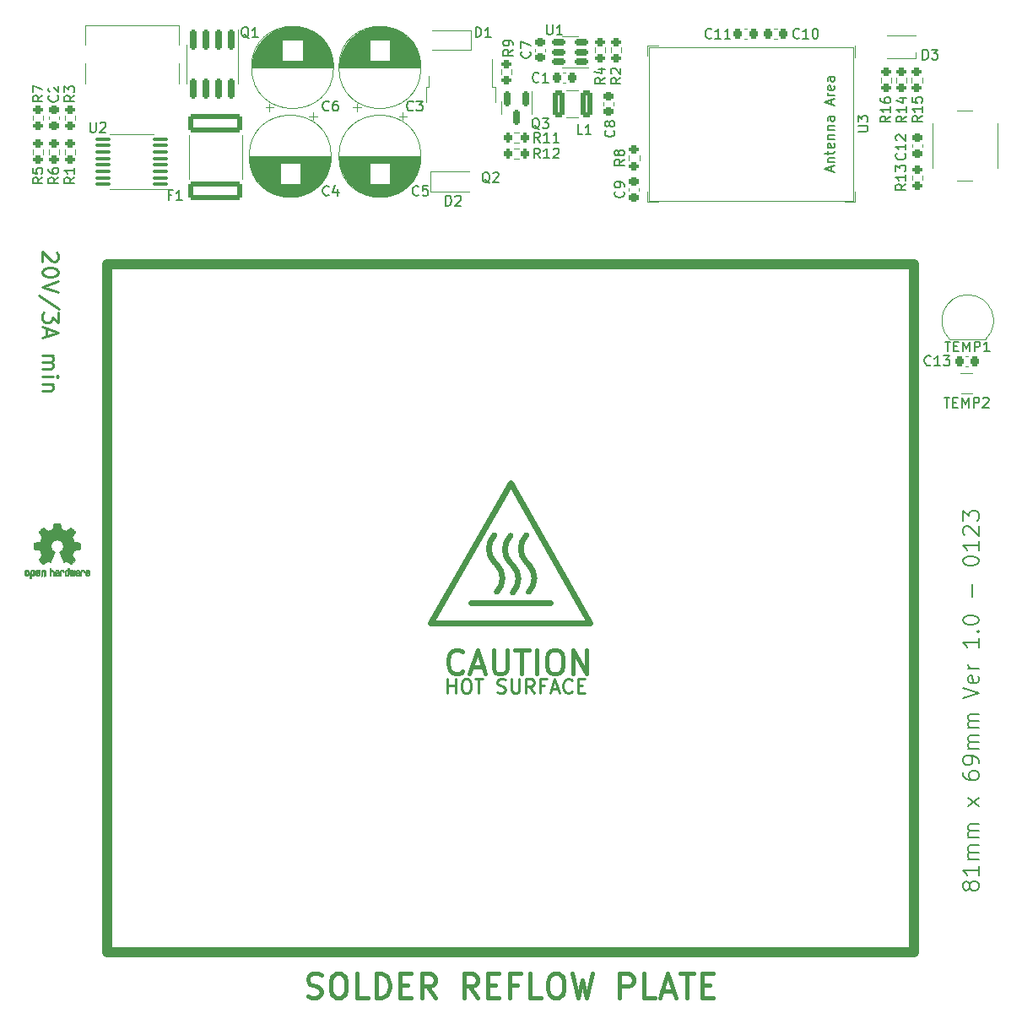
<source format=gto>
G04 #@! TF.GenerationSoftware,KiCad,Pcbnew,(6.0.1)*
G04 #@! TF.CreationDate,2023-01-09T15:04:14+01:00*
G04 #@! TF.ProjectId,relow-solder-hot-plate,72656c6f-772d-4736-9f6c-6465722d686f,rev?*
G04 #@! TF.SameCoordinates,Original*
G04 #@! TF.FileFunction,Legend,Top*
G04 #@! TF.FilePolarity,Positive*
%FSLAX46Y46*%
G04 Gerber Fmt 4.6, Leading zero omitted, Abs format (unit mm)*
G04 Created by KiCad (PCBNEW (6.0.1)) date 2023-01-09 15:04:14*
%MOMM*%
%LPD*%
G01*
G04 APERTURE LIST*
G04 Aperture macros list*
%AMRoundRect*
0 Rectangle with rounded corners*
0 $1 Rounding radius*
0 $2 $3 $4 $5 $6 $7 $8 $9 X,Y pos of 4 corners*
0 Add a 4 corners polygon primitive as box body*
4,1,4,$2,$3,$4,$5,$6,$7,$8,$9,$2,$3,0*
0 Add four circle primitives for the rounded corners*
1,1,$1+$1,$2,$3*
1,1,$1+$1,$4,$5*
1,1,$1+$1,$6,$7*
1,1,$1+$1,$8,$9*
0 Add four rect primitives between the rounded corners*
20,1,$1+$1,$2,$3,$4,$5,0*
20,1,$1+$1,$4,$5,$6,$7,0*
20,1,$1+$1,$6,$7,$8,$9,0*
20,1,$1+$1,$8,$9,$2,$3,0*%
%AMFreePoly0*
4,1,6,0.600000,-0.600000,-0.600000,-0.600000,-0.600000,0.000000,0.000000,0.600000,0.600000,0.600000,0.600000,-0.600000,0.600000,-0.600000,$1*%
G04 Aperture macros list end*
%ADD10C,0.600000*%
%ADD11C,1.000000*%
%ADD12C,0.200000*%
%ADD13C,0.400000*%
%ADD14C,0.250000*%
%ADD15C,0.240000*%
%ADD16C,0.150000*%
%ADD17C,0.120000*%
%ADD18C,0.010000*%
%ADD19RoundRect,0.150000X-0.150000X0.825000X-0.150000X-0.825000X0.150000X-0.825000X0.150000X0.825000X0*%
%ADD20C,0.650000*%
%ADD21R,0.600000X1.450000*%
%ADD22R,0.300000X1.450000*%
%ADD23O,1.000000X2.100000*%
%ADD24O,1.000000X1.600000*%
%ADD25RoundRect,0.200000X0.275000X-0.200000X0.275000X0.200000X-0.275000X0.200000X-0.275000X-0.200000X0*%
%ADD26RoundRect,0.150000X-0.150000X0.587500X-0.150000X-0.587500X0.150000X-0.587500X0.150000X0.587500X0*%
%ADD27C,1.600000*%
%ADD28R,1.600000X1.600000*%
%ADD29C,2.000000*%
%ADD30RoundRect,0.150000X0.512500X0.150000X-0.512500X0.150000X-0.512500X-0.150000X0.512500X-0.150000X0*%
%ADD31R,1.200000X2.200000*%
%ADD32R,5.800000X6.400000*%
%ADD33RoundRect,0.100000X0.637500X0.100000X-0.637500X0.100000X-0.637500X-0.100000X0.637500X-0.100000X0*%
%ADD34R,0.900000X1.200000*%
%ADD35RoundRect,0.200000X-0.275000X0.200000X-0.275000X-0.200000X0.275000X-0.200000X0.275000X0.200000X0*%
%ADD36RoundRect,0.225000X-0.250000X0.225000X-0.250000X-0.225000X0.250000X-0.225000X0.250000X0.225000X0*%
%ADD37R,0.450000X0.300000*%
%ADD38RoundRect,0.225000X0.250000X-0.225000X0.250000X0.225000X-0.250000X0.225000X-0.250000X-0.225000X0*%
%ADD39R,1.000000X0.800000*%
%ADD40C,6.200000*%
%ADD41RoundRect,0.200000X-0.200000X-0.275000X0.200000X-0.275000X0.200000X0.275000X-0.200000X0.275000X0*%
%ADD42RoundRect,0.225000X0.225000X0.250000X-0.225000X0.250000X-0.225000X-0.250000X0.225000X-0.250000X0*%
%ADD43R,1.050000X1.500000*%
%ADD44O,1.050000X1.500000*%
%ADD45R,0.400000X0.800000*%
%ADD46R,0.800000X0.400000*%
%ADD47R,1.200000X1.200000*%
%ADD48FreePoly0,270.000000*%
%ADD49R,0.800000X0.800000*%
%ADD50RoundRect,0.250000X-0.375000X-1.075000X0.375000X-1.075000X0.375000X1.075000X-0.375000X1.075000X0*%
%ADD51RoundRect,0.225000X-0.225000X-0.250000X0.225000X-0.250000X0.225000X0.250000X-0.225000X0.250000X0*%
%ADD52RoundRect,0.250000X2.475000X-0.712500X2.475000X0.712500X-2.475000X0.712500X-2.475000X-0.712500X0*%
%ADD53RoundRect,0.200000X0.200000X0.275000X-0.200000X0.275000X-0.200000X-0.275000X0.200000X-0.275000X0*%
G04 APERTURE END LIST*
D10*
X107834891Y-112815293D02*
G75*
G03*
X108400000Y-114181000I1931115J-704D01*
G01*
X109199402Y-115781000D02*
G75*
G03*
X108634000Y-114416000I-1930408J-3D01*
G01*
X102000000Y-120250000D02*
X110000000Y-106250000D01*
X110000000Y-114250000D02*
X110234000Y-114484000D01*
X102000000Y-120250000D02*
X118000000Y-120250000D01*
X111034891Y-112815293D02*
G75*
G03*
X111600000Y-114181000I1931115J-704D01*
G01*
X109434184Y-112884000D02*
G75*
G03*
X110000000Y-114250000I1931817J1D01*
G01*
X110234423Y-117215423D02*
G75*
G03*
X110800000Y-115850000I-1365424J1365424D01*
G01*
D11*
X69500000Y-84250000D02*
X69500000Y-153250000D01*
D10*
X108634423Y-117146423D02*
G75*
G03*
X109200000Y-115781000I-1365424J1365424D01*
G01*
X108399870Y-111449870D02*
G75*
G03*
X107834000Y-112816000I1366132J-1366131D01*
G01*
X110800109Y-115849293D02*
G75*
G03*
X110234000Y-114484000I-1931115J-710D01*
G01*
X112399402Y-115781000D02*
G75*
G03*
X111834000Y-114416000I-1930408J-3D01*
G01*
X111834423Y-117146423D02*
G75*
G03*
X112400000Y-115781000I-1365424J1365424D01*
G01*
X106000000Y-118250000D02*
X114000000Y-118250000D01*
D11*
X150500000Y-84250000D02*
X69500000Y-84250000D01*
D10*
X111599870Y-111449870D02*
G75*
G03*
X111034000Y-112816000I1366132J-1366131D01*
G01*
X109999870Y-111517870D02*
G75*
G03*
X109434000Y-112884000I1366132J-1366131D01*
G01*
X110000000Y-106250000D02*
X118000000Y-120250000D01*
D11*
X150500000Y-153250000D02*
X69500000Y-153250000D01*
D10*
X108400000Y-114181000D02*
X108634000Y-114416000D01*
D11*
X150500000Y-84250000D02*
X150500000Y-153250000D01*
D10*
X111600000Y-114181000D02*
X111834000Y-114416000D01*
D12*
X155373809Y-127817619D02*
X156973809Y-127284285D01*
X155373809Y-126750952D01*
X156897619Y-125608095D02*
X156973809Y-125760476D01*
X156973809Y-126065238D01*
X156897619Y-126217619D01*
X156745238Y-126293809D01*
X156135714Y-126293809D01*
X155983333Y-126217619D01*
X155907142Y-126065238D01*
X155907142Y-125760476D01*
X155983333Y-125608095D01*
X156135714Y-125531904D01*
X156288095Y-125531904D01*
X156440476Y-126293809D01*
X156973809Y-124846190D02*
X155907142Y-124846190D01*
X156211904Y-124846190D02*
X156059523Y-124770000D01*
X155983333Y-124693809D01*
X155907142Y-124541428D01*
X155907142Y-124389047D01*
X156973809Y-121798571D02*
X156973809Y-122712857D01*
X156973809Y-122255714D02*
X155373809Y-122255714D01*
X155602380Y-122408095D01*
X155754761Y-122560476D01*
X155830952Y-122712857D01*
X156821428Y-121112857D02*
X156897619Y-121036666D01*
X156973809Y-121112857D01*
X156897619Y-121189047D01*
X156821428Y-121112857D01*
X156973809Y-121112857D01*
X155373809Y-120046190D02*
X155373809Y-119893809D01*
X155450000Y-119741428D01*
X155526190Y-119665238D01*
X155678571Y-119589047D01*
X155983333Y-119512857D01*
X156364285Y-119512857D01*
X156669047Y-119589047D01*
X156821428Y-119665238D01*
X156897619Y-119741428D01*
X156973809Y-119893809D01*
X156973809Y-120046190D01*
X156897619Y-120198571D01*
X156821428Y-120274761D01*
X156669047Y-120350952D01*
X156364285Y-120427142D01*
X155983333Y-120427142D01*
X155678571Y-120350952D01*
X155526190Y-120274761D01*
X155450000Y-120198571D01*
X155373809Y-120046190D01*
X156364285Y-117608095D02*
X156364285Y-116389047D01*
X155373809Y-114103333D02*
X155373809Y-113950952D01*
X155450000Y-113798571D01*
X155526190Y-113722380D01*
X155678571Y-113646190D01*
X155983333Y-113570000D01*
X156364285Y-113570000D01*
X156669047Y-113646190D01*
X156821428Y-113722380D01*
X156897619Y-113798571D01*
X156973809Y-113950952D01*
X156973809Y-114103333D01*
X156897619Y-114255714D01*
X156821428Y-114331904D01*
X156669047Y-114408095D01*
X156364285Y-114484285D01*
X155983333Y-114484285D01*
X155678571Y-114408095D01*
X155526190Y-114331904D01*
X155450000Y-114255714D01*
X155373809Y-114103333D01*
X156973809Y-112046190D02*
X156973809Y-112960476D01*
X156973809Y-112503333D02*
X155373809Y-112503333D01*
X155602380Y-112655714D01*
X155754761Y-112808095D01*
X155830952Y-112960476D01*
X155526190Y-111436666D02*
X155450000Y-111360476D01*
X155373809Y-111208095D01*
X155373809Y-110827142D01*
X155450000Y-110674761D01*
X155526190Y-110598571D01*
X155678571Y-110522380D01*
X155830952Y-110522380D01*
X156059523Y-110598571D01*
X156973809Y-111512857D01*
X156973809Y-110522380D01*
X155373809Y-109989047D02*
X155373809Y-108998571D01*
X155983333Y-109531904D01*
X155983333Y-109303333D01*
X156059523Y-109150952D01*
X156135714Y-109074761D01*
X156288095Y-108998571D01*
X156669047Y-108998571D01*
X156821428Y-109074761D01*
X156897619Y-109150952D01*
X156973809Y-109303333D01*
X156973809Y-109760476D01*
X156897619Y-109912857D01*
X156821428Y-109989047D01*
D13*
X105202857Y-125107142D02*
X105088571Y-125221428D01*
X104745714Y-125335714D01*
X104517142Y-125335714D01*
X104174285Y-125221428D01*
X103945714Y-124992857D01*
X103831428Y-124764285D01*
X103717142Y-124307142D01*
X103717142Y-123964285D01*
X103831428Y-123507142D01*
X103945714Y-123278571D01*
X104174285Y-123050000D01*
X104517142Y-122935714D01*
X104745714Y-122935714D01*
X105088571Y-123050000D01*
X105202857Y-123164285D01*
X106117142Y-124650000D02*
X107260000Y-124650000D01*
X105888571Y-125335714D02*
X106688571Y-122935714D01*
X107488571Y-125335714D01*
X108288571Y-122935714D02*
X108288571Y-124878571D01*
X108402857Y-125107142D01*
X108517142Y-125221428D01*
X108745714Y-125335714D01*
X109202857Y-125335714D01*
X109431428Y-125221428D01*
X109545714Y-125107142D01*
X109660000Y-124878571D01*
X109660000Y-122935714D01*
X110460000Y-122935714D02*
X111831428Y-122935714D01*
X111145714Y-125335714D02*
X111145714Y-122935714D01*
X112631428Y-125335714D02*
X112631428Y-122935714D01*
X114231428Y-122935714D02*
X114688571Y-122935714D01*
X114917142Y-123050000D01*
X115145714Y-123278571D01*
X115260000Y-123735714D01*
X115260000Y-124535714D01*
X115145714Y-124992857D01*
X114917142Y-125221428D01*
X114688571Y-125335714D01*
X114231428Y-125335714D01*
X114002857Y-125221428D01*
X113774285Y-124992857D01*
X113660000Y-124535714D01*
X113660000Y-123735714D01*
X113774285Y-123278571D01*
X114002857Y-123050000D01*
X114231428Y-122935714D01*
X116288571Y-125335714D02*
X116288571Y-122935714D01*
X117660000Y-125335714D01*
X117660000Y-122935714D01*
D14*
X64473809Y-83117261D02*
X64550000Y-83193452D01*
X64626190Y-83345833D01*
X64626190Y-83726785D01*
X64550000Y-83879166D01*
X64473809Y-83955357D01*
X64321428Y-84031547D01*
X64169047Y-84031547D01*
X63940476Y-83955357D01*
X63026190Y-83041071D01*
X63026190Y-84031547D01*
X64626190Y-85022023D02*
X64626190Y-85174404D01*
X64550000Y-85326785D01*
X64473809Y-85402976D01*
X64321428Y-85479166D01*
X64016666Y-85555357D01*
X63635714Y-85555357D01*
X63330952Y-85479166D01*
X63178571Y-85402976D01*
X63102380Y-85326785D01*
X63026190Y-85174404D01*
X63026190Y-85022023D01*
X63102380Y-84869642D01*
X63178571Y-84793452D01*
X63330952Y-84717261D01*
X63635714Y-84641071D01*
X64016666Y-84641071D01*
X64321428Y-84717261D01*
X64473809Y-84793452D01*
X64550000Y-84869642D01*
X64626190Y-85022023D01*
X64626190Y-86012500D02*
X63026190Y-86545833D01*
X64626190Y-87079166D01*
X64702380Y-88755357D02*
X62645238Y-87383928D01*
X64626190Y-89136309D02*
X64626190Y-90126785D01*
X64016666Y-89593452D01*
X64016666Y-89822023D01*
X63940476Y-89974404D01*
X63864285Y-90050595D01*
X63711904Y-90126785D01*
X63330952Y-90126785D01*
X63178571Y-90050595D01*
X63102380Y-89974404D01*
X63026190Y-89822023D01*
X63026190Y-89364880D01*
X63102380Y-89212500D01*
X63178571Y-89136309D01*
X63483333Y-90736309D02*
X63483333Y-91498214D01*
X63026190Y-90583928D02*
X64626190Y-91117261D01*
X63026190Y-91650595D01*
X63026190Y-93402976D02*
X64092857Y-93402976D01*
X63940476Y-93402976D02*
X64016666Y-93479166D01*
X64092857Y-93631547D01*
X64092857Y-93860119D01*
X64016666Y-94012500D01*
X63864285Y-94088690D01*
X63026190Y-94088690D01*
X63864285Y-94088690D02*
X64016666Y-94164880D01*
X64092857Y-94317261D01*
X64092857Y-94545833D01*
X64016666Y-94698214D01*
X63864285Y-94774404D01*
X63026190Y-94774404D01*
X63026190Y-95536309D02*
X64092857Y-95536309D01*
X64626190Y-95536309D02*
X64550000Y-95460119D01*
X64473809Y-95536309D01*
X64550000Y-95612500D01*
X64626190Y-95536309D01*
X64473809Y-95536309D01*
X64092857Y-96298214D02*
X63026190Y-96298214D01*
X63940476Y-96298214D02*
X64016666Y-96374404D01*
X64092857Y-96526785D01*
X64092857Y-96755357D01*
X64016666Y-96907738D01*
X63864285Y-96983928D01*
X63026190Y-96983928D01*
D15*
X103689333Y-127283333D02*
X103689333Y-125883333D01*
X103689333Y-126550000D02*
X104489333Y-126550000D01*
X104489333Y-127283333D02*
X104489333Y-125883333D01*
X105422666Y-125883333D02*
X105689333Y-125883333D01*
X105822666Y-125950000D01*
X105956000Y-126083333D01*
X106022666Y-126350000D01*
X106022666Y-126816666D01*
X105956000Y-127083333D01*
X105822666Y-127216666D01*
X105689333Y-127283333D01*
X105422666Y-127283333D01*
X105289333Y-127216666D01*
X105156000Y-127083333D01*
X105089333Y-126816666D01*
X105089333Y-126350000D01*
X105156000Y-126083333D01*
X105289333Y-125950000D01*
X105422666Y-125883333D01*
X106422666Y-125883333D02*
X107222666Y-125883333D01*
X106822666Y-127283333D02*
X106822666Y-125883333D01*
X108689333Y-127216666D02*
X108889333Y-127283333D01*
X109222666Y-127283333D01*
X109356000Y-127216666D01*
X109422666Y-127150000D01*
X109489333Y-127016666D01*
X109489333Y-126883333D01*
X109422666Y-126750000D01*
X109356000Y-126683333D01*
X109222666Y-126616666D01*
X108956000Y-126550000D01*
X108822666Y-126483333D01*
X108756000Y-126416666D01*
X108689333Y-126283333D01*
X108689333Y-126150000D01*
X108756000Y-126016666D01*
X108822666Y-125950000D01*
X108956000Y-125883333D01*
X109289333Y-125883333D01*
X109489333Y-125950000D01*
X110089333Y-125883333D02*
X110089333Y-127016666D01*
X110156000Y-127150000D01*
X110222666Y-127216666D01*
X110356000Y-127283333D01*
X110622666Y-127283333D01*
X110756000Y-127216666D01*
X110822666Y-127150000D01*
X110889333Y-127016666D01*
X110889333Y-125883333D01*
X112356000Y-127283333D02*
X111889333Y-126616666D01*
X111556000Y-127283333D02*
X111556000Y-125883333D01*
X112089333Y-125883333D01*
X112222666Y-125950000D01*
X112289333Y-126016666D01*
X112356000Y-126150000D01*
X112356000Y-126350000D01*
X112289333Y-126483333D01*
X112222666Y-126550000D01*
X112089333Y-126616666D01*
X111556000Y-126616666D01*
X113422666Y-126550000D02*
X112956000Y-126550000D01*
X112956000Y-127283333D02*
X112956000Y-125883333D01*
X113622666Y-125883333D01*
X114089333Y-126883333D02*
X114756000Y-126883333D01*
X113956000Y-127283333D02*
X114422666Y-125883333D01*
X114889333Y-127283333D01*
X116156000Y-127150000D02*
X116089333Y-127216666D01*
X115889333Y-127283333D01*
X115756000Y-127283333D01*
X115556000Y-127216666D01*
X115422666Y-127083333D01*
X115356000Y-126950000D01*
X115289333Y-126683333D01*
X115289333Y-126483333D01*
X115356000Y-126216666D01*
X115422666Y-126083333D01*
X115556000Y-125950000D01*
X115756000Y-125883333D01*
X115889333Y-125883333D01*
X116089333Y-125950000D01*
X116156000Y-126016666D01*
X116756000Y-126550000D02*
X117222666Y-126550000D01*
X117422666Y-127283333D02*
X116756000Y-127283333D01*
X116756000Y-125883333D01*
X117422666Y-125883333D01*
D12*
X156059523Y-146760476D02*
X155983333Y-146912857D01*
X155907142Y-146989047D01*
X155754761Y-147065238D01*
X155678571Y-147065238D01*
X155526190Y-146989047D01*
X155450000Y-146912857D01*
X155373809Y-146760476D01*
X155373809Y-146455714D01*
X155450000Y-146303333D01*
X155526190Y-146227142D01*
X155678571Y-146150952D01*
X155754761Y-146150952D01*
X155907142Y-146227142D01*
X155983333Y-146303333D01*
X156059523Y-146455714D01*
X156059523Y-146760476D01*
X156135714Y-146912857D01*
X156211904Y-146989047D01*
X156364285Y-147065238D01*
X156669047Y-147065238D01*
X156821428Y-146989047D01*
X156897619Y-146912857D01*
X156973809Y-146760476D01*
X156973809Y-146455714D01*
X156897619Y-146303333D01*
X156821428Y-146227142D01*
X156669047Y-146150952D01*
X156364285Y-146150952D01*
X156211904Y-146227142D01*
X156135714Y-146303333D01*
X156059523Y-146455714D01*
X156973809Y-144627142D02*
X156973809Y-145541428D01*
X156973809Y-145084285D02*
X155373809Y-145084285D01*
X155602380Y-145236666D01*
X155754761Y-145389047D01*
X155830952Y-145541428D01*
X156973809Y-143941428D02*
X155907142Y-143941428D01*
X156059523Y-143941428D02*
X155983333Y-143865238D01*
X155907142Y-143712857D01*
X155907142Y-143484285D01*
X155983333Y-143331904D01*
X156135714Y-143255714D01*
X156973809Y-143255714D01*
X156135714Y-143255714D02*
X155983333Y-143179523D01*
X155907142Y-143027142D01*
X155907142Y-142798571D01*
X155983333Y-142646190D01*
X156135714Y-142570000D01*
X156973809Y-142570000D01*
X156973809Y-141808095D02*
X155907142Y-141808095D01*
X156059523Y-141808095D02*
X155983333Y-141731904D01*
X155907142Y-141579523D01*
X155907142Y-141350952D01*
X155983333Y-141198571D01*
X156135714Y-141122380D01*
X156973809Y-141122380D01*
X156135714Y-141122380D02*
X155983333Y-141046190D01*
X155907142Y-140893809D01*
X155907142Y-140665238D01*
X155983333Y-140512857D01*
X156135714Y-140436666D01*
X156973809Y-140436666D01*
X156973809Y-138608095D02*
X155907142Y-137770000D01*
X155907142Y-138608095D02*
X156973809Y-137770000D01*
X155373809Y-135255714D02*
X155373809Y-135560476D01*
X155450000Y-135712857D01*
X155526190Y-135789047D01*
X155754761Y-135941428D01*
X156059523Y-136017619D01*
X156669047Y-136017619D01*
X156821428Y-135941428D01*
X156897619Y-135865238D01*
X156973809Y-135712857D01*
X156973809Y-135408095D01*
X156897619Y-135255714D01*
X156821428Y-135179523D01*
X156669047Y-135103333D01*
X156288095Y-135103333D01*
X156135714Y-135179523D01*
X156059523Y-135255714D01*
X155983333Y-135408095D01*
X155983333Y-135712857D01*
X156059523Y-135865238D01*
X156135714Y-135941428D01*
X156288095Y-136017619D01*
X156973809Y-134341428D02*
X156973809Y-134036666D01*
X156897619Y-133884285D01*
X156821428Y-133808095D01*
X156592857Y-133655714D01*
X156288095Y-133579523D01*
X155678571Y-133579523D01*
X155526190Y-133655714D01*
X155450000Y-133731904D01*
X155373809Y-133884285D01*
X155373809Y-134189047D01*
X155450000Y-134341428D01*
X155526190Y-134417619D01*
X155678571Y-134493809D01*
X156059523Y-134493809D01*
X156211904Y-134417619D01*
X156288095Y-134341428D01*
X156364285Y-134189047D01*
X156364285Y-133884285D01*
X156288095Y-133731904D01*
X156211904Y-133655714D01*
X156059523Y-133579523D01*
X156973809Y-132893809D02*
X155907142Y-132893809D01*
X156059523Y-132893809D02*
X155983333Y-132817619D01*
X155907142Y-132665238D01*
X155907142Y-132436666D01*
X155983333Y-132284285D01*
X156135714Y-132208095D01*
X156973809Y-132208095D01*
X156135714Y-132208095D02*
X155983333Y-132131904D01*
X155907142Y-131979523D01*
X155907142Y-131750952D01*
X155983333Y-131598571D01*
X156135714Y-131522380D01*
X156973809Y-131522380D01*
X156973809Y-130760476D02*
X155907142Y-130760476D01*
X156059523Y-130760476D02*
X155983333Y-130684285D01*
X155907142Y-130531904D01*
X155907142Y-130303333D01*
X155983333Y-130150952D01*
X156135714Y-130074761D01*
X156973809Y-130074761D01*
X156135714Y-130074761D02*
X155983333Y-129998571D01*
X155907142Y-129846190D01*
X155907142Y-129617619D01*
X155983333Y-129465238D01*
X156135714Y-129389047D01*
X156973809Y-129389047D01*
D13*
X89657142Y-157721428D02*
X90000000Y-157835714D01*
X90571428Y-157835714D01*
X90800000Y-157721428D01*
X90914285Y-157607142D01*
X91028571Y-157378571D01*
X91028571Y-157150000D01*
X90914285Y-156921428D01*
X90800000Y-156807142D01*
X90571428Y-156692857D01*
X90114285Y-156578571D01*
X89885714Y-156464285D01*
X89771428Y-156350000D01*
X89657142Y-156121428D01*
X89657142Y-155892857D01*
X89771428Y-155664285D01*
X89885714Y-155550000D01*
X90114285Y-155435714D01*
X90685714Y-155435714D01*
X91028571Y-155550000D01*
X92514285Y-155435714D02*
X92971428Y-155435714D01*
X93200000Y-155550000D01*
X93428571Y-155778571D01*
X93542857Y-156235714D01*
X93542857Y-157035714D01*
X93428571Y-157492857D01*
X93200000Y-157721428D01*
X92971428Y-157835714D01*
X92514285Y-157835714D01*
X92285714Y-157721428D01*
X92057142Y-157492857D01*
X91942857Y-157035714D01*
X91942857Y-156235714D01*
X92057142Y-155778571D01*
X92285714Y-155550000D01*
X92514285Y-155435714D01*
X95714285Y-157835714D02*
X94571428Y-157835714D01*
X94571428Y-155435714D01*
X96514285Y-157835714D02*
X96514285Y-155435714D01*
X97085714Y-155435714D01*
X97428571Y-155550000D01*
X97657142Y-155778571D01*
X97771428Y-156007142D01*
X97885714Y-156464285D01*
X97885714Y-156807142D01*
X97771428Y-157264285D01*
X97657142Y-157492857D01*
X97428571Y-157721428D01*
X97085714Y-157835714D01*
X96514285Y-157835714D01*
X98914285Y-156578571D02*
X99714285Y-156578571D01*
X100057142Y-157835714D02*
X98914285Y-157835714D01*
X98914285Y-155435714D01*
X100057142Y-155435714D01*
X102457142Y-157835714D02*
X101657142Y-156692857D01*
X101085714Y-157835714D02*
X101085714Y-155435714D01*
X102000000Y-155435714D01*
X102228571Y-155550000D01*
X102342857Y-155664285D01*
X102457142Y-155892857D01*
X102457142Y-156235714D01*
X102342857Y-156464285D01*
X102228571Y-156578571D01*
X102000000Y-156692857D01*
X101085714Y-156692857D01*
X106685714Y-157835714D02*
X105885714Y-156692857D01*
X105314285Y-157835714D02*
X105314285Y-155435714D01*
X106228571Y-155435714D01*
X106457142Y-155550000D01*
X106571428Y-155664285D01*
X106685714Y-155892857D01*
X106685714Y-156235714D01*
X106571428Y-156464285D01*
X106457142Y-156578571D01*
X106228571Y-156692857D01*
X105314285Y-156692857D01*
X107714285Y-156578571D02*
X108514285Y-156578571D01*
X108857142Y-157835714D02*
X107714285Y-157835714D01*
X107714285Y-155435714D01*
X108857142Y-155435714D01*
X110685714Y-156578571D02*
X109885714Y-156578571D01*
X109885714Y-157835714D02*
X109885714Y-155435714D01*
X111028571Y-155435714D01*
X113085714Y-157835714D02*
X111942857Y-157835714D01*
X111942857Y-155435714D01*
X114342857Y-155435714D02*
X114800000Y-155435714D01*
X115028571Y-155550000D01*
X115257142Y-155778571D01*
X115371428Y-156235714D01*
X115371428Y-157035714D01*
X115257142Y-157492857D01*
X115028571Y-157721428D01*
X114800000Y-157835714D01*
X114342857Y-157835714D01*
X114114285Y-157721428D01*
X113885714Y-157492857D01*
X113771428Y-157035714D01*
X113771428Y-156235714D01*
X113885714Y-155778571D01*
X114114285Y-155550000D01*
X114342857Y-155435714D01*
X116171428Y-155435714D02*
X116742857Y-157835714D01*
X117200000Y-156121428D01*
X117657142Y-157835714D01*
X118228571Y-155435714D01*
X120971428Y-157835714D02*
X120971428Y-155435714D01*
X121885714Y-155435714D01*
X122114285Y-155550000D01*
X122228571Y-155664285D01*
X122342857Y-155892857D01*
X122342857Y-156235714D01*
X122228571Y-156464285D01*
X122114285Y-156578571D01*
X121885714Y-156692857D01*
X120971428Y-156692857D01*
X124514285Y-157835714D02*
X123371428Y-157835714D01*
X123371428Y-155435714D01*
X125200000Y-157150000D02*
X126342857Y-157150000D01*
X124971428Y-157835714D02*
X125771428Y-155435714D01*
X126571428Y-157835714D01*
X127028571Y-155435714D02*
X128400000Y-155435714D01*
X127714285Y-157835714D02*
X127714285Y-155435714D01*
X129200000Y-156578571D02*
X130000000Y-156578571D01*
X130342857Y-157835714D02*
X129200000Y-157835714D01*
X129200000Y-155435714D01*
X130342857Y-155435714D01*
D16*
X83754761Y-61597619D02*
X83659523Y-61550000D01*
X83564285Y-61454761D01*
X83421428Y-61311904D01*
X83326190Y-61264285D01*
X83230952Y-61264285D01*
X83278571Y-61502380D02*
X83183333Y-61454761D01*
X83088095Y-61359523D01*
X83040476Y-61169047D01*
X83040476Y-60835714D01*
X83088095Y-60645238D01*
X83183333Y-60550000D01*
X83278571Y-60502380D01*
X83469047Y-60502380D01*
X83564285Y-60550000D01*
X83659523Y-60645238D01*
X83707142Y-60835714D01*
X83707142Y-61169047D01*
X83659523Y-61359523D01*
X83564285Y-61454761D01*
X83469047Y-61502380D01*
X83278571Y-61502380D01*
X84659523Y-61502380D02*
X84088095Y-61502380D01*
X84373809Y-61502380D02*
X84373809Y-60502380D01*
X84278571Y-60645238D01*
X84183333Y-60740476D01*
X84088095Y-60788095D01*
X149652380Y-76242857D02*
X149176190Y-76576190D01*
X149652380Y-76814285D02*
X148652380Y-76814285D01*
X148652380Y-76433333D01*
X148700000Y-76338095D01*
X148747619Y-76290476D01*
X148842857Y-76242857D01*
X148985714Y-76242857D01*
X149080952Y-76290476D01*
X149128571Y-76338095D01*
X149176190Y-76433333D01*
X149176190Y-76814285D01*
X149652380Y-75290476D02*
X149652380Y-75861904D01*
X149652380Y-75576190D02*
X148652380Y-75576190D01*
X148795238Y-75671428D01*
X148890476Y-75766666D01*
X148938095Y-75861904D01*
X148652380Y-74957142D02*
X148652380Y-74338095D01*
X149033333Y-74671428D01*
X149033333Y-74528571D01*
X149080952Y-74433333D01*
X149128571Y-74385714D01*
X149223809Y-74338095D01*
X149461904Y-74338095D01*
X149557142Y-74385714D01*
X149604761Y-74433333D01*
X149652380Y-74528571D01*
X149652380Y-74814285D01*
X149604761Y-74909523D01*
X149557142Y-74957142D01*
X112904761Y-70747619D02*
X112809523Y-70700000D01*
X112714285Y-70604761D01*
X112571428Y-70461904D01*
X112476190Y-70414285D01*
X112380952Y-70414285D01*
X112428571Y-70652380D02*
X112333333Y-70604761D01*
X112238095Y-70509523D01*
X112190476Y-70319047D01*
X112190476Y-69985714D01*
X112238095Y-69795238D01*
X112333333Y-69700000D01*
X112428571Y-69652380D01*
X112619047Y-69652380D01*
X112714285Y-69700000D01*
X112809523Y-69795238D01*
X112857142Y-69985714D01*
X112857142Y-70319047D01*
X112809523Y-70509523D01*
X112714285Y-70604761D01*
X112619047Y-70652380D01*
X112428571Y-70652380D01*
X113190476Y-69652380D02*
X113809523Y-69652380D01*
X113476190Y-70033333D01*
X113619047Y-70033333D01*
X113714285Y-70080952D01*
X113761904Y-70128571D01*
X113809523Y-70223809D01*
X113809523Y-70461904D01*
X113761904Y-70557142D01*
X113714285Y-70604761D01*
X113619047Y-70652380D01*
X113333333Y-70652380D01*
X113238095Y-70604761D01*
X113190476Y-70557142D01*
X110252380Y-62766666D02*
X109776190Y-63100000D01*
X110252380Y-63338095D02*
X109252380Y-63338095D01*
X109252380Y-62957142D01*
X109300000Y-62861904D01*
X109347619Y-62814285D01*
X109442857Y-62766666D01*
X109585714Y-62766666D01*
X109680952Y-62814285D01*
X109728571Y-62861904D01*
X109776190Y-62957142D01*
X109776190Y-63338095D01*
X110252380Y-62290476D02*
X110252380Y-62100000D01*
X110204761Y-62004761D01*
X110157142Y-61957142D01*
X110014285Y-61861904D01*
X109823809Y-61814285D01*
X109442857Y-61814285D01*
X109347619Y-61861904D01*
X109300000Y-61909523D01*
X109252380Y-62004761D01*
X109252380Y-62195238D01*
X109300000Y-62290476D01*
X109347619Y-62338095D01*
X109442857Y-62385714D01*
X109680952Y-62385714D01*
X109776190Y-62338095D01*
X109823809Y-62290476D01*
X109871428Y-62195238D01*
X109871428Y-62004761D01*
X109823809Y-61909523D01*
X109776190Y-61861904D01*
X109680952Y-61814285D01*
X100783333Y-77309793D02*
X100735714Y-77357412D01*
X100592857Y-77405031D01*
X100497619Y-77405031D01*
X100354761Y-77357412D01*
X100259523Y-77262174D01*
X100211904Y-77166936D01*
X100164285Y-76976460D01*
X100164285Y-76833603D01*
X100211904Y-76643127D01*
X100259523Y-76547889D01*
X100354761Y-76452651D01*
X100497619Y-76405031D01*
X100592857Y-76405031D01*
X100735714Y-76452651D01*
X100783333Y-76500270D01*
X101688095Y-76405031D02*
X101211904Y-76405031D01*
X101164285Y-76881222D01*
X101211904Y-76833603D01*
X101307142Y-76785984D01*
X101545238Y-76785984D01*
X101640476Y-76833603D01*
X101688095Y-76881222D01*
X101735714Y-76976460D01*
X101735714Y-77214555D01*
X101688095Y-77309793D01*
X101640476Y-77357412D01*
X101545238Y-77405031D01*
X101307142Y-77405031D01*
X101211904Y-77357412D01*
X101164285Y-77309793D01*
X113638095Y-60252380D02*
X113638095Y-61061904D01*
X113685714Y-61157142D01*
X113733333Y-61204761D01*
X113828571Y-61252380D01*
X114019047Y-61252380D01*
X114114285Y-61204761D01*
X114161904Y-61157142D01*
X114209523Y-61061904D01*
X114209523Y-60252380D01*
X115209523Y-61252380D02*
X114638095Y-61252380D01*
X114923809Y-61252380D02*
X114923809Y-60252380D01*
X114828571Y-60395238D01*
X114733333Y-60490476D01*
X114638095Y-60538095D01*
X64652380Y-75566666D02*
X64176190Y-75900000D01*
X64652380Y-76138095D02*
X63652380Y-76138095D01*
X63652380Y-75757142D01*
X63700000Y-75661904D01*
X63747619Y-75614285D01*
X63842857Y-75566666D01*
X63985714Y-75566666D01*
X64080952Y-75614285D01*
X64128571Y-75661904D01*
X64176190Y-75757142D01*
X64176190Y-76138095D01*
X63652380Y-74709523D02*
X63652380Y-74900000D01*
X63700000Y-74995238D01*
X63747619Y-75042857D01*
X63890476Y-75138095D01*
X64080952Y-75185714D01*
X64461904Y-75185714D01*
X64557142Y-75138095D01*
X64604761Y-75090476D01*
X64652380Y-74995238D01*
X64652380Y-74804761D01*
X64604761Y-74709523D01*
X64557142Y-74661904D01*
X64461904Y-74614285D01*
X64223809Y-74614285D01*
X64128571Y-74661904D01*
X64080952Y-74709523D01*
X64033333Y-74804761D01*
X64033333Y-74995238D01*
X64080952Y-75090476D01*
X64128571Y-75138095D01*
X64223809Y-75185714D01*
X91781333Y-68810142D02*
X91733714Y-68857761D01*
X91590857Y-68905380D01*
X91495619Y-68905380D01*
X91352761Y-68857761D01*
X91257523Y-68762523D01*
X91209904Y-68667285D01*
X91162285Y-68476809D01*
X91162285Y-68333952D01*
X91209904Y-68143476D01*
X91257523Y-68048238D01*
X91352761Y-67953000D01*
X91495619Y-67905380D01*
X91590857Y-67905380D01*
X91733714Y-67953000D01*
X91781333Y-68000619D01*
X92638476Y-67905380D02*
X92448000Y-67905380D01*
X92352761Y-67953000D01*
X92305142Y-68000619D01*
X92209904Y-68143476D01*
X92162285Y-68333952D01*
X92162285Y-68714904D01*
X92209904Y-68810142D01*
X92257523Y-68857761D01*
X92352761Y-68905380D01*
X92543238Y-68905380D01*
X92638476Y-68857761D01*
X92686095Y-68810142D01*
X92733714Y-68714904D01*
X92733714Y-68476809D01*
X92686095Y-68381571D01*
X92638476Y-68333952D01*
X92543238Y-68286333D01*
X92352761Y-68286333D01*
X92257523Y-68333952D01*
X92209904Y-68381571D01*
X92162285Y-68476809D01*
X107904761Y-76147619D02*
X107809523Y-76100000D01*
X107714285Y-76004761D01*
X107571428Y-75861904D01*
X107476190Y-75814285D01*
X107380952Y-75814285D01*
X107428571Y-76052380D02*
X107333333Y-76004761D01*
X107238095Y-75909523D01*
X107190476Y-75719047D01*
X107190476Y-75385714D01*
X107238095Y-75195238D01*
X107333333Y-75100000D01*
X107428571Y-75052380D01*
X107619047Y-75052380D01*
X107714285Y-75100000D01*
X107809523Y-75195238D01*
X107857142Y-75385714D01*
X107857142Y-75719047D01*
X107809523Y-75909523D01*
X107714285Y-76004761D01*
X107619047Y-76052380D01*
X107428571Y-76052380D01*
X108238095Y-75147619D02*
X108285714Y-75100000D01*
X108380952Y-75052380D01*
X108619047Y-75052380D01*
X108714285Y-75100000D01*
X108761904Y-75147619D01*
X108809523Y-75242857D01*
X108809523Y-75338095D01*
X108761904Y-75480952D01*
X108190476Y-76052380D01*
X108809523Y-76052380D01*
X67838095Y-70052380D02*
X67838095Y-70861904D01*
X67885714Y-70957142D01*
X67933333Y-71004761D01*
X68028571Y-71052380D01*
X68219047Y-71052380D01*
X68314285Y-71004761D01*
X68361904Y-70957142D01*
X68409523Y-70861904D01*
X68409523Y-70052380D01*
X68838095Y-70147619D02*
X68885714Y-70100000D01*
X68980952Y-70052380D01*
X69219047Y-70052380D01*
X69314285Y-70100000D01*
X69361904Y-70147619D01*
X69409523Y-70242857D01*
X69409523Y-70338095D01*
X69361904Y-70480952D01*
X68790476Y-71052380D01*
X69409523Y-71052380D01*
X106511904Y-61502380D02*
X106511904Y-60502380D01*
X106750000Y-60502380D01*
X106892857Y-60550000D01*
X106988095Y-60645238D01*
X107035714Y-60740476D01*
X107083333Y-60930952D01*
X107083333Y-61073809D01*
X107035714Y-61264285D01*
X106988095Y-61359523D01*
X106892857Y-61454761D01*
X106750000Y-61502380D01*
X106511904Y-61502380D01*
X108035714Y-61502380D02*
X107464285Y-61502380D01*
X107750000Y-61502380D02*
X107750000Y-60502380D01*
X107654761Y-60645238D01*
X107559523Y-60740476D01*
X107464285Y-60788095D01*
X100233333Y-68810142D02*
X100185714Y-68857761D01*
X100042857Y-68905380D01*
X99947619Y-68905380D01*
X99804761Y-68857761D01*
X99709523Y-68762523D01*
X99661904Y-68667285D01*
X99614285Y-68476809D01*
X99614285Y-68333952D01*
X99661904Y-68143476D01*
X99709523Y-68048238D01*
X99804761Y-67953000D01*
X99947619Y-67905380D01*
X100042857Y-67905380D01*
X100185714Y-67953000D01*
X100233333Y-68000619D01*
X100566666Y-67905380D02*
X101185714Y-67905380D01*
X100852380Y-68286333D01*
X100995238Y-68286333D01*
X101090476Y-68333952D01*
X101138095Y-68381571D01*
X101185714Y-68476809D01*
X101185714Y-68714904D01*
X101138095Y-68810142D01*
X101090476Y-68857761D01*
X100995238Y-68905380D01*
X100709523Y-68905380D01*
X100614285Y-68857761D01*
X100566666Y-68810142D01*
X63052380Y-67366666D02*
X62576190Y-67700000D01*
X63052380Y-67938095D02*
X62052380Y-67938095D01*
X62052380Y-67557142D01*
X62100000Y-67461904D01*
X62147619Y-67414285D01*
X62242857Y-67366666D01*
X62385714Y-67366666D01*
X62480952Y-67414285D01*
X62528571Y-67461904D01*
X62576190Y-67557142D01*
X62576190Y-67938095D01*
X62052380Y-67033333D02*
X62052380Y-66366666D01*
X63052380Y-66795238D01*
X149557142Y-73183437D02*
X149604761Y-73231056D01*
X149652380Y-73373913D01*
X149652380Y-73469151D01*
X149604761Y-73612008D01*
X149509523Y-73707246D01*
X149414285Y-73754865D01*
X149223809Y-73802484D01*
X149080952Y-73802484D01*
X148890476Y-73754865D01*
X148795238Y-73707246D01*
X148700000Y-73612008D01*
X148652380Y-73469151D01*
X148652380Y-73373913D01*
X148700000Y-73231056D01*
X148747619Y-73183437D01*
X149652380Y-72231056D02*
X149652380Y-72802484D01*
X149652380Y-72516770D02*
X148652380Y-72516770D01*
X148795238Y-72612008D01*
X148890476Y-72707246D01*
X148938095Y-72802484D01*
X148747619Y-71850103D02*
X148700000Y-71802484D01*
X148652380Y-71707246D01*
X148652380Y-71469151D01*
X148700000Y-71373913D01*
X148747619Y-71326294D01*
X148842857Y-71278675D01*
X148938095Y-71278675D01*
X149080952Y-71326294D01*
X149652380Y-71897722D01*
X149652380Y-71278675D01*
X153499285Y-97652380D02*
X154070714Y-97652380D01*
X153785000Y-98652380D02*
X153785000Y-97652380D01*
X154404047Y-98128571D02*
X154737380Y-98128571D01*
X154880238Y-98652380D02*
X154404047Y-98652380D01*
X154404047Y-97652380D01*
X154880238Y-97652380D01*
X155308809Y-98652380D02*
X155308809Y-97652380D01*
X155642142Y-98366666D01*
X155975476Y-97652380D01*
X155975476Y-98652380D01*
X156451666Y-98652380D02*
X156451666Y-97652380D01*
X156832619Y-97652380D01*
X156927857Y-97700000D01*
X156975476Y-97747619D01*
X157023095Y-97842857D01*
X157023095Y-97985714D01*
X156975476Y-98080952D01*
X156927857Y-98128571D01*
X156832619Y-98176190D01*
X156451666Y-98176190D01*
X157404047Y-97747619D02*
X157451666Y-97700000D01*
X157546904Y-97652380D01*
X157785000Y-97652380D01*
X157880238Y-97700000D01*
X157927857Y-97747619D01*
X157975476Y-97842857D01*
X157975476Y-97938095D01*
X157927857Y-98080952D01*
X157356428Y-98652380D01*
X157975476Y-98652380D01*
X149720380Y-69442857D02*
X149244190Y-69776190D01*
X149720380Y-70014285D02*
X148720380Y-70014285D01*
X148720380Y-69633333D01*
X148768000Y-69538095D01*
X148815619Y-69490476D01*
X148910857Y-69442857D01*
X149053714Y-69442857D01*
X149148952Y-69490476D01*
X149196571Y-69538095D01*
X149244190Y-69633333D01*
X149244190Y-70014285D01*
X149720380Y-68490476D02*
X149720380Y-69061904D01*
X149720380Y-68776190D02*
X148720380Y-68776190D01*
X148863238Y-68871428D01*
X148958476Y-68966666D01*
X149006095Y-69061904D01*
X149053714Y-67633333D02*
X149720380Y-67633333D01*
X148672761Y-67871428D02*
X149387047Y-68109523D01*
X149387047Y-67490476D01*
X151310380Y-69412857D02*
X150834190Y-69746190D01*
X151310380Y-69984285D02*
X150310380Y-69984285D01*
X150310380Y-69603333D01*
X150358000Y-69508095D01*
X150405619Y-69460476D01*
X150500857Y-69412857D01*
X150643714Y-69412857D01*
X150738952Y-69460476D01*
X150786571Y-69508095D01*
X150834190Y-69603333D01*
X150834190Y-69984285D01*
X151310380Y-68460476D02*
X151310380Y-69031904D01*
X151310380Y-68746190D02*
X150310380Y-68746190D01*
X150453238Y-68841428D01*
X150548476Y-68936666D01*
X150596095Y-69031904D01*
X150310380Y-67555714D02*
X150310380Y-68031904D01*
X150786571Y-68079523D01*
X150738952Y-68031904D01*
X150691333Y-67936666D01*
X150691333Y-67698571D01*
X150738952Y-67603333D01*
X150786571Y-67555714D01*
X150881809Y-67508095D01*
X151119904Y-67508095D01*
X151215142Y-67555714D01*
X151262761Y-67603333D01*
X151310380Y-67698571D01*
X151310380Y-67936666D01*
X151262761Y-68031904D01*
X151215142Y-68079523D01*
X66252380Y-67366666D02*
X65776190Y-67700000D01*
X66252380Y-67938095D02*
X65252380Y-67938095D01*
X65252380Y-67557142D01*
X65300000Y-67461904D01*
X65347619Y-67414285D01*
X65442857Y-67366666D01*
X65585714Y-67366666D01*
X65680952Y-67414285D01*
X65728571Y-67461904D01*
X65776190Y-67557142D01*
X65776190Y-67938095D01*
X65252380Y-67033333D02*
X65252380Y-66414285D01*
X65633333Y-66747619D01*
X65633333Y-66604761D01*
X65680952Y-66509523D01*
X65728571Y-66461904D01*
X65823809Y-66414285D01*
X66061904Y-66414285D01*
X66157142Y-66461904D01*
X66204761Y-66509523D01*
X66252380Y-66604761D01*
X66252380Y-66890476D01*
X66204761Y-66985714D01*
X66157142Y-67033333D01*
X111927142Y-62966666D02*
X111974761Y-63014285D01*
X112022380Y-63157142D01*
X112022380Y-63252380D01*
X111974761Y-63395238D01*
X111879523Y-63490476D01*
X111784285Y-63538095D01*
X111593809Y-63585714D01*
X111450952Y-63585714D01*
X111260476Y-63538095D01*
X111165238Y-63490476D01*
X111070000Y-63395238D01*
X111022380Y-63252380D01*
X111022380Y-63157142D01*
X111070000Y-63014285D01*
X111117619Y-62966666D01*
X111022380Y-62633333D02*
X111022380Y-61966666D01*
X112022380Y-62395238D01*
X64557142Y-67366666D02*
X64604761Y-67414285D01*
X64652380Y-67557142D01*
X64652380Y-67652380D01*
X64604761Y-67795238D01*
X64509523Y-67890476D01*
X64414285Y-67938095D01*
X64223809Y-67985714D01*
X64080952Y-67985714D01*
X63890476Y-67938095D01*
X63795238Y-67890476D01*
X63700000Y-67795238D01*
X63652380Y-67652380D01*
X63652380Y-67557142D01*
X63700000Y-67414285D01*
X63747619Y-67366666D01*
X63747619Y-66985714D02*
X63700000Y-66938095D01*
X63652380Y-66842857D01*
X63652380Y-66604761D01*
X63700000Y-66509523D01*
X63747619Y-66461904D01*
X63842857Y-66414285D01*
X63938095Y-66414285D01*
X64080952Y-66461904D01*
X64652380Y-67033333D01*
X64652380Y-66414285D01*
X151361904Y-63752380D02*
X151361904Y-62752380D01*
X151600000Y-62752380D01*
X151742857Y-62800000D01*
X151838095Y-62895238D01*
X151885714Y-62990476D01*
X151933333Y-63180952D01*
X151933333Y-63323809D01*
X151885714Y-63514285D01*
X151838095Y-63609523D01*
X151742857Y-63704761D01*
X151600000Y-63752380D01*
X151361904Y-63752380D01*
X152266666Y-62752380D02*
X152885714Y-62752380D01*
X152552380Y-63133333D01*
X152695238Y-63133333D01*
X152790476Y-63180952D01*
X152838095Y-63228571D01*
X152885714Y-63323809D01*
X152885714Y-63561904D01*
X152838095Y-63657142D01*
X152790476Y-63704761D01*
X152695238Y-63752380D01*
X152409523Y-63752380D01*
X152314285Y-63704761D01*
X152266666Y-63657142D01*
X121327142Y-76966666D02*
X121374761Y-77014285D01*
X121422380Y-77157142D01*
X121422380Y-77252380D01*
X121374761Y-77395238D01*
X121279523Y-77490476D01*
X121184285Y-77538095D01*
X120993809Y-77585714D01*
X120850952Y-77585714D01*
X120660476Y-77538095D01*
X120565238Y-77490476D01*
X120470000Y-77395238D01*
X120422380Y-77252380D01*
X120422380Y-77157142D01*
X120470000Y-77014285D01*
X120517619Y-76966666D01*
X121422380Y-76490476D02*
X121422380Y-76300000D01*
X121374761Y-76204761D01*
X121327142Y-76157142D01*
X121184285Y-76061904D01*
X120993809Y-76014285D01*
X120612857Y-76014285D01*
X120517619Y-76061904D01*
X120470000Y-76109523D01*
X120422380Y-76204761D01*
X120422380Y-76395238D01*
X120470000Y-76490476D01*
X120517619Y-76538095D01*
X120612857Y-76585714D01*
X120850952Y-76585714D01*
X120946190Y-76538095D01*
X120993809Y-76490476D01*
X121041428Y-76395238D01*
X121041428Y-76204761D01*
X120993809Y-76109523D01*
X120946190Y-76061904D01*
X120850952Y-76014285D01*
X91783333Y-77309793D02*
X91735714Y-77357412D01*
X91592857Y-77405031D01*
X91497619Y-77405031D01*
X91354761Y-77357412D01*
X91259523Y-77262174D01*
X91211904Y-77166936D01*
X91164285Y-76976460D01*
X91164285Y-76833603D01*
X91211904Y-76643127D01*
X91259523Y-76547889D01*
X91354761Y-76452651D01*
X91497619Y-76405031D01*
X91592857Y-76405031D01*
X91735714Y-76452651D01*
X91783333Y-76500270D01*
X92640476Y-76738365D02*
X92640476Y-77405031D01*
X92402380Y-76357412D02*
X92164285Y-77071698D01*
X92783333Y-77071698D01*
X120357142Y-70866666D02*
X120404761Y-70914285D01*
X120452380Y-71057142D01*
X120452380Y-71152380D01*
X120404761Y-71295238D01*
X120309523Y-71390476D01*
X120214285Y-71438095D01*
X120023809Y-71485714D01*
X119880952Y-71485714D01*
X119690476Y-71438095D01*
X119595238Y-71390476D01*
X119500000Y-71295238D01*
X119452380Y-71152380D01*
X119452380Y-71057142D01*
X119500000Y-70914285D01*
X119547619Y-70866666D01*
X119880952Y-70295238D02*
X119833333Y-70390476D01*
X119785714Y-70438095D01*
X119690476Y-70485714D01*
X119642857Y-70485714D01*
X119547619Y-70438095D01*
X119500000Y-70390476D01*
X119452380Y-70295238D01*
X119452380Y-70104761D01*
X119500000Y-70009523D01*
X119547619Y-69961904D01*
X119642857Y-69914285D01*
X119690476Y-69914285D01*
X119785714Y-69961904D01*
X119833333Y-70009523D01*
X119880952Y-70104761D01*
X119880952Y-70295238D01*
X119928571Y-70390476D01*
X119976190Y-70438095D01*
X120071428Y-70485714D01*
X120261904Y-70485714D01*
X120357142Y-70438095D01*
X120404761Y-70390476D01*
X120452380Y-70295238D01*
X120452380Y-70104761D01*
X120404761Y-70009523D01*
X120357142Y-69961904D01*
X120261904Y-69914285D01*
X120071428Y-69914285D01*
X119976190Y-69961904D01*
X119928571Y-70009523D01*
X119880952Y-70104761D01*
X112957142Y-72052380D02*
X112623809Y-71576190D01*
X112385714Y-72052380D02*
X112385714Y-71052380D01*
X112766666Y-71052380D01*
X112861904Y-71100000D01*
X112909523Y-71147619D01*
X112957142Y-71242857D01*
X112957142Y-71385714D01*
X112909523Y-71480952D01*
X112861904Y-71528571D01*
X112766666Y-71576190D01*
X112385714Y-71576190D01*
X113909523Y-72052380D02*
X113338095Y-72052380D01*
X113623809Y-72052380D02*
X113623809Y-71052380D01*
X113528571Y-71195238D01*
X113433333Y-71290476D01*
X113338095Y-71338095D01*
X114861904Y-72052380D02*
X114290476Y-72052380D01*
X114576190Y-72052380D02*
X114576190Y-71052380D01*
X114480952Y-71195238D01*
X114385714Y-71290476D01*
X114290476Y-71338095D01*
X138957142Y-61557142D02*
X138909523Y-61604761D01*
X138766666Y-61652380D01*
X138671428Y-61652380D01*
X138528571Y-61604761D01*
X138433333Y-61509523D01*
X138385714Y-61414285D01*
X138338095Y-61223809D01*
X138338095Y-61080952D01*
X138385714Y-60890476D01*
X138433333Y-60795238D01*
X138528571Y-60700000D01*
X138671428Y-60652380D01*
X138766666Y-60652380D01*
X138909523Y-60700000D01*
X138957142Y-60747619D01*
X139909523Y-61652380D02*
X139338095Y-61652380D01*
X139623809Y-61652380D02*
X139623809Y-60652380D01*
X139528571Y-60795238D01*
X139433333Y-60890476D01*
X139338095Y-60938095D01*
X140528571Y-60652380D02*
X140623809Y-60652380D01*
X140719047Y-60700000D01*
X140766666Y-60747619D01*
X140814285Y-60842857D01*
X140861904Y-61033333D01*
X140861904Y-61271428D01*
X140814285Y-61461904D01*
X140766666Y-61557142D01*
X140719047Y-61604761D01*
X140623809Y-61652380D01*
X140528571Y-61652380D01*
X140433333Y-61604761D01*
X140385714Y-61557142D01*
X140338095Y-61461904D01*
X140290476Y-61271428D01*
X140290476Y-61033333D01*
X140338095Y-60842857D01*
X140385714Y-60747619D01*
X140433333Y-60700000D01*
X140528571Y-60652380D01*
X152157142Y-94357142D02*
X152109523Y-94404761D01*
X151966666Y-94452380D01*
X151871428Y-94452380D01*
X151728571Y-94404761D01*
X151633333Y-94309523D01*
X151585714Y-94214285D01*
X151538095Y-94023809D01*
X151538095Y-93880952D01*
X151585714Y-93690476D01*
X151633333Y-93595238D01*
X151728571Y-93500000D01*
X151871428Y-93452380D01*
X151966666Y-93452380D01*
X152109523Y-93500000D01*
X152157142Y-93547619D01*
X153109523Y-94452380D02*
X152538095Y-94452380D01*
X152823809Y-94452380D02*
X152823809Y-93452380D01*
X152728571Y-93595238D01*
X152633333Y-93690476D01*
X152538095Y-93738095D01*
X153442857Y-93452380D02*
X154061904Y-93452380D01*
X153728571Y-93833333D01*
X153871428Y-93833333D01*
X153966666Y-93880952D01*
X154014285Y-93928571D01*
X154061904Y-94023809D01*
X154061904Y-94261904D01*
X154014285Y-94357142D01*
X153966666Y-94404761D01*
X153871428Y-94452380D01*
X153585714Y-94452380D01*
X153490476Y-94404761D01*
X153442857Y-94357142D01*
X153584285Y-92032380D02*
X154155714Y-92032380D01*
X153870000Y-93032380D02*
X153870000Y-92032380D01*
X154489047Y-92508571D02*
X154822380Y-92508571D01*
X154965238Y-93032380D02*
X154489047Y-93032380D01*
X154489047Y-92032380D01*
X154965238Y-92032380D01*
X155393809Y-93032380D02*
X155393809Y-92032380D01*
X155727142Y-92746666D01*
X156060476Y-92032380D01*
X156060476Y-93032380D01*
X156536666Y-93032380D02*
X156536666Y-92032380D01*
X156917619Y-92032380D01*
X157012857Y-92080000D01*
X157060476Y-92127619D01*
X157108095Y-92222857D01*
X157108095Y-92365714D01*
X157060476Y-92460952D01*
X157012857Y-92508571D01*
X156917619Y-92556190D01*
X156536666Y-92556190D01*
X158060476Y-93032380D02*
X157489047Y-93032380D01*
X157774761Y-93032380D02*
X157774761Y-92032380D01*
X157679523Y-92175238D01*
X157584285Y-92270476D01*
X157489047Y-92318095D01*
X144852380Y-70961904D02*
X145661904Y-70961904D01*
X145757142Y-70914285D01*
X145804761Y-70866666D01*
X145852380Y-70771428D01*
X145852380Y-70580952D01*
X145804761Y-70485714D01*
X145757142Y-70438095D01*
X145661904Y-70390476D01*
X144852380Y-70390476D01*
X144852380Y-70009523D02*
X144852380Y-69390476D01*
X145233333Y-69723809D01*
X145233333Y-69580952D01*
X145280952Y-69485714D01*
X145328571Y-69438095D01*
X145423809Y-69390476D01*
X145661904Y-69390476D01*
X145757142Y-69438095D01*
X145804761Y-69485714D01*
X145852380Y-69580952D01*
X145852380Y-69866666D01*
X145804761Y-69961904D01*
X145757142Y-70009523D01*
X142216666Y-74961904D02*
X142216666Y-74485714D01*
X142502380Y-75057142D02*
X141502380Y-74723809D01*
X142502380Y-74390476D01*
X141835714Y-74057142D02*
X142502380Y-74057142D01*
X141930952Y-74057142D02*
X141883333Y-74009523D01*
X141835714Y-73914285D01*
X141835714Y-73771428D01*
X141883333Y-73676190D01*
X141978571Y-73628571D01*
X142502380Y-73628571D01*
X141835714Y-73295238D02*
X141835714Y-72914285D01*
X141502380Y-73152380D02*
X142359523Y-73152380D01*
X142454761Y-73104761D01*
X142502380Y-73009523D01*
X142502380Y-72914285D01*
X142454761Y-72200000D02*
X142502380Y-72295238D01*
X142502380Y-72485714D01*
X142454761Y-72580952D01*
X142359523Y-72628571D01*
X141978571Y-72628571D01*
X141883333Y-72580952D01*
X141835714Y-72485714D01*
X141835714Y-72295238D01*
X141883333Y-72200000D01*
X141978571Y-72152380D01*
X142073809Y-72152380D01*
X142169047Y-72628571D01*
X141835714Y-71723809D02*
X142502380Y-71723809D01*
X141930952Y-71723809D02*
X141883333Y-71676190D01*
X141835714Y-71580952D01*
X141835714Y-71438095D01*
X141883333Y-71342857D01*
X141978571Y-71295238D01*
X142502380Y-71295238D01*
X141835714Y-70819047D02*
X142502380Y-70819047D01*
X141930952Y-70819047D02*
X141883333Y-70771428D01*
X141835714Y-70676190D01*
X141835714Y-70533333D01*
X141883333Y-70438095D01*
X141978571Y-70390476D01*
X142502380Y-70390476D01*
X142502380Y-69485714D02*
X141978571Y-69485714D01*
X141883333Y-69533333D01*
X141835714Y-69628571D01*
X141835714Y-69819047D01*
X141883333Y-69914285D01*
X142454761Y-69485714D02*
X142502380Y-69580952D01*
X142502380Y-69819047D01*
X142454761Y-69914285D01*
X142359523Y-69961904D01*
X142264285Y-69961904D01*
X142169047Y-69914285D01*
X142121428Y-69819047D01*
X142121428Y-69580952D01*
X142073809Y-69485714D01*
X142216666Y-68295238D02*
X142216666Y-67819047D01*
X142502380Y-68390476D02*
X141502380Y-68057142D01*
X142502380Y-67723809D01*
X142502380Y-67390476D02*
X141835714Y-67390476D01*
X142026190Y-67390476D02*
X141930952Y-67342857D01*
X141883333Y-67295238D01*
X141835714Y-67200000D01*
X141835714Y-67104761D01*
X142454761Y-66390476D02*
X142502380Y-66485714D01*
X142502380Y-66676190D01*
X142454761Y-66771428D01*
X142359523Y-66819047D01*
X141978571Y-66819047D01*
X141883333Y-66771428D01*
X141835714Y-66676190D01*
X141835714Y-66485714D01*
X141883333Y-66390476D01*
X141978571Y-66342857D01*
X142073809Y-66342857D01*
X142169047Y-66819047D01*
X142502380Y-65485714D02*
X141978571Y-65485714D01*
X141883333Y-65533333D01*
X141835714Y-65628571D01*
X141835714Y-65819047D01*
X141883333Y-65914285D01*
X142454761Y-65485714D02*
X142502380Y-65580952D01*
X142502380Y-65819047D01*
X142454761Y-65914285D01*
X142359523Y-65961904D01*
X142264285Y-65961904D01*
X142169047Y-65914285D01*
X142121428Y-65819047D01*
X142121428Y-65580952D01*
X142073809Y-65485714D01*
X117233333Y-71252380D02*
X116757142Y-71252380D01*
X116757142Y-70252380D01*
X118090476Y-71252380D02*
X117519047Y-71252380D01*
X117804761Y-71252380D02*
X117804761Y-70252380D01*
X117709523Y-70395238D01*
X117614285Y-70490476D01*
X117519047Y-70538095D01*
X130157142Y-61557142D02*
X130109523Y-61604761D01*
X129966666Y-61652380D01*
X129871428Y-61652380D01*
X129728571Y-61604761D01*
X129633333Y-61509523D01*
X129585714Y-61414285D01*
X129538095Y-61223809D01*
X129538095Y-61080952D01*
X129585714Y-60890476D01*
X129633333Y-60795238D01*
X129728571Y-60700000D01*
X129871428Y-60652380D01*
X129966666Y-60652380D01*
X130109523Y-60700000D01*
X130157142Y-60747619D01*
X131109523Y-61652380D02*
X130538095Y-61652380D01*
X130823809Y-61652380D02*
X130823809Y-60652380D01*
X130728571Y-60795238D01*
X130633333Y-60890476D01*
X130538095Y-60938095D01*
X132061904Y-61652380D02*
X131490476Y-61652380D01*
X131776190Y-61652380D02*
X131776190Y-60652380D01*
X131680952Y-60795238D01*
X131585714Y-60890476D01*
X131490476Y-60938095D01*
X63052380Y-75566666D02*
X62576190Y-75900000D01*
X63052380Y-76138095D02*
X62052380Y-76138095D01*
X62052380Y-75757142D01*
X62100000Y-75661904D01*
X62147619Y-75614285D01*
X62242857Y-75566666D01*
X62385714Y-75566666D01*
X62480952Y-75614285D01*
X62528571Y-75661904D01*
X62576190Y-75757142D01*
X62576190Y-76138095D01*
X62052380Y-74661904D02*
X62052380Y-75138095D01*
X62528571Y-75185714D01*
X62480952Y-75138095D01*
X62433333Y-75042857D01*
X62433333Y-74804761D01*
X62480952Y-74709523D01*
X62528571Y-74661904D01*
X62623809Y-74614285D01*
X62861904Y-74614285D01*
X62957142Y-74661904D01*
X63004761Y-74709523D01*
X63052380Y-74804761D01*
X63052380Y-75042857D01*
X63004761Y-75138095D01*
X62957142Y-75185714D01*
X119452380Y-65566666D02*
X118976190Y-65900000D01*
X119452380Y-66138095D02*
X118452380Y-66138095D01*
X118452380Y-65757142D01*
X118500000Y-65661904D01*
X118547619Y-65614285D01*
X118642857Y-65566666D01*
X118785714Y-65566666D01*
X118880952Y-65614285D01*
X118928571Y-65661904D01*
X118976190Y-65757142D01*
X118976190Y-66138095D01*
X118785714Y-64709523D02*
X119452380Y-64709523D01*
X118404761Y-64947619D02*
X119119047Y-65185714D01*
X119119047Y-64566666D01*
X112833333Y-65957142D02*
X112785714Y-66004761D01*
X112642857Y-66052380D01*
X112547619Y-66052380D01*
X112404761Y-66004761D01*
X112309523Y-65909523D01*
X112261904Y-65814285D01*
X112214285Y-65623809D01*
X112214285Y-65480952D01*
X112261904Y-65290476D01*
X112309523Y-65195238D01*
X112404761Y-65100000D01*
X112547619Y-65052380D01*
X112642857Y-65052380D01*
X112785714Y-65100000D01*
X112833333Y-65147619D01*
X113785714Y-66052380D02*
X113214285Y-66052380D01*
X113500000Y-66052380D02*
X113500000Y-65052380D01*
X113404761Y-65195238D01*
X113309523Y-65290476D01*
X113214285Y-65338095D01*
X121422380Y-73766666D02*
X120946190Y-74100000D01*
X121422380Y-74338095D02*
X120422380Y-74338095D01*
X120422380Y-73957142D01*
X120470000Y-73861904D01*
X120517619Y-73814285D01*
X120612857Y-73766666D01*
X120755714Y-73766666D01*
X120850952Y-73814285D01*
X120898571Y-73861904D01*
X120946190Y-73957142D01*
X120946190Y-74338095D01*
X120850952Y-73195238D02*
X120803333Y-73290476D01*
X120755714Y-73338095D01*
X120660476Y-73385714D01*
X120612857Y-73385714D01*
X120517619Y-73338095D01*
X120470000Y-73290476D01*
X120422380Y-73195238D01*
X120422380Y-73004761D01*
X120470000Y-72909523D01*
X120517619Y-72861904D01*
X120612857Y-72814285D01*
X120660476Y-72814285D01*
X120755714Y-72861904D01*
X120803333Y-72909523D01*
X120850952Y-73004761D01*
X120850952Y-73195238D01*
X120898571Y-73290476D01*
X120946190Y-73338095D01*
X121041428Y-73385714D01*
X121231904Y-73385714D01*
X121327142Y-73338095D01*
X121374761Y-73290476D01*
X121422380Y-73195238D01*
X121422380Y-73004761D01*
X121374761Y-72909523D01*
X121327142Y-72861904D01*
X121231904Y-72814285D01*
X121041428Y-72814285D01*
X120946190Y-72861904D01*
X120898571Y-72909523D01*
X120850952Y-73004761D01*
X103511904Y-78402380D02*
X103511904Y-77402380D01*
X103750000Y-77402380D01*
X103892857Y-77450000D01*
X103988095Y-77545238D01*
X104035714Y-77640476D01*
X104083333Y-77830952D01*
X104083333Y-77973809D01*
X104035714Y-78164285D01*
X103988095Y-78259523D01*
X103892857Y-78354761D01*
X103750000Y-78402380D01*
X103511904Y-78402380D01*
X104464285Y-77497619D02*
X104511904Y-77450000D01*
X104607142Y-77402380D01*
X104845238Y-77402380D01*
X104940476Y-77450000D01*
X104988095Y-77497619D01*
X105035714Y-77592857D01*
X105035714Y-77688095D01*
X104988095Y-77830952D01*
X104416666Y-78402380D01*
X105035714Y-78402380D01*
X148120380Y-69442857D02*
X147644190Y-69776190D01*
X148120380Y-70014285D02*
X147120380Y-70014285D01*
X147120380Y-69633333D01*
X147168000Y-69538095D01*
X147215619Y-69490476D01*
X147310857Y-69442857D01*
X147453714Y-69442857D01*
X147548952Y-69490476D01*
X147596571Y-69538095D01*
X147644190Y-69633333D01*
X147644190Y-70014285D01*
X148120380Y-68490476D02*
X148120380Y-69061904D01*
X148120380Y-68776190D02*
X147120380Y-68776190D01*
X147263238Y-68871428D01*
X147358476Y-68966666D01*
X147406095Y-69061904D01*
X147120380Y-67633333D02*
X147120380Y-67823809D01*
X147168000Y-67919047D01*
X147215619Y-67966666D01*
X147358476Y-68061904D01*
X147548952Y-68109523D01*
X147929904Y-68109523D01*
X148025142Y-68061904D01*
X148072761Y-68014285D01*
X148120380Y-67919047D01*
X148120380Y-67728571D01*
X148072761Y-67633333D01*
X148025142Y-67585714D01*
X147929904Y-67538095D01*
X147691809Y-67538095D01*
X147596571Y-67585714D01*
X147548952Y-67633333D01*
X147501333Y-67728571D01*
X147501333Y-67919047D01*
X147548952Y-68014285D01*
X147596571Y-68061904D01*
X147691809Y-68109523D01*
X121052380Y-65566666D02*
X120576190Y-65900000D01*
X121052380Y-66138095D02*
X120052380Y-66138095D01*
X120052380Y-65757142D01*
X120100000Y-65661904D01*
X120147619Y-65614285D01*
X120242857Y-65566666D01*
X120385714Y-65566666D01*
X120480952Y-65614285D01*
X120528571Y-65661904D01*
X120576190Y-65757142D01*
X120576190Y-66138095D01*
X120147619Y-65185714D02*
X120100000Y-65138095D01*
X120052380Y-65042857D01*
X120052380Y-64804761D01*
X120100000Y-64709523D01*
X120147619Y-64661904D01*
X120242857Y-64614285D01*
X120338095Y-64614285D01*
X120480952Y-64661904D01*
X121052380Y-65233333D01*
X121052380Y-64614285D01*
X76016666Y-77328571D02*
X75683333Y-77328571D01*
X75683333Y-77852380D02*
X75683333Y-76852380D01*
X76159523Y-76852380D01*
X77064285Y-77852380D02*
X76492857Y-77852380D01*
X76778571Y-77852380D02*
X76778571Y-76852380D01*
X76683333Y-76995238D01*
X76588095Y-77090476D01*
X76492857Y-77138095D01*
X66252380Y-75566666D02*
X65776190Y-75900000D01*
X66252380Y-76138095D02*
X65252380Y-76138095D01*
X65252380Y-75757142D01*
X65300000Y-75661904D01*
X65347619Y-75614285D01*
X65442857Y-75566666D01*
X65585714Y-75566666D01*
X65680952Y-75614285D01*
X65728571Y-75661904D01*
X65776190Y-75757142D01*
X65776190Y-76138095D01*
X66252380Y-74614285D02*
X66252380Y-75185714D01*
X66252380Y-74900000D02*
X65252380Y-74900000D01*
X65395238Y-74995238D01*
X65490476Y-75090476D01*
X65538095Y-75185714D01*
X112957142Y-73652380D02*
X112623809Y-73176190D01*
X112385714Y-73652380D02*
X112385714Y-72652380D01*
X112766666Y-72652380D01*
X112861904Y-72700000D01*
X112909523Y-72747619D01*
X112957142Y-72842857D01*
X112957142Y-72985714D01*
X112909523Y-73080952D01*
X112861904Y-73128571D01*
X112766666Y-73176190D01*
X112385714Y-73176190D01*
X113909523Y-73652380D02*
X113338095Y-73652380D01*
X113623809Y-73652380D02*
X113623809Y-72652380D01*
X113528571Y-72795238D01*
X113433333Y-72890476D01*
X113338095Y-72938095D01*
X114290476Y-72747619D02*
X114338095Y-72700000D01*
X114433333Y-72652380D01*
X114671428Y-72652380D01*
X114766666Y-72700000D01*
X114814285Y-72747619D01*
X114861904Y-72842857D01*
X114861904Y-72938095D01*
X114814285Y-73080952D01*
X114242857Y-73652380D01*
X114861904Y-73652380D01*
D17*
X77540000Y-64200000D02*
X77540000Y-66150000D01*
X82660000Y-64200000D02*
X82660000Y-60750000D01*
X82660000Y-64200000D02*
X82660000Y-66150000D01*
X77540000Y-64200000D02*
X77540000Y-62250000D01*
X67309000Y-66162000D02*
X67309000Y-64162000D01*
X76709000Y-62262000D02*
X76709000Y-60362000D01*
X67309000Y-62262000D02*
X67309000Y-60362000D01*
X76709000Y-66162000D02*
X76709000Y-64162000D01*
X76709000Y-60362000D02*
X67309000Y-60362000D01*
X150277500Y-75837258D02*
X150277500Y-75362742D01*
X151322500Y-75837258D02*
X151322500Y-75362742D01*
X112160000Y-68600000D02*
X112160000Y-66925000D01*
X112160000Y-68600000D02*
X112160000Y-69250000D01*
X109040000Y-68600000D02*
X109040000Y-67950000D01*
X109040000Y-68600000D02*
X109040000Y-69250000D01*
X109077500Y-65237258D02*
X109077500Y-64762742D01*
X110122500Y-65237258D02*
X110122500Y-64762742D01*
X100802000Y-74651000D02*
X97940000Y-74651000D01*
X100056000Y-76051000D02*
X97940000Y-76051000D01*
X97668000Y-77491000D02*
X96132000Y-77491000D01*
X99066000Y-76931000D02*
X94734000Y-76931000D01*
X95860000Y-74531000D02*
X92964000Y-74531000D01*
X100292000Y-75731000D02*
X97940000Y-75731000D01*
X99767000Y-76371000D02*
X94033000Y-76371000D01*
X100894000Y-74291000D02*
X97940000Y-74291000D01*
X95860000Y-74331000D02*
X92915000Y-74331000D01*
X99807000Y-76331000D02*
X93993000Y-76331000D01*
X95860000Y-76051000D02*
X93744000Y-76051000D01*
X100957000Y-73890000D02*
X92843000Y-73890000D01*
X100721000Y-74891000D02*
X97940000Y-74891000D01*
X95860000Y-74851000D02*
X93065000Y-74851000D01*
X97998000Y-77411000D02*
X95802000Y-77411000D01*
X100965000Y-73810000D02*
X92835000Y-73810000D01*
X100980000Y-73450000D02*
X92820000Y-73450000D01*
X95860000Y-75051000D02*
X93143000Y-75051000D01*
X98631000Y-77171000D02*
X95169000Y-77171000D01*
X100209000Y-75851000D02*
X97940000Y-75851000D01*
X95860000Y-75811000D02*
X93562000Y-75811000D01*
X100024000Y-76091000D02*
X97940000Y-76091000D01*
X99354000Y-76731000D02*
X94446000Y-76731000D01*
X100917000Y-74171000D02*
X97940000Y-74171000D01*
X95860000Y-75451000D02*
X93338000Y-75451000D01*
X98790000Y-77091000D02*
X95010000Y-77091000D01*
X100979000Y-73570000D02*
X92821000Y-73570000D01*
X100952000Y-73930000D02*
X92848000Y-73930000D01*
X99456000Y-76651000D02*
X94344000Y-76651000D01*
X95860000Y-74891000D02*
X93079000Y-74891000D01*
X100777000Y-74731000D02*
X97940000Y-74731000D01*
X95860000Y-75611000D02*
X93431000Y-75611000D01*
X100910000Y-74211000D02*
X97940000Y-74211000D01*
X100825000Y-74571000D02*
X97940000Y-74571000D01*
X95860000Y-76171000D02*
X93845000Y-76171000D01*
X98713000Y-77131000D02*
X95087000Y-77131000D01*
X98452000Y-77251000D02*
X95348000Y-77251000D01*
X100750000Y-74811000D02*
X97940000Y-74811000D01*
X100857000Y-74451000D02*
X97940000Y-74451000D01*
X95860000Y-74771000D02*
X93037000Y-74771000D01*
X99597000Y-76531000D02*
X94203000Y-76531000D01*
X98353000Y-77291000D02*
X95447000Y-77291000D01*
X95860000Y-74571000D02*
X92975000Y-74571000D01*
X95860000Y-75731000D02*
X93508000Y-75731000D01*
X95860000Y-76131000D02*
X93810000Y-76131000D01*
X100924000Y-74130000D02*
X92876000Y-74130000D01*
X100977000Y-73610000D02*
X92823000Y-73610000D01*
X95860000Y-74731000D02*
X93023000Y-74731000D01*
X99128000Y-76891000D02*
X94672000Y-76891000D01*
X100622000Y-75131000D02*
X97940000Y-75131000D01*
X100836000Y-74531000D02*
X97940000Y-74531000D01*
X99990000Y-76131000D02*
X97940000Y-76131000D01*
X95860000Y-75851000D02*
X93591000Y-75851000D01*
X95860000Y-76091000D02*
X93776000Y-76091000D01*
X99845000Y-76291000D02*
X93955000Y-76291000D01*
X100814000Y-74611000D02*
X97940000Y-74611000D01*
X100867000Y-74411000D02*
X97940000Y-74411000D01*
X99504000Y-76611000D02*
X94296000Y-76611000D01*
X100885000Y-74331000D02*
X97940000Y-74331000D01*
X95860000Y-75891000D02*
X93620000Y-75891000D01*
X100948000Y-73970000D02*
X92852000Y-73970000D01*
X95860000Y-74971000D02*
X93110000Y-74971000D01*
X100417000Y-75531000D02*
X97940000Y-75531000D01*
X100120000Y-75971000D02*
X97940000Y-75971000D01*
X100971000Y-73730000D02*
X92829000Y-73730000D01*
X99405000Y-76691000D02*
X94395000Y-76691000D01*
X99551000Y-76571000D02*
X94249000Y-76571000D01*
X100876000Y-74371000D02*
X97940000Y-74371000D01*
X99002000Y-76971000D02*
X94798000Y-76971000D01*
X95860000Y-75211000D02*
X93214000Y-75211000D01*
X100566000Y-75251000D02*
X97940000Y-75251000D01*
X100369000Y-75611000D02*
X97940000Y-75611000D01*
X99245000Y-76811000D02*
X94555000Y-76811000D01*
X95860000Y-75691000D02*
X93482000Y-75691000D01*
X95860000Y-75091000D02*
X93160000Y-75091000D01*
X100674000Y-75011000D02*
X97940000Y-75011000D01*
X100930000Y-74090000D02*
X92870000Y-74090000D01*
X99615000Y-69440302D02*
X98815000Y-69440302D01*
X100847000Y-74491000D02*
X97940000Y-74491000D01*
X95860000Y-76011000D02*
X93711000Y-76011000D01*
X95860000Y-75291000D02*
X93253000Y-75291000D01*
X100547000Y-75291000D02*
X97940000Y-75291000D01*
X95860000Y-74371000D02*
X92924000Y-74371000D01*
X100980000Y-73490000D02*
X92820000Y-73490000D01*
X95860000Y-74811000D02*
X93050000Y-74811000D01*
X95860000Y-75251000D02*
X93234000Y-75251000D01*
X95860000Y-75131000D02*
X93178000Y-75131000D01*
X99883000Y-76251000D02*
X93917000Y-76251000D01*
X100968000Y-73770000D02*
X92832000Y-73770000D01*
X99919000Y-76211000D02*
X97940000Y-76211000D01*
X100937000Y-74050000D02*
X92863000Y-74050000D01*
X99215000Y-69040302D02*
X99215000Y-69840302D01*
X95860000Y-75371000D02*
X93294000Y-75371000D01*
X95860000Y-75771000D02*
X93535000Y-75771000D01*
X95860000Y-75651000D02*
X93456000Y-75651000D01*
X95860000Y-74291000D02*
X92906000Y-74291000D01*
X95860000Y-74611000D02*
X92986000Y-74611000D01*
X97848000Y-77451000D02*
X95952000Y-77451000D01*
X100393000Y-75571000D02*
X97940000Y-75571000D01*
X100961000Y-73850000D02*
X92839000Y-73850000D01*
X100763000Y-74771000D02*
X97940000Y-74771000D01*
X100089000Y-76011000D02*
X97940000Y-76011000D01*
X100976000Y-73650000D02*
X92824000Y-73650000D01*
X95860000Y-74931000D02*
X93095000Y-74931000D01*
X95860000Y-75531000D02*
X93383000Y-75531000D01*
X95860000Y-74251000D02*
X92898000Y-74251000D01*
X95860000Y-74451000D02*
X92943000Y-74451000D01*
X99187000Y-76851000D02*
X94613000Y-76851000D01*
X100942000Y-74010000D02*
X92858000Y-74010000D01*
X100462000Y-75451000D02*
X97940000Y-75451000D01*
X100484000Y-75411000D02*
X97940000Y-75411000D01*
X100705000Y-74931000D02*
X97940000Y-74931000D01*
X100265000Y-75771000D02*
X97940000Y-75771000D01*
X95860000Y-74171000D02*
X92883000Y-74171000D01*
X98864000Y-77051000D02*
X94936000Y-77051000D01*
X95860000Y-74651000D02*
X92998000Y-74651000D01*
X100238000Y-75811000D02*
X97940000Y-75811000D01*
X100527000Y-75331000D02*
X97940000Y-75331000D01*
X95860000Y-74491000D02*
X92953000Y-74491000D01*
X95860000Y-75331000D02*
X93273000Y-75331000D01*
X95860000Y-75971000D02*
X93680000Y-75971000D01*
X99641000Y-76491000D02*
X94159000Y-76491000D01*
X95860000Y-74691000D02*
X93011000Y-74691000D01*
X95860000Y-75931000D02*
X93650000Y-75931000D01*
X95860000Y-75571000D02*
X93407000Y-75571000D01*
X100604000Y-75171000D02*
X97940000Y-75171000D01*
X98934000Y-77011000D02*
X94866000Y-77011000D01*
X100974000Y-73690000D02*
X92826000Y-73690000D01*
X100506000Y-75371000D02*
X97940000Y-75371000D01*
X100902000Y-74251000D02*
X97940000Y-74251000D01*
X95860000Y-75491000D02*
X93360000Y-75491000D01*
X100180000Y-75891000D02*
X97940000Y-75891000D01*
X99726000Y-76411000D02*
X94074000Y-76411000D01*
X100586000Y-75211000D02*
X97940000Y-75211000D01*
X95860000Y-74211000D02*
X92890000Y-74211000D01*
X98545000Y-77211000D02*
X95255000Y-77211000D01*
X100980000Y-73530000D02*
X92820000Y-73530000D01*
X99955000Y-76171000D02*
X97940000Y-76171000D01*
X99300000Y-76771000D02*
X94500000Y-76771000D01*
X100150000Y-75931000D02*
X97940000Y-75931000D01*
X97433000Y-77531000D02*
X96367000Y-77531000D01*
X100657000Y-75051000D02*
X97940000Y-75051000D01*
X95860000Y-75411000D02*
X93316000Y-75411000D01*
X100344000Y-75651000D02*
X97940000Y-75651000D01*
X100789000Y-74691000D02*
X97940000Y-74691000D01*
X95860000Y-75171000D02*
X93196000Y-75171000D01*
X100735000Y-74851000D02*
X97940000Y-74851000D01*
X98129000Y-77371000D02*
X95671000Y-77371000D01*
X100690000Y-74971000D02*
X97940000Y-74971000D01*
X95860000Y-75011000D02*
X93126000Y-75011000D01*
X95860000Y-74411000D02*
X92933000Y-74411000D01*
X99684000Y-76451000D02*
X94116000Y-76451000D01*
X95860000Y-76211000D02*
X93881000Y-76211000D01*
X100440000Y-75491000D02*
X97940000Y-75491000D01*
X98246000Y-77331000D02*
X95554000Y-77331000D01*
X100318000Y-75691000D02*
X97940000Y-75691000D01*
X100640000Y-75091000D02*
X97940000Y-75091000D01*
X101020000Y-73450000D02*
G75*
G03*
X101020000Y-73450000I-4120000J0D01*
G01*
X156325000Y-68890000D02*
X154825000Y-68890000D01*
X158825000Y-74640000D02*
X158825000Y-70140000D01*
X152325000Y-70140000D02*
X152325000Y-74640000D01*
X154825000Y-75890000D02*
X156325000Y-75890000D01*
X116000000Y-64560000D02*
X115200000Y-64560000D01*
X116000000Y-61440000D02*
X115200000Y-61440000D01*
X116000000Y-64560000D02*
X117800000Y-64560000D01*
X116000000Y-61440000D02*
X116800000Y-61440000D01*
X64722500Y-73237258D02*
X64722500Y-72762742D01*
X63677500Y-73237258D02*
X63677500Y-72762742D01*
X84364000Y-62984651D02*
X87098000Y-62984651D01*
X85083000Y-61824651D02*
X87098000Y-61824651D01*
X84554000Y-62584651D02*
X87098000Y-62584651D01*
X84064000Y-64305651D02*
X92212000Y-64305651D01*
X84275000Y-63224651D02*
X87098000Y-63224651D01*
X89178000Y-61904651D02*
X91262000Y-61904651D01*
X89178000Y-63064651D02*
X91943000Y-63064651D01*
X84108000Y-63905651D02*
X92168000Y-63905651D01*
X84061000Y-64385651D02*
X92215000Y-64385651D01*
X89178000Y-62264651D02*
X91530000Y-62264651D01*
X89178000Y-62104651D02*
X91418000Y-62104651D01*
X89178000Y-62664651D02*
X91765000Y-62664651D01*
X84452000Y-62784651D02*
X87098000Y-62784651D01*
X84398000Y-62904651D02*
X87098000Y-62904651D01*
X84171000Y-63584651D02*
X87098000Y-63584651D01*
X84720000Y-62304651D02*
X87098000Y-62304651D01*
X84249000Y-63304651D02*
X87098000Y-63304651D01*
X85793000Y-61184651D02*
X90483000Y-61184651D01*
X85851000Y-61144651D02*
X90425000Y-61144651D01*
X85582000Y-61344651D02*
X90694000Y-61344651D01*
X89178000Y-62424651D02*
X91631000Y-62424651D01*
X86586000Y-60744651D02*
X89690000Y-60744651D01*
X84086000Y-64065651D02*
X92190000Y-64065651D01*
X86792000Y-60664651D02*
X89484000Y-60664651D01*
X89178000Y-61944651D02*
X91294000Y-61944651D01*
X89178000Y-63704651D02*
X92132000Y-63704651D01*
X84982000Y-61944651D02*
X87098000Y-61944651D01*
X89178000Y-61784651D02*
X91157000Y-61784651D01*
X84058000Y-64505651D02*
X92218000Y-64505651D01*
X85193000Y-61704651D02*
X91083000Y-61704651D01*
X84090000Y-64025651D02*
X92186000Y-64025651D01*
X89178000Y-63744651D02*
X92140000Y-63744651D01*
X84073000Y-64185651D02*
X92203000Y-64185651D01*
X89178000Y-62624651D02*
X91744000Y-62624651D01*
X89178000Y-62904651D02*
X91878000Y-62904651D01*
X85738000Y-61224651D02*
X90538000Y-61224651D01*
X84224000Y-63384651D02*
X87098000Y-63384651D01*
X89178000Y-63624651D02*
X92114000Y-63624651D01*
X85972000Y-61064651D02*
X90304000Y-61064651D01*
X84202000Y-63464651D02*
X87098000Y-63464651D01*
X89178000Y-63584651D02*
X92105000Y-63584651D01*
X87190000Y-60544651D02*
X89086000Y-60544651D01*
X84062000Y-64345651D02*
X92214000Y-64345651D01*
X85684000Y-61264651D02*
X90592000Y-61264651D01*
X84058000Y-64465651D02*
X92218000Y-64465651D01*
X84136000Y-63744651D02*
X87098000Y-63744651D01*
X89178000Y-62744651D02*
X91804000Y-62744651D01*
X84114000Y-63865651D02*
X92162000Y-63865651D01*
X89178000Y-63424651D02*
X92063000Y-63424651D01*
X89178000Y-62584651D02*
X91722000Y-62584651D01*
X84858000Y-62104651D02*
X87098000Y-62104651D01*
X89178000Y-63304651D02*
X92027000Y-63304651D01*
X84918000Y-62024651D02*
X87098000Y-62024651D01*
X84333000Y-63064651D02*
X87098000Y-63064651D01*
X89178000Y-62504651D02*
X91678000Y-62504651D01*
X84303000Y-63144651D02*
X87098000Y-63144651D01*
X84645000Y-62424651D02*
X87098000Y-62424651D01*
X89178000Y-62944651D02*
X91895000Y-62944651D01*
X86104000Y-60984651D02*
X90172000Y-60984651D01*
X85633000Y-61304651D02*
X90643000Y-61304651D01*
X85823000Y-68955349D02*
X85823000Y-68155349D01*
X85119000Y-61784651D02*
X87098000Y-61784651D01*
X84058000Y-64545651D02*
X92218000Y-64545651D01*
X85441000Y-61464651D02*
X90835000Y-61464651D01*
X84381000Y-62944651D02*
X87098000Y-62944651D01*
X86248000Y-60904651D02*
X90028000Y-60904651D01*
X84081000Y-64105651D02*
X92195000Y-64105651D01*
X84077000Y-64145651D02*
X92199000Y-64145651D01*
X84101000Y-63945651D02*
X92175000Y-63945651D01*
X89178000Y-62304651D02*
X91556000Y-62304651D01*
X89178000Y-62384651D02*
X91607000Y-62384651D01*
X86407000Y-60824651D02*
X89869000Y-60824651D01*
X84236000Y-63344651D02*
X87098000Y-63344651D01*
X89178000Y-62824651D02*
X91842000Y-62824651D01*
X89178000Y-63024651D02*
X91928000Y-63024651D01*
X84070000Y-64225651D02*
X92206000Y-64225651D01*
X85312000Y-61584651D02*
X90964000Y-61584651D01*
X84576000Y-62544651D02*
X87098000Y-62544651D01*
X85487000Y-61424651D02*
X90789000Y-61424651D01*
X87605000Y-60464651D02*
X88671000Y-60464651D01*
X86493000Y-60784651D02*
X89783000Y-60784651D01*
X84317000Y-63104651D02*
X87098000Y-63104651D01*
X89178000Y-63264651D02*
X92015000Y-63264651D01*
X87040000Y-60584651D02*
X89236000Y-60584651D01*
X84598000Y-62504651D02*
X87098000Y-62504651D01*
X84059000Y-64425651D02*
X92217000Y-64425651D01*
X84491000Y-62704651D02*
X87098000Y-62704651D01*
X89178000Y-62544651D02*
X91700000Y-62544651D01*
X84288000Y-63184651D02*
X87098000Y-63184651D01*
X89178000Y-63384651D02*
X92052000Y-63384651D01*
X89178000Y-63464651D02*
X92074000Y-63464651D01*
X85354000Y-61544651D02*
X90922000Y-61544651D01*
X84416000Y-62864651D02*
X87098000Y-62864651D01*
X89178000Y-63184651D02*
X91988000Y-63184651D01*
X85271000Y-61624651D02*
X91005000Y-61624651D01*
X85397000Y-61504651D02*
X90879000Y-61504651D01*
X89178000Y-61824651D02*
X91193000Y-61824651D01*
X84261000Y-63264651D02*
X87098000Y-63264651D01*
X85155000Y-61744651D02*
X91121000Y-61744651D01*
X89178000Y-62784651D02*
X91824000Y-62784651D01*
X84800000Y-62184651D02*
X87098000Y-62184651D01*
X89178000Y-63824651D02*
X92155000Y-63824651D01*
X84694000Y-62344651D02*
X87098000Y-62344651D01*
X89178000Y-61984651D02*
X91327000Y-61984651D01*
X89178000Y-62064651D02*
X91388000Y-62064651D01*
X89178000Y-62184651D02*
X91476000Y-62184651D01*
X84162000Y-63624651D02*
X87098000Y-63624651D01*
X85534000Y-61384651D02*
X90742000Y-61384651D01*
X84191000Y-63504651D02*
X87098000Y-63504651D01*
X86909000Y-60624651D02*
X89367000Y-60624651D01*
X89178000Y-63664651D02*
X92123000Y-63664651D01*
X89178000Y-62344651D02*
X91582000Y-62344651D01*
X89178000Y-63104651D02*
X91959000Y-63104651D01*
X84829000Y-62144651D02*
X87098000Y-62144651D01*
X84949000Y-61984651D02*
X87098000Y-61984651D01*
X89178000Y-62984651D02*
X91912000Y-62984651D01*
X84121000Y-63824651D02*
X87098000Y-63824651D01*
X84746000Y-62264651D02*
X87098000Y-62264651D01*
X89178000Y-62024651D02*
X91358000Y-62024651D01*
X89178000Y-63504651D02*
X92085000Y-63504651D01*
X84434000Y-62824651D02*
X87098000Y-62824651D01*
X86174000Y-60944651D02*
X90102000Y-60944651D01*
X89178000Y-63544651D02*
X92095000Y-63544651D01*
X84067000Y-64265651D02*
X92209000Y-64265651D01*
X84669000Y-62384651D02*
X87098000Y-62384651D01*
X84888000Y-62064651D02*
X87098000Y-62064651D01*
X89178000Y-62864651D02*
X91860000Y-62864651D01*
X86685000Y-60704651D02*
X89591000Y-60704651D01*
X84181000Y-63544651D02*
X87098000Y-63544651D01*
X89178000Y-62704651D02*
X91785000Y-62704651D01*
X84348000Y-63024651D02*
X87098000Y-63024651D01*
X84128000Y-63784651D02*
X87098000Y-63784651D01*
X89178000Y-63144651D02*
X91973000Y-63144651D01*
X84472000Y-62744651D02*
X87098000Y-62744651D01*
X84213000Y-63424651D02*
X87098000Y-63424651D01*
X89178000Y-62464651D02*
X91655000Y-62464651D01*
X85423000Y-68555349D02*
X86223000Y-68555349D01*
X84511000Y-62664651D02*
X87098000Y-62664651D01*
X85014000Y-61904651D02*
X87098000Y-61904651D01*
X86036000Y-61024651D02*
X90240000Y-61024651D01*
X89178000Y-63784651D02*
X92148000Y-63784651D01*
X84773000Y-62224651D02*
X87098000Y-62224651D01*
X89178000Y-63344651D02*
X92040000Y-63344651D01*
X89178000Y-62224651D02*
X91503000Y-62224651D01*
X89178000Y-63224651D02*
X92001000Y-63224651D01*
X85048000Y-61864651D02*
X87098000Y-61864651D01*
X87370000Y-60504651D02*
X88906000Y-60504651D01*
X84621000Y-62464651D02*
X87098000Y-62464651D01*
X84532000Y-62624651D02*
X87098000Y-62624651D01*
X89178000Y-61864651D02*
X91228000Y-61864651D01*
X86325000Y-60864651D02*
X89951000Y-60864651D01*
X84153000Y-63664651D02*
X87098000Y-63664651D01*
X85910000Y-61104651D02*
X90366000Y-61104651D01*
X84096000Y-63985651D02*
X92180000Y-63985651D01*
X84144000Y-63704651D02*
X87098000Y-63704651D01*
X85231000Y-61664651D02*
X91045000Y-61664651D01*
X89178000Y-62144651D02*
X91447000Y-62144651D01*
X92258000Y-64545651D02*
G75*
G03*
X92258000Y-64545651I-4120000J0D01*
G01*
X101550000Y-68030000D02*
X101550000Y-66530000D01*
X101550000Y-66530000D02*
X101820000Y-66530000D01*
X101820000Y-66530000D02*
X101820000Y-65430000D01*
X108450000Y-66530000D02*
X108180000Y-66530000D01*
X108180000Y-66530000D02*
X108180000Y-63700000D01*
X108450000Y-68030000D02*
X108450000Y-66530000D01*
X72000000Y-71265000D02*
X69800000Y-71265000D01*
X72000000Y-76735000D02*
X75600000Y-76735000D01*
X72000000Y-71265000D02*
X74200000Y-71265000D01*
X72000000Y-76735000D02*
X69800000Y-76735000D01*
X106050000Y-62800000D02*
X106050000Y-60800000D01*
X106050000Y-62800000D02*
X102150000Y-62800000D01*
X106050000Y-60800000D02*
X102150000Y-60800000D01*
X93456000Y-62349000D02*
X95860000Y-62349000D01*
X94249000Y-61429000D02*
X99551000Y-61429000D01*
X92839000Y-64150000D02*
X100961000Y-64150000D01*
X93050000Y-63189000D02*
X95860000Y-63189000D01*
X92826000Y-64310000D02*
X100974000Y-64310000D01*
X97940000Y-63389000D02*
X100814000Y-63389000D01*
X97940000Y-63429000D02*
X100825000Y-63429000D01*
X92820000Y-64470000D02*
X100980000Y-64470000D01*
X92835000Y-64190000D02*
X100965000Y-64190000D01*
X95348000Y-60749000D02*
X98452000Y-60749000D01*
X97940000Y-61869000D02*
X99990000Y-61869000D01*
X93294000Y-62629000D02*
X95860000Y-62629000D01*
X93143000Y-62949000D02*
X95860000Y-62949000D01*
X94734000Y-61069000D02*
X99066000Y-61069000D01*
X96367000Y-60469000D02*
X97433000Y-60469000D01*
X93011000Y-63309000D02*
X95860000Y-63309000D01*
X93591000Y-62149000D02*
X95860000Y-62149000D01*
X97940000Y-63789000D02*
X100910000Y-63789000D01*
X97940000Y-63709000D02*
X100894000Y-63709000D01*
X92848000Y-64070000D02*
X100952000Y-64070000D01*
X93482000Y-62309000D02*
X95860000Y-62309000D01*
X97940000Y-63509000D02*
X100847000Y-63509000D01*
X92898000Y-63749000D02*
X95860000Y-63749000D01*
X97940000Y-62869000D02*
X100622000Y-62869000D01*
X93620000Y-62109000D02*
X95860000Y-62109000D01*
X92820000Y-64550000D02*
X100980000Y-64550000D01*
X93126000Y-62989000D02*
X95860000Y-62989000D01*
X94159000Y-61509000D02*
X99641000Y-61509000D01*
X97940000Y-62509000D02*
X100440000Y-62509000D01*
X92953000Y-63509000D02*
X95860000Y-63509000D01*
X94585000Y-68959698D02*
X94585000Y-68159698D01*
X97940000Y-62069000D02*
X100150000Y-62069000D01*
X92998000Y-63349000D02*
X95860000Y-63349000D01*
X97940000Y-63149000D02*
X100735000Y-63149000D01*
X95554000Y-60669000D02*
X98246000Y-60669000D01*
X93234000Y-62749000D02*
X95860000Y-62749000D01*
X97940000Y-63109000D02*
X100721000Y-63109000D01*
X97940000Y-62909000D02*
X100640000Y-62909000D01*
X94446000Y-61269000D02*
X99354000Y-61269000D01*
X94672000Y-61109000D02*
X99128000Y-61109000D01*
X97940000Y-62949000D02*
X100657000Y-62949000D01*
X93214000Y-62789000D02*
X95860000Y-62789000D01*
X94500000Y-61229000D02*
X99300000Y-61229000D01*
X95255000Y-60789000D02*
X98545000Y-60789000D01*
X97940000Y-63469000D02*
X100836000Y-63469000D01*
X97940000Y-61829000D02*
X99955000Y-61829000D01*
X97940000Y-62749000D02*
X100566000Y-62749000D01*
X97940000Y-62269000D02*
X100292000Y-62269000D01*
X92876000Y-63870000D02*
X100924000Y-63870000D01*
X92843000Y-64110000D02*
X100957000Y-64110000D01*
X93160000Y-62909000D02*
X95860000Y-62909000D01*
X97940000Y-62709000D02*
X100547000Y-62709000D01*
X97940000Y-62309000D02*
X100318000Y-62309000D01*
X93273000Y-62669000D02*
X95860000Y-62669000D01*
X97940000Y-62989000D02*
X100674000Y-62989000D01*
X92883000Y-63829000D02*
X95860000Y-63829000D01*
X93196000Y-62829000D02*
X95860000Y-62829000D01*
X97940000Y-62149000D02*
X100209000Y-62149000D01*
X94033000Y-61629000D02*
X99767000Y-61629000D01*
X96132000Y-60509000D02*
X97668000Y-60509000D01*
X94296000Y-61389000D02*
X99504000Y-61389000D01*
X94395000Y-61309000D02*
X99405000Y-61309000D01*
X93845000Y-61829000D02*
X95860000Y-61829000D01*
X92823000Y-64390000D02*
X100977000Y-64390000D01*
X94936000Y-60949000D02*
X98864000Y-60949000D01*
X94185000Y-68559698D02*
X94985000Y-68559698D01*
X95087000Y-60869000D02*
X98713000Y-60869000D01*
X97940000Y-63269000D02*
X100777000Y-63269000D01*
X93431000Y-62389000D02*
X95860000Y-62389000D01*
X94116000Y-61549000D02*
X99684000Y-61549000D01*
X93023000Y-63269000D02*
X95860000Y-63269000D01*
X97940000Y-63629000D02*
X100876000Y-63629000D01*
X97940000Y-61789000D02*
X99919000Y-61789000D01*
X92863000Y-63950000D02*
X100937000Y-63950000D01*
X93776000Y-61909000D02*
X95860000Y-61909000D01*
X97940000Y-63749000D02*
X100902000Y-63749000D01*
X94866000Y-60989000D02*
X98934000Y-60989000D01*
X93407000Y-62429000D02*
X95860000Y-62429000D01*
X97940000Y-63189000D02*
X100750000Y-63189000D01*
X93110000Y-63029000D02*
X95860000Y-63029000D01*
X93955000Y-61709000D02*
X99845000Y-61709000D01*
X93562000Y-62189000D02*
X95860000Y-62189000D01*
X92986000Y-63389000D02*
X95860000Y-63389000D01*
X92832000Y-64230000D02*
X100968000Y-64230000D01*
X93535000Y-62229000D02*
X95860000Y-62229000D01*
X97940000Y-62629000D02*
X100506000Y-62629000D01*
X93360000Y-62509000D02*
X95860000Y-62509000D01*
X92943000Y-63549000D02*
X95860000Y-63549000D01*
X94203000Y-61469000D02*
X99597000Y-61469000D01*
X92824000Y-64350000D02*
X100976000Y-64350000D01*
X93037000Y-63229000D02*
X95860000Y-63229000D01*
X93650000Y-62069000D02*
X95860000Y-62069000D01*
X93680000Y-62029000D02*
X95860000Y-62029000D01*
X93508000Y-62269000D02*
X95860000Y-62269000D01*
X97940000Y-62829000D02*
X100604000Y-62829000D01*
X97940000Y-61989000D02*
X100089000Y-61989000D01*
X97940000Y-62029000D02*
X100120000Y-62029000D01*
X92933000Y-63589000D02*
X95860000Y-63589000D01*
X97940000Y-63069000D02*
X100705000Y-63069000D01*
X92858000Y-63990000D02*
X100942000Y-63990000D01*
X97940000Y-62589000D02*
X100484000Y-62589000D01*
X97940000Y-62789000D02*
X100586000Y-62789000D01*
X97940000Y-63829000D02*
X100917000Y-63829000D01*
X92829000Y-64270000D02*
X100971000Y-64270000D01*
X95952000Y-60549000D02*
X97848000Y-60549000D01*
X97940000Y-62189000D02*
X100238000Y-62189000D01*
X95169000Y-60829000D02*
X98631000Y-60829000D01*
X97940000Y-62349000D02*
X100344000Y-62349000D01*
X93253000Y-62709000D02*
X95860000Y-62709000D01*
X97940000Y-62669000D02*
X100527000Y-62669000D01*
X97940000Y-62429000D02*
X100393000Y-62429000D01*
X94344000Y-61349000D02*
X99456000Y-61349000D01*
X94613000Y-61149000D02*
X99187000Y-61149000D01*
X92924000Y-63629000D02*
X95860000Y-63629000D01*
X93065000Y-63149000D02*
X95860000Y-63149000D01*
X92964000Y-63469000D02*
X95860000Y-63469000D01*
X92906000Y-63709000D02*
X95860000Y-63709000D01*
X93178000Y-62869000D02*
X95860000Y-62869000D01*
X95010000Y-60909000D02*
X98790000Y-60909000D01*
X92975000Y-63429000D02*
X95860000Y-63429000D01*
X97940000Y-63549000D02*
X100857000Y-63549000D01*
X92820000Y-64510000D02*
X100980000Y-64510000D01*
X97940000Y-63309000D02*
X100789000Y-63309000D01*
X92852000Y-64030000D02*
X100948000Y-64030000D01*
X93079000Y-63109000D02*
X95860000Y-63109000D01*
X92821000Y-64430000D02*
X100979000Y-64430000D01*
X93316000Y-62589000D02*
X95860000Y-62589000D01*
X93338000Y-62549000D02*
X95860000Y-62549000D01*
X93881000Y-61789000D02*
X95860000Y-61789000D01*
X97940000Y-61949000D02*
X100056000Y-61949000D01*
X97940000Y-63589000D02*
X100867000Y-63589000D01*
X93810000Y-61869000D02*
X95860000Y-61869000D01*
X93744000Y-61949000D02*
X95860000Y-61949000D01*
X94074000Y-61589000D02*
X99726000Y-61589000D01*
X97940000Y-61909000D02*
X100024000Y-61909000D01*
X97940000Y-62549000D02*
X100462000Y-62549000D01*
X92915000Y-63669000D02*
X95860000Y-63669000D01*
X97940000Y-63029000D02*
X100690000Y-63029000D01*
X97940000Y-62389000D02*
X100369000Y-62389000D01*
X95802000Y-60589000D02*
X97998000Y-60589000D01*
X93095000Y-63069000D02*
X95860000Y-63069000D01*
X97940000Y-63669000D02*
X100885000Y-63669000D01*
X95671000Y-60629000D02*
X98129000Y-60629000D01*
X97940000Y-62469000D02*
X100417000Y-62469000D01*
X97940000Y-63229000D02*
X100763000Y-63229000D01*
X97940000Y-62229000D02*
X100265000Y-62229000D01*
X92870000Y-63910000D02*
X100930000Y-63910000D01*
X93993000Y-61669000D02*
X99807000Y-61669000D01*
X92890000Y-63789000D02*
X95860000Y-63789000D01*
X97940000Y-62109000D02*
X100180000Y-62109000D01*
X93383000Y-62469000D02*
X95860000Y-62469000D01*
X94555000Y-61189000D02*
X99245000Y-61189000D01*
X94798000Y-61029000D02*
X99002000Y-61029000D01*
X93917000Y-61749000D02*
X99883000Y-61749000D01*
X93711000Y-61989000D02*
X95860000Y-61989000D01*
X95447000Y-60709000D02*
X98353000Y-60709000D01*
X97940000Y-63349000D02*
X100802000Y-63349000D01*
X101020000Y-64550000D02*
G75*
G03*
X101020000Y-64550000I-4120000J0D01*
G01*
X63122500Y-69362742D02*
X63122500Y-69837258D01*
X62077500Y-69362742D02*
X62077500Y-69837258D01*
X150290000Y-72259420D02*
X150290000Y-72540580D01*
X151310000Y-72259420D02*
X151310000Y-72540580D01*
X156310000Y-95185000D02*
X155110000Y-95185000D01*
X155260000Y-97235000D02*
X156310000Y-97235000D01*
X148677500Y-66037258D02*
X148677500Y-65562742D01*
X149722500Y-66037258D02*
X149722500Y-65562742D01*
X151290500Y-65562742D02*
X151290500Y-66037258D01*
X150245500Y-65562742D02*
X150245500Y-66037258D01*
X65277500Y-69362742D02*
X65277500Y-69837258D01*
X66322500Y-69362742D02*
X66322500Y-69837258D01*
X113510000Y-62940580D02*
X113510000Y-62659420D01*
X112490000Y-62940580D02*
X112490000Y-62659420D01*
X63690000Y-69740580D02*
X63690000Y-69459420D01*
X64710000Y-69740580D02*
X64710000Y-69459420D01*
X150650000Y-61350000D02*
X147750000Y-61350000D01*
X150650000Y-63050000D02*
X150650000Y-63650000D01*
X150650000Y-63650000D02*
X147750000Y-63650000D01*
X121890000Y-76940580D02*
X121890000Y-76659420D01*
X122910000Y-76940580D02*
X122910000Y-76659420D01*
X91847000Y-74491000D02*
X88940000Y-74491000D01*
X90245000Y-76811000D02*
X85555000Y-76811000D01*
X91705000Y-74931000D02*
X88940000Y-74931000D01*
X91150000Y-75931000D02*
X88940000Y-75931000D01*
X91657000Y-75051000D02*
X88940000Y-75051000D01*
X86860000Y-75851000D02*
X84591000Y-75851000D01*
X86860000Y-74451000D02*
X83943000Y-74451000D01*
X91024000Y-76091000D02*
X88940000Y-76091000D01*
X86860000Y-74411000D02*
X83933000Y-74411000D01*
X86860000Y-76131000D02*
X84810000Y-76131000D01*
X91894000Y-74291000D02*
X88940000Y-74291000D01*
X91789000Y-74691000D02*
X88940000Y-74691000D01*
X86860000Y-75651000D02*
X84456000Y-75651000D01*
X89864000Y-77051000D02*
X85936000Y-77051000D01*
X90726000Y-76411000D02*
X85074000Y-76411000D01*
X86860000Y-74251000D02*
X83898000Y-74251000D01*
X86860000Y-76051000D02*
X84744000Y-76051000D01*
X90066000Y-76931000D02*
X85734000Y-76931000D01*
X91417000Y-75531000D02*
X88940000Y-75531000D01*
X91917000Y-74171000D02*
X88940000Y-74171000D01*
X86860000Y-75811000D02*
X84562000Y-75811000D01*
X90919000Y-76211000D02*
X88940000Y-76211000D01*
X90807000Y-76331000D02*
X84993000Y-76331000D01*
X86860000Y-74331000D02*
X83915000Y-74331000D01*
X91265000Y-75771000D02*
X88940000Y-75771000D01*
X86860000Y-74971000D02*
X84110000Y-74971000D01*
X91942000Y-74010000D02*
X83858000Y-74010000D01*
X91980000Y-73490000D02*
X83820000Y-73490000D01*
X91857000Y-74451000D02*
X88940000Y-74451000D01*
X91735000Y-74851000D02*
X88940000Y-74851000D01*
X86860000Y-75051000D02*
X84143000Y-75051000D01*
X91961000Y-73850000D02*
X83839000Y-73850000D01*
X91547000Y-75291000D02*
X88940000Y-75291000D01*
X91979000Y-73570000D02*
X83821000Y-73570000D01*
X86860000Y-75491000D02*
X84360000Y-75491000D01*
X86860000Y-74931000D02*
X84095000Y-74931000D01*
X86860000Y-75731000D02*
X84508000Y-75731000D01*
X91977000Y-73610000D02*
X83823000Y-73610000D01*
X91952000Y-73930000D02*
X83848000Y-73930000D01*
X91965000Y-73810000D02*
X83835000Y-73810000D01*
X90456000Y-76651000D02*
X85344000Y-76651000D01*
X90187000Y-76851000D02*
X85613000Y-76851000D01*
X91209000Y-75851000D02*
X88940000Y-75851000D01*
X86860000Y-75291000D02*
X84253000Y-75291000D01*
X91802000Y-74651000D02*
X88940000Y-74651000D01*
X86860000Y-76171000D02*
X84845000Y-76171000D01*
X86860000Y-76011000D02*
X84711000Y-76011000D01*
X86860000Y-75891000D02*
X84620000Y-75891000D01*
X91640000Y-75091000D02*
X88940000Y-75091000D01*
X91674000Y-75011000D02*
X88940000Y-75011000D01*
X91763000Y-74771000D02*
X88940000Y-74771000D01*
X91690000Y-74971000D02*
X88940000Y-74971000D01*
X89631000Y-77171000D02*
X86169000Y-77171000D01*
X86860000Y-75611000D02*
X84431000Y-75611000D01*
X86860000Y-75691000D02*
X84482000Y-75691000D01*
X91930000Y-74090000D02*
X83870000Y-74090000D01*
X91957000Y-73890000D02*
X83843000Y-73890000D01*
X86860000Y-75971000D02*
X84680000Y-75971000D01*
X86860000Y-74771000D02*
X84037000Y-74771000D01*
X86860000Y-74571000D02*
X83975000Y-74571000D01*
X91721000Y-74891000D02*
X88940000Y-74891000D01*
X90002000Y-76971000D02*
X85798000Y-76971000D01*
X91180000Y-75891000D02*
X88940000Y-75891000D01*
X86860000Y-74491000D02*
X83953000Y-74491000D01*
X86860000Y-74291000D02*
X83906000Y-74291000D01*
X86860000Y-75091000D02*
X84160000Y-75091000D01*
X91825000Y-74571000D02*
X88940000Y-74571000D01*
X86860000Y-75211000D02*
X84214000Y-75211000D01*
X91971000Y-73730000D02*
X83829000Y-73730000D01*
X91369000Y-75611000D02*
X88940000Y-75611000D01*
X86860000Y-74371000D02*
X83924000Y-74371000D01*
X86860000Y-74611000D02*
X83986000Y-74611000D01*
X90597000Y-76531000D02*
X85203000Y-76531000D01*
X90990000Y-76131000D02*
X88940000Y-76131000D01*
X86860000Y-75131000D02*
X84178000Y-75131000D01*
X91506000Y-75371000D02*
X88940000Y-75371000D01*
X91902000Y-74251000D02*
X88940000Y-74251000D01*
X86860000Y-74811000D02*
X84050000Y-74811000D01*
X89790000Y-77091000D02*
X86010000Y-77091000D01*
X86860000Y-74691000D02*
X84011000Y-74691000D01*
X86860000Y-75531000D02*
X84383000Y-75531000D01*
X86860000Y-75571000D02*
X84407000Y-75571000D01*
X86860000Y-75451000D02*
X84338000Y-75451000D01*
X90504000Y-76611000D02*
X85296000Y-76611000D01*
X91980000Y-73530000D02*
X83820000Y-73530000D01*
X91292000Y-75731000D02*
X88940000Y-75731000D01*
X86860000Y-74731000D02*
X84023000Y-74731000D01*
X91836000Y-74531000D02*
X88940000Y-74531000D01*
X91440000Y-75491000D02*
X88940000Y-75491000D01*
X91937000Y-74050000D02*
X83863000Y-74050000D01*
X88998000Y-77411000D02*
X86802000Y-77411000D01*
X90551000Y-76571000D02*
X85249000Y-76571000D01*
X86860000Y-76211000D02*
X84881000Y-76211000D01*
X86860000Y-75771000D02*
X84535000Y-75771000D01*
X86860000Y-75411000D02*
X84316000Y-75411000D01*
X89353000Y-77291000D02*
X86447000Y-77291000D01*
X89934000Y-77011000D02*
X85866000Y-77011000D01*
X86860000Y-74851000D02*
X84065000Y-74851000D01*
X89452000Y-77251000D02*
X86348000Y-77251000D01*
X86860000Y-75251000D02*
X84234000Y-75251000D01*
X88848000Y-77451000D02*
X86952000Y-77451000D01*
X91876000Y-74371000D02*
X88940000Y-74371000D01*
X90354000Y-76731000D02*
X85446000Y-76731000D01*
X90955000Y-76171000D02*
X88940000Y-76171000D01*
X88668000Y-77491000D02*
X87132000Y-77491000D01*
X90845000Y-76291000D02*
X84955000Y-76291000D01*
X91980000Y-73450000D02*
X83820000Y-73450000D01*
X91566000Y-75251000D02*
X88940000Y-75251000D01*
X86860000Y-75011000D02*
X84126000Y-75011000D01*
X91527000Y-75331000D02*
X88940000Y-75331000D01*
X91586000Y-75211000D02*
X88940000Y-75211000D01*
X86860000Y-76091000D02*
X84776000Y-76091000D01*
X91948000Y-73970000D02*
X83852000Y-73970000D01*
X91974000Y-73690000D02*
X83826000Y-73690000D01*
X90684000Y-76451000D02*
X85116000Y-76451000D01*
X91604000Y-75171000D02*
X88940000Y-75171000D01*
X91867000Y-74411000D02*
X88940000Y-74411000D01*
X91968000Y-73770000D02*
X83832000Y-73770000D01*
X91924000Y-74130000D02*
X83876000Y-74130000D01*
X91750000Y-74811000D02*
X88940000Y-74811000D01*
X86860000Y-74171000D02*
X83883000Y-74171000D01*
X91056000Y-76051000D02*
X88940000Y-76051000D01*
X90767000Y-76371000D02*
X85033000Y-76371000D01*
X90300000Y-76771000D02*
X85500000Y-76771000D01*
X89129000Y-77371000D02*
X86671000Y-77371000D01*
X86860000Y-74651000D02*
X83998000Y-74651000D01*
X91777000Y-74731000D02*
X88940000Y-74731000D01*
X88433000Y-77531000D02*
X87367000Y-77531000D01*
X89246000Y-77331000D02*
X86554000Y-77331000D01*
X91393000Y-75571000D02*
X88940000Y-75571000D01*
X86860000Y-75171000D02*
X84196000Y-75171000D01*
X90883000Y-76251000D02*
X84917000Y-76251000D01*
X89545000Y-77211000D02*
X86255000Y-77211000D01*
X91976000Y-73650000D02*
X83824000Y-73650000D01*
X90405000Y-76691000D02*
X85395000Y-76691000D01*
X91484000Y-75411000D02*
X88940000Y-75411000D01*
X90215000Y-69040302D02*
X90215000Y-69840302D01*
X91622000Y-75131000D02*
X88940000Y-75131000D01*
X91910000Y-74211000D02*
X88940000Y-74211000D01*
X91344000Y-75651000D02*
X88940000Y-75651000D01*
X86860000Y-75331000D02*
X84273000Y-75331000D01*
X86860000Y-75931000D02*
X84650000Y-75931000D01*
X91089000Y-76011000D02*
X88940000Y-76011000D01*
X89713000Y-77131000D02*
X86087000Y-77131000D01*
X90615000Y-69440302D02*
X89815000Y-69440302D01*
X86860000Y-74531000D02*
X83964000Y-74531000D01*
X90128000Y-76891000D02*
X85672000Y-76891000D01*
X86860000Y-74211000D02*
X83890000Y-74211000D01*
X91120000Y-75971000D02*
X88940000Y-75971000D01*
X91885000Y-74331000D02*
X88940000Y-74331000D01*
X91462000Y-75451000D02*
X88940000Y-75451000D01*
X90641000Y-76491000D02*
X85159000Y-76491000D01*
X86860000Y-74891000D02*
X84079000Y-74891000D01*
X91238000Y-75811000D02*
X88940000Y-75811000D01*
X91318000Y-75691000D02*
X88940000Y-75691000D01*
X91814000Y-74611000D02*
X88940000Y-74611000D01*
X86860000Y-75371000D02*
X84294000Y-75371000D01*
X92020000Y-73450000D02*
G75*
G03*
X92020000Y-73450000I-4120000J0D01*
G01*
X120310000Y-68340580D02*
X120310000Y-68059420D01*
X119290000Y-68340580D02*
X119290000Y-68059420D01*
X110362742Y-72122500D02*
X110837258Y-72122500D01*
X110362742Y-71077500D02*
X110837258Y-71077500D01*
X136740580Y-60690000D02*
X136459420Y-60690000D01*
X136740580Y-61710000D02*
X136459420Y-61710000D01*
X155940580Y-93490000D02*
X155659420Y-93490000D01*
X155940580Y-94510000D02*
X155659420Y-94510000D01*
X154070000Y-91790000D02*
X157670000Y-91790000D01*
X157708478Y-91778478D02*
G75*
G03*
X155870000Y-87340000I-1838478J1838478D01*
G01*
X155870000Y-87339999D02*
G75*
G03*
X154031522Y-91778478I0J-2600001D01*
G01*
X123900000Y-62500000D02*
X139300000Y-62500000D01*
X123750000Y-78050000D02*
X124800000Y-78050000D01*
X144550000Y-63550000D02*
X144550000Y-62350000D01*
X123750000Y-77000000D02*
X123750000Y-78050000D01*
X123750000Y-63400000D02*
X123750000Y-62350000D01*
X139300000Y-77900000D02*
X123900000Y-77900000D01*
X144400000Y-62500000D02*
X139300000Y-62500000D01*
X123900000Y-77900000D02*
X123900000Y-62500000D01*
X144550000Y-77000000D02*
X144550000Y-78050000D01*
X144400000Y-77900000D02*
X139300000Y-77900000D01*
X144400000Y-62500000D02*
X144400000Y-77900000D01*
X144550000Y-78050000D02*
X143550000Y-78050000D01*
X123750000Y-62350000D02*
X124800000Y-62350000D01*
X115597936Y-66840000D02*
X116802064Y-66840000D01*
X115597936Y-69560000D02*
X116802064Y-69560000D01*
X133459420Y-61710000D02*
X133740580Y-61710000D01*
X133459420Y-60690000D02*
X133740580Y-60690000D01*
X63122500Y-73237258D02*
X63122500Y-72762742D01*
X62077500Y-73237258D02*
X62077500Y-72762742D01*
X118477500Y-62562742D02*
X118477500Y-63037258D01*
X119522500Y-62562742D02*
X119522500Y-63037258D01*
X115259420Y-65090000D02*
X115540580Y-65090000D01*
X115259420Y-66110000D02*
X115540580Y-66110000D01*
X122922500Y-73837258D02*
X122922500Y-73362742D01*
X121877500Y-73837258D02*
X121877500Y-73362742D01*
D18*
X63216093Y-114927780D02*
X63262672Y-114954723D01*
X63262672Y-114954723D02*
X63295057Y-114981466D01*
X63295057Y-114981466D02*
X63318742Y-115009484D01*
X63318742Y-115009484D02*
X63335059Y-115043748D01*
X63335059Y-115043748D02*
X63345339Y-115089227D01*
X63345339Y-115089227D02*
X63350914Y-115150892D01*
X63350914Y-115150892D02*
X63353116Y-115233711D01*
X63353116Y-115233711D02*
X63353371Y-115293246D01*
X63353371Y-115293246D02*
X63353371Y-115512391D01*
X63353371Y-115512391D02*
X63291686Y-115540044D01*
X63291686Y-115540044D02*
X63230000Y-115567697D01*
X63230000Y-115567697D02*
X63222743Y-115327670D01*
X63222743Y-115327670D02*
X63219744Y-115238028D01*
X63219744Y-115238028D02*
X63216598Y-115172962D01*
X63216598Y-115172962D02*
X63212701Y-115128026D01*
X63212701Y-115128026D02*
X63207447Y-115098770D01*
X63207447Y-115098770D02*
X63200231Y-115080748D01*
X63200231Y-115080748D02*
X63190450Y-115069511D01*
X63190450Y-115069511D02*
X63187312Y-115067079D01*
X63187312Y-115067079D02*
X63139761Y-115048083D01*
X63139761Y-115048083D02*
X63091697Y-115055600D01*
X63091697Y-115055600D02*
X63063086Y-115075543D01*
X63063086Y-115075543D02*
X63051447Y-115089675D01*
X63051447Y-115089675D02*
X63043391Y-115108220D01*
X63043391Y-115108220D02*
X63038271Y-115136334D01*
X63038271Y-115136334D02*
X63035441Y-115179173D01*
X63035441Y-115179173D02*
X63034256Y-115241895D01*
X63034256Y-115241895D02*
X63034057Y-115307261D01*
X63034057Y-115307261D02*
X63034018Y-115389268D01*
X63034018Y-115389268D02*
X63032614Y-115447316D01*
X63032614Y-115447316D02*
X63027914Y-115486465D01*
X63027914Y-115486465D02*
X63017987Y-115511780D01*
X63017987Y-115511780D02*
X63000903Y-115528323D01*
X63000903Y-115528323D02*
X62974732Y-115541156D01*
X62974732Y-115541156D02*
X62939775Y-115554491D01*
X62939775Y-115554491D02*
X62901596Y-115569007D01*
X62901596Y-115569007D02*
X62906141Y-115311389D01*
X62906141Y-115311389D02*
X62907971Y-115218519D01*
X62907971Y-115218519D02*
X62910112Y-115149889D01*
X62910112Y-115149889D02*
X62913181Y-115100711D01*
X62913181Y-115100711D02*
X62917794Y-115066198D01*
X62917794Y-115066198D02*
X62924568Y-115041562D01*
X62924568Y-115041562D02*
X62934119Y-115022016D01*
X62934119Y-115022016D02*
X62945634Y-115004770D01*
X62945634Y-115004770D02*
X63001190Y-114949680D01*
X63001190Y-114949680D02*
X63068980Y-114917822D01*
X63068980Y-114917822D02*
X63142713Y-114910191D01*
X63142713Y-114910191D02*
X63216093Y-114927780D01*
X63216093Y-114927780D02*
X63216093Y-114927780D01*
G36*
X63216093Y-114927780D02*
G01*
X63262672Y-114954723D01*
X63295057Y-114981466D01*
X63318742Y-115009484D01*
X63335059Y-115043748D01*
X63345339Y-115089227D01*
X63350914Y-115150892D01*
X63353116Y-115233711D01*
X63353371Y-115293246D01*
X63353371Y-115512391D01*
X63291686Y-115540044D01*
X63230000Y-115567697D01*
X63222743Y-115327670D01*
X63219744Y-115238028D01*
X63216598Y-115172962D01*
X63212701Y-115128026D01*
X63207447Y-115098770D01*
X63200231Y-115080748D01*
X63190450Y-115069511D01*
X63187312Y-115067079D01*
X63139761Y-115048083D01*
X63091697Y-115055600D01*
X63063086Y-115075543D01*
X63051447Y-115089675D01*
X63043391Y-115108220D01*
X63038271Y-115136334D01*
X63035441Y-115179173D01*
X63034256Y-115241895D01*
X63034057Y-115307261D01*
X63034018Y-115389268D01*
X63032614Y-115447316D01*
X63027914Y-115486465D01*
X63017987Y-115511780D01*
X63000903Y-115528323D01*
X62974732Y-115541156D01*
X62939775Y-115554491D01*
X62901596Y-115569007D01*
X62906141Y-115311389D01*
X62907971Y-115218519D01*
X62910112Y-115149889D01*
X62913181Y-115100711D01*
X62917794Y-115066198D01*
X62924568Y-115041562D01*
X62934119Y-115022016D01*
X62945634Y-115004770D01*
X63001190Y-114949680D01*
X63068980Y-114917822D01*
X63142713Y-114910191D01*
X63216093Y-114927780D01*
G37*
X63216093Y-114927780D02*
X63262672Y-114954723D01*
X63295057Y-114981466D01*
X63318742Y-115009484D01*
X63335059Y-115043748D01*
X63345339Y-115089227D01*
X63350914Y-115150892D01*
X63353116Y-115233711D01*
X63353371Y-115293246D01*
X63353371Y-115512391D01*
X63291686Y-115540044D01*
X63230000Y-115567697D01*
X63222743Y-115327670D01*
X63219744Y-115238028D01*
X63216598Y-115172962D01*
X63212701Y-115128026D01*
X63207447Y-115098770D01*
X63200231Y-115080748D01*
X63190450Y-115069511D01*
X63187312Y-115067079D01*
X63139761Y-115048083D01*
X63091697Y-115055600D01*
X63063086Y-115075543D01*
X63051447Y-115089675D01*
X63043391Y-115108220D01*
X63038271Y-115136334D01*
X63035441Y-115179173D01*
X63034256Y-115241895D01*
X63034057Y-115307261D01*
X63034018Y-115389268D01*
X63032614Y-115447316D01*
X63027914Y-115486465D01*
X63017987Y-115511780D01*
X63000903Y-115528323D01*
X62974732Y-115541156D01*
X62939775Y-115554491D01*
X62901596Y-115569007D01*
X62906141Y-115311389D01*
X62907971Y-115218519D01*
X62910112Y-115149889D01*
X62913181Y-115100711D01*
X62917794Y-115066198D01*
X62924568Y-115041562D01*
X62934119Y-115022016D01*
X62945634Y-115004770D01*
X63001190Y-114949680D01*
X63068980Y-114917822D01*
X63142713Y-114910191D01*
X63216093Y-114927780D01*
X63875886Y-114851289D02*
X63880139Y-114910613D01*
X63880139Y-114910613D02*
X63885025Y-114945572D01*
X63885025Y-114945572D02*
X63891795Y-114960820D01*
X63891795Y-114960820D02*
X63901702Y-114961015D01*
X63901702Y-114961015D02*
X63904914Y-114959195D01*
X63904914Y-114959195D02*
X63947644Y-114946015D01*
X63947644Y-114946015D02*
X64003227Y-114946785D01*
X64003227Y-114946785D02*
X64059737Y-114960333D01*
X64059737Y-114960333D02*
X64095082Y-114977861D01*
X64095082Y-114977861D02*
X64131321Y-115005861D01*
X64131321Y-115005861D02*
X64157813Y-115037549D01*
X64157813Y-115037549D02*
X64175999Y-115077813D01*
X64175999Y-115077813D02*
X64187322Y-115131543D01*
X64187322Y-115131543D02*
X64193222Y-115203626D01*
X64193222Y-115203626D02*
X64195143Y-115298951D01*
X64195143Y-115298951D02*
X64195177Y-115317237D01*
X64195177Y-115317237D02*
X64195200Y-115522646D01*
X64195200Y-115522646D02*
X64149491Y-115538580D01*
X64149491Y-115538580D02*
X64117027Y-115549420D01*
X64117027Y-115549420D02*
X64099215Y-115554468D01*
X64099215Y-115554468D02*
X64098691Y-115554514D01*
X64098691Y-115554514D02*
X64096937Y-115540828D01*
X64096937Y-115540828D02*
X64095444Y-115503076D01*
X64095444Y-115503076D02*
X64094326Y-115446224D01*
X64094326Y-115446224D02*
X64093697Y-115375234D01*
X64093697Y-115375234D02*
X64093600Y-115332073D01*
X64093600Y-115332073D02*
X64093398Y-115246973D01*
X64093398Y-115246973D02*
X64092358Y-115185981D01*
X64092358Y-115185981D02*
X64089831Y-115144177D01*
X64089831Y-115144177D02*
X64085164Y-115116642D01*
X64085164Y-115116642D02*
X64077707Y-115098456D01*
X64077707Y-115098456D02*
X64066811Y-115084698D01*
X64066811Y-115084698D02*
X64060007Y-115078073D01*
X64060007Y-115078073D02*
X64013272Y-115051375D01*
X64013272Y-115051375D02*
X63962272Y-115049375D01*
X63962272Y-115049375D02*
X63916001Y-115071955D01*
X63916001Y-115071955D02*
X63907444Y-115080107D01*
X63907444Y-115080107D02*
X63894893Y-115095436D01*
X63894893Y-115095436D02*
X63886188Y-115113618D01*
X63886188Y-115113618D02*
X63880631Y-115139909D01*
X63880631Y-115139909D02*
X63877526Y-115179562D01*
X63877526Y-115179562D02*
X63876176Y-115237832D01*
X63876176Y-115237832D02*
X63875886Y-115318173D01*
X63875886Y-115318173D02*
X63875886Y-115522646D01*
X63875886Y-115522646D02*
X63830177Y-115538580D01*
X63830177Y-115538580D02*
X63797713Y-115549420D01*
X63797713Y-115549420D02*
X63779901Y-115554468D01*
X63779901Y-115554468D02*
X63779377Y-115554514D01*
X63779377Y-115554514D02*
X63778037Y-115540623D01*
X63778037Y-115540623D02*
X63776828Y-115501439D01*
X63776828Y-115501439D02*
X63775801Y-115440700D01*
X63775801Y-115440700D02*
X63775002Y-115362141D01*
X63775002Y-115362141D02*
X63774481Y-115269498D01*
X63774481Y-115269498D02*
X63774286Y-115166509D01*
X63774286Y-115166509D02*
X63774286Y-114769342D01*
X63774286Y-114769342D02*
X63821457Y-114749444D01*
X63821457Y-114749444D02*
X63868629Y-114729547D01*
X63868629Y-114729547D02*
X63875886Y-114851289D01*
X63875886Y-114851289D02*
X63875886Y-114851289D01*
G36*
X63875886Y-114851289D02*
G01*
X63880139Y-114910613D01*
X63885025Y-114945572D01*
X63891795Y-114960820D01*
X63901702Y-114961015D01*
X63904914Y-114959195D01*
X63947644Y-114946015D01*
X64003227Y-114946785D01*
X64059737Y-114960333D01*
X64095082Y-114977861D01*
X64131321Y-115005861D01*
X64157813Y-115037549D01*
X64175999Y-115077813D01*
X64187322Y-115131543D01*
X64193222Y-115203626D01*
X64195143Y-115298951D01*
X64195177Y-115317237D01*
X64195200Y-115522646D01*
X64149491Y-115538580D01*
X64117027Y-115549420D01*
X64099215Y-115554468D01*
X64098691Y-115554514D01*
X64096937Y-115540828D01*
X64095444Y-115503076D01*
X64094326Y-115446224D01*
X64093697Y-115375234D01*
X64093600Y-115332073D01*
X64093398Y-115246973D01*
X64092358Y-115185981D01*
X64089831Y-115144177D01*
X64085164Y-115116642D01*
X64077707Y-115098456D01*
X64066811Y-115084698D01*
X64060007Y-115078073D01*
X64013272Y-115051375D01*
X63962272Y-115049375D01*
X63916001Y-115071955D01*
X63907444Y-115080107D01*
X63894893Y-115095436D01*
X63886188Y-115113618D01*
X63880631Y-115139909D01*
X63877526Y-115179562D01*
X63876176Y-115237832D01*
X63875886Y-115318173D01*
X63875886Y-115522646D01*
X63830177Y-115538580D01*
X63797713Y-115549420D01*
X63779901Y-115554468D01*
X63779377Y-115554514D01*
X63778037Y-115540623D01*
X63776828Y-115501439D01*
X63775801Y-115440700D01*
X63775002Y-115362141D01*
X63774481Y-115269498D01*
X63774286Y-115166509D01*
X63774286Y-114769342D01*
X63821457Y-114749444D01*
X63868629Y-114729547D01*
X63875886Y-114851289D01*
G37*
X63875886Y-114851289D02*
X63880139Y-114910613D01*
X63885025Y-114945572D01*
X63891795Y-114960820D01*
X63901702Y-114961015D01*
X63904914Y-114959195D01*
X63947644Y-114946015D01*
X64003227Y-114946785D01*
X64059737Y-114960333D01*
X64095082Y-114977861D01*
X64131321Y-115005861D01*
X64157813Y-115037549D01*
X64175999Y-115077813D01*
X64187322Y-115131543D01*
X64193222Y-115203626D01*
X64195143Y-115298951D01*
X64195177Y-115317237D01*
X64195200Y-115522646D01*
X64149491Y-115538580D01*
X64117027Y-115549420D01*
X64099215Y-115554468D01*
X64098691Y-115554514D01*
X64096937Y-115540828D01*
X64095444Y-115503076D01*
X64094326Y-115446224D01*
X64093697Y-115375234D01*
X64093600Y-115332073D01*
X64093398Y-115246973D01*
X64092358Y-115185981D01*
X64089831Y-115144177D01*
X64085164Y-115116642D01*
X64077707Y-115098456D01*
X64066811Y-115084698D01*
X64060007Y-115078073D01*
X64013272Y-115051375D01*
X63962272Y-115049375D01*
X63916001Y-115071955D01*
X63907444Y-115080107D01*
X63894893Y-115095436D01*
X63886188Y-115113618D01*
X63880631Y-115139909D01*
X63877526Y-115179562D01*
X63876176Y-115237832D01*
X63875886Y-115318173D01*
X63875886Y-115522646D01*
X63830177Y-115538580D01*
X63797713Y-115549420D01*
X63779901Y-115554468D01*
X63779377Y-115554514D01*
X63778037Y-115540623D01*
X63776828Y-115501439D01*
X63775801Y-115440700D01*
X63775002Y-115362141D01*
X63774481Y-115269498D01*
X63774286Y-115166509D01*
X63774286Y-114769342D01*
X63821457Y-114749444D01*
X63868629Y-114729547D01*
X63875886Y-114851289D01*
X62668303Y-114931239D02*
X62725527Y-114969735D01*
X62725527Y-114969735D02*
X62769749Y-115025335D01*
X62769749Y-115025335D02*
X62796167Y-115096086D01*
X62796167Y-115096086D02*
X62801510Y-115148162D01*
X62801510Y-115148162D02*
X62800903Y-115169893D01*
X62800903Y-115169893D02*
X62795822Y-115186531D01*
X62795822Y-115186531D02*
X62781855Y-115201437D01*
X62781855Y-115201437D02*
X62754589Y-115217973D01*
X62754589Y-115217973D02*
X62709612Y-115239498D01*
X62709612Y-115239498D02*
X62642511Y-115269374D01*
X62642511Y-115269374D02*
X62642171Y-115269524D01*
X62642171Y-115269524D02*
X62580407Y-115297813D01*
X62580407Y-115297813D02*
X62529759Y-115322933D01*
X62529759Y-115322933D02*
X62495404Y-115342179D01*
X62495404Y-115342179D02*
X62482518Y-115352848D01*
X62482518Y-115352848D02*
X62482514Y-115352934D01*
X62482514Y-115352934D02*
X62493872Y-115376166D01*
X62493872Y-115376166D02*
X62520431Y-115401774D01*
X62520431Y-115401774D02*
X62550923Y-115420221D01*
X62550923Y-115420221D02*
X62566370Y-115423886D01*
X62566370Y-115423886D02*
X62608515Y-115411212D01*
X62608515Y-115411212D02*
X62644808Y-115379471D01*
X62644808Y-115379471D02*
X62662517Y-115344572D01*
X62662517Y-115344572D02*
X62679552Y-115318845D01*
X62679552Y-115318845D02*
X62712922Y-115289546D01*
X62712922Y-115289546D02*
X62752149Y-115264235D01*
X62752149Y-115264235D02*
X62786756Y-115250471D01*
X62786756Y-115250471D02*
X62793993Y-115249714D01*
X62793993Y-115249714D02*
X62802139Y-115262160D01*
X62802139Y-115262160D02*
X62802630Y-115293972D01*
X62802630Y-115293972D02*
X62796643Y-115336866D01*
X62796643Y-115336866D02*
X62785357Y-115382558D01*
X62785357Y-115382558D02*
X62769950Y-115422761D01*
X62769950Y-115422761D02*
X62769171Y-115424322D01*
X62769171Y-115424322D02*
X62722804Y-115489062D01*
X62722804Y-115489062D02*
X62662711Y-115533097D01*
X62662711Y-115533097D02*
X62594465Y-115554711D01*
X62594465Y-115554711D02*
X62523638Y-115552185D01*
X62523638Y-115552185D02*
X62455804Y-115523804D01*
X62455804Y-115523804D02*
X62452788Y-115521808D01*
X62452788Y-115521808D02*
X62399427Y-115473448D01*
X62399427Y-115473448D02*
X62364340Y-115410352D01*
X62364340Y-115410352D02*
X62344922Y-115327387D01*
X62344922Y-115327387D02*
X62342316Y-115304078D01*
X62342316Y-115304078D02*
X62337701Y-115194055D01*
X62337701Y-115194055D02*
X62343233Y-115142748D01*
X62343233Y-115142748D02*
X62482514Y-115142748D01*
X62482514Y-115142748D02*
X62484324Y-115174753D01*
X62484324Y-115174753D02*
X62494222Y-115184093D01*
X62494222Y-115184093D02*
X62518898Y-115177105D01*
X62518898Y-115177105D02*
X62557795Y-115160587D01*
X62557795Y-115160587D02*
X62601275Y-115139881D01*
X62601275Y-115139881D02*
X62602356Y-115139333D01*
X62602356Y-115139333D02*
X62639209Y-115119949D01*
X62639209Y-115119949D02*
X62654000Y-115107013D01*
X62654000Y-115107013D02*
X62650353Y-115093451D01*
X62650353Y-115093451D02*
X62634995Y-115075632D01*
X62634995Y-115075632D02*
X62595923Y-115049845D01*
X62595923Y-115049845D02*
X62553846Y-115047950D01*
X62553846Y-115047950D02*
X62516103Y-115066717D01*
X62516103Y-115066717D02*
X62490034Y-115102915D01*
X62490034Y-115102915D02*
X62482514Y-115142748D01*
X62482514Y-115142748D02*
X62343233Y-115142748D01*
X62343233Y-115142748D02*
X62347194Y-115106027D01*
X62347194Y-115106027D02*
X62371550Y-115036212D01*
X62371550Y-115036212D02*
X62405456Y-114987302D01*
X62405456Y-114987302D02*
X62466653Y-114937878D01*
X62466653Y-114937878D02*
X62534063Y-114913359D01*
X62534063Y-114913359D02*
X62602880Y-114911797D01*
X62602880Y-114911797D02*
X62668303Y-114931239D01*
X62668303Y-114931239D02*
X62668303Y-114931239D01*
G36*
X62371550Y-115036212D02*
G01*
X62405456Y-114987302D01*
X62466653Y-114937878D01*
X62534063Y-114913359D01*
X62602880Y-114911797D01*
X62668303Y-114931239D01*
X62725527Y-114969735D01*
X62769749Y-115025335D01*
X62796167Y-115096086D01*
X62801510Y-115148162D01*
X62800903Y-115169893D01*
X62795822Y-115186531D01*
X62781855Y-115201437D01*
X62754589Y-115217973D01*
X62709612Y-115239498D01*
X62642511Y-115269374D01*
X62642171Y-115269524D01*
X62580407Y-115297813D01*
X62529759Y-115322933D01*
X62495404Y-115342179D01*
X62482518Y-115352848D01*
X62482514Y-115352934D01*
X62493872Y-115376166D01*
X62520431Y-115401774D01*
X62550923Y-115420221D01*
X62566370Y-115423886D01*
X62608515Y-115411212D01*
X62644808Y-115379471D01*
X62662517Y-115344572D01*
X62679552Y-115318845D01*
X62712922Y-115289546D01*
X62752149Y-115264235D01*
X62786756Y-115250471D01*
X62793993Y-115249714D01*
X62802139Y-115262160D01*
X62802630Y-115293972D01*
X62796643Y-115336866D01*
X62785357Y-115382558D01*
X62769950Y-115422761D01*
X62769171Y-115424322D01*
X62722804Y-115489062D01*
X62662711Y-115533097D01*
X62594465Y-115554711D01*
X62523638Y-115552185D01*
X62455804Y-115523804D01*
X62452788Y-115521808D01*
X62399427Y-115473448D01*
X62364340Y-115410352D01*
X62344922Y-115327387D01*
X62342316Y-115304078D01*
X62337701Y-115194055D01*
X62343233Y-115142748D01*
X62482514Y-115142748D01*
X62484324Y-115174753D01*
X62494222Y-115184093D01*
X62518898Y-115177105D01*
X62557795Y-115160587D01*
X62601275Y-115139881D01*
X62602356Y-115139333D01*
X62639209Y-115119949D01*
X62654000Y-115107013D01*
X62650353Y-115093451D01*
X62634995Y-115075632D01*
X62595923Y-115049845D01*
X62553846Y-115047950D01*
X62516103Y-115066717D01*
X62490034Y-115102915D01*
X62482514Y-115142748D01*
X62343233Y-115142748D01*
X62347194Y-115106027D01*
X62371550Y-115036212D01*
G37*
X62371550Y-115036212D02*
X62405456Y-114987302D01*
X62466653Y-114937878D01*
X62534063Y-114913359D01*
X62602880Y-114911797D01*
X62668303Y-114931239D01*
X62725527Y-114969735D01*
X62769749Y-115025335D01*
X62796167Y-115096086D01*
X62801510Y-115148162D01*
X62800903Y-115169893D01*
X62795822Y-115186531D01*
X62781855Y-115201437D01*
X62754589Y-115217973D01*
X62709612Y-115239498D01*
X62642511Y-115269374D01*
X62642171Y-115269524D01*
X62580407Y-115297813D01*
X62529759Y-115322933D01*
X62495404Y-115342179D01*
X62482518Y-115352848D01*
X62482514Y-115352934D01*
X62493872Y-115376166D01*
X62520431Y-115401774D01*
X62550923Y-115420221D01*
X62566370Y-115423886D01*
X62608515Y-115411212D01*
X62644808Y-115379471D01*
X62662517Y-115344572D01*
X62679552Y-115318845D01*
X62712922Y-115289546D01*
X62752149Y-115264235D01*
X62786756Y-115250471D01*
X62793993Y-115249714D01*
X62802139Y-115262160D01*
X62802630Y-115293972D01*
X62796643Y-115336866D01*
X62785357Y-115382558D01*
X62769950Y-115422761D01*
X62769171Y-115424322D01*
X62722804Y-115489062D01*
X62662711Y-115533097D01*
X62594465Y-115554711D01*
X62523638Y-115552185D01*
X62455804Y-115523804D01*
X62452788Y-115521808D01*
X62399427Y-115473448D01*
X62364340Y-115410352D01*
X62344922Y-115327387D01*
X62342316Y-115304078D01*
X62337701Y-115194055D01*
X62343233Y-115142748D01*
X62482514Y-115142748D01*
X62484324Y-115174753D01*
X62494222Y-115184093D01*
X62518898Y-115177105D01*
X62557795Y-115160587D01*
X62601275Y-115139881D01*
X62602356Y-115139333D01*
X62639209Y-115119949D01*
X62654000Y-115107013D01*
X62650353Y-115093451D01*
X62634995Y-115075632D01*
X62595923Y-115049845D01*
X62553846Y-115047950D01*
X62516103Y-115066717D01*
X62490034Y-115102915D01*
X62482514Y-115142748D01*
X62343233Y-115142748D01*
X62347194Y-115106027D01*
X62371550Y-115036212D01*
X66279833Y-114958663D02*
X66282048Y-114996850D01*
X66282048Y-114996850D02*
X66283784Y-115054886D01*
X66283784Y-115054886D02*
X66284899Y-115128180D01*
X66284899Y-115128180D02*
X66285257Y-115205055D01*
X66285257Y-115205055D02*
X66285257Y-115465196D01*
X66285257Y-115465196D02*
X66239326Y-115511127D01*
X66239326Y-115511127D02*
X66207675Y-115539429D01*
X66207675Y-115539429D02*
X66179890Y-115550893D01*
X66179890Y-115550893D02*
X66141915Y-115550168D01*
X66141915Y-115550168D02*
X66126840Y-115548321D01*
X66126840Y-115548321D02*
X66079726Y-115542948D01*
X66079726Y-115542948D02*
X66040756Y-115539869D01*
X66040756Y-115539869D02*
X66031257Y-115539585D01*
X66031257Y-115539585D02*
X65999233Y-115541445D01*
X65999233Y-115541445D02*
X65953432Y-115546114D01*
X65953432Y-115546114D02*
X65935674Y-115548321D01*
X65935674Y-115548321D02*
X65892057Y-115551735D01*
X65892057Y-115551735D02*
X65862745Y-115544320D01*
X65862745Y-115544320D02*
X65833680Y-115521427D01*
X65833680Y-115521427D02*
X65823188Y-115511127D01*
X65823188Y-115511127D02*
X65777257Y-115465196D01*
X65777257Y-115465196D02*
X65777257Y-114978602D01*
X65777257Y-114978602D02*
X65814226Y-114961758D01*
X65814226Y-114961758D02*
X65846059Y-114949282D01*
X65846059Y-114949282D02*
X65864683Y-114944914D01*
X65864683Y-114944914D02*
X65869458Y-114958718D01*
X65869458Y-114958718D02*
X65873921Y-114997286D01*
X65873921Y-114997286D02*
X65877775Y-115056356D01*
X65877775Y-115056356D02*
X65880722Y-115131663D01*
X65880722Y-115131663D02*
X65882143Y-115195286D01*
X65882143Y-115195286D02*
X65886114Y-115445657D01*
X65886114Y-115445657D02*
X65920759Y-115450556D01*
X65920759Y-115450556D02*
X65952268Y-115447131D01*
X65952268Y-115447131D02*
X65967708Y-115436041D01*
X65967708Y-115436041D02*
X65972023Y-115415308D01*
X65972023Y-115415308D02*
X65975708Y-115371145D01*
X65975708Y-115371145D02*
X65978469Y-115309146D01*
X65978469Y-115309146D02*
X65980012Y-115234909D01*
X65980012Y-115234909D02*
X65980235Y-115196706D01*
X65980235Y-115196706D02*
X65980457Y-114976783D01*
X65980457Y-114976783D02*
X66026166Y-114960849D01*
X66026166Y-114960849D02*
X66058518Y-114950015D01*
X66058518Y-114950015D02*
X66076115Y-114944962D01*
X66076115Y-114944962D02*
X66076623Y-114944914D01*
X66076623Y-114944914D02*
X66078388Y-114958648D01*
X66078388Y-114958648D02*
X66080329Y-114996730D01*
X66080329Y-114996730D02*
X66082282Y-115054482D01*
X66082282Y-115054482D02*
X66084084Y-115127227D01*
X66084084Y-115127227D02*
X66085343Y-115195286D01*
X66085343Y-115195286D02*
X66089314Y-115445657D01*
X66089314Y-115445657D02*
X66176400Y-115445657D01*
X66176400Y-115445657D02*
X66180396Y-115217240D01*
X66180396Y-115217240D02*
X66184392Y-114988822D01*
X66184392Y-114988822D02*
X66226847Y-114966868D01*
X66226847Y-114966868D02*
X66258192Y-114951793D01*
X66258192Y-114951793D02*
X66276744Y-114944951D01*
X66276744Y-114944951D02*
X66277279Y-114944914D01*
X66277279Y-114944914D02*
X66279833Y-114958663D01*
X66279833Y-114958663D02*
X66279833Y-114958663D01*
G36*
X66279833Y-114958663D02*
G01*
X66282048Y-114996850D01*
X66283784Y-115054886D01*
X66284899Y-115128180D01*
X66285257Y-115205055D01*
X66285257Y-115465196D01*
X66239326Y-115511127D01*
X66207675Y-115539429D01*
X66179890Y-115550893D01*
X66141915Y-115550168D01*
X66126840Y-115548321D01*
X66079726Y-115542948D01*
X66040756Y-115539869D01*
X66031257Y-115539585D01*
X65999233Y-115541445D01*
X65953432Y-115546114D01*
X65935674Y-115548321D01*
X65892057Y-115551735D01*
X65862745Y-115544320D01*
X65833680Y-115521427D01*
X65823188Y-115511127D01*
X65777257Y-115465196D01*
X65777257Y-114978602D01*
X65814226Y-114961758D01*
X65846059Y-114949282D01*
X65864683Y-114944914D01*
X65869458Y-114958718D01*
X65873921Y-114997286D01*
X65877775Y-115056356D01*
X65880722Y-115131663D01*
X65882143Y-115195286D01*
X65886114Y-115445657D01*
X65920759Y-115450556D01*
X65952268Y-115447131D01*
X65967708Y-115436041D01*
X65972023Y-115415308D01*
X65975708Y-115371145D01*
X65978469Y-115309146D01*
X65980012Y-115234909D01*
X65980235Y-115196706D01*
X65980457Y-114976783D01*
X66026166Y-114960849D01*
X66058518Y-114950015D01*
X66076115Y-114944962D01*
X66076623Y-114944914D01*
X66078388Y-114958648D01*
X66080329Y-114996730D01*
X66082282Y-115054482D01*
X66084084Y-115127227D01*
X66085343Y-115195286D01*
X66089314Y-115445657D01*
X66176400Y-115445657D01*
X66180396Y-115217240D01*
X66184392Y-114988822D01*
X66226847Y-114966868D01*
X66258192Y-114951793D01*
X66276744Y-114944951D01*
X66277279Y-114944914D01*
X66279833Y-114958663D01*
G37*
X66279833Y-114958663D02*
X66282048Y-114996850D01*
X66283784Y-115054886D01*
X66284899Y-115128180D01*
X66285257Y-115205055D01*
X66285257Y-115465196D01*
X66239326Y-115511127D01*
X66207675Y-115539429D01*
X66179890Y-115550893D01*
X66141915Y-115550168D01*
X66126840Y-115548321D01*
X66079726Y-115542948D01*
X66040756Y-115539869D01*
X66031257Y-115539585D01*
X65999233Y-115541445D01*
X65953432Y-115546114D01*
X65935674Y-115548321D01*
X65892057Y-115551735D01*
X65862745Y-115544320D01*
X65833680Y-115521427D01*
X65823188Y-115511127D01*
X65777257Y-115465196D01*
X65777257Y-114978602D01*
X65814226Y-114961758D01*
X65846059Y-114949282D01*
X65864683Y-114944914D01*
X65869458Y-114958718D01*
X65873921Y-114997286D01*
X65877775Y-115056356D01*
X65880722Y-115131663D01*
X65882143Y-115195286D01*
X65886114Y-115445657D01*
X65920759Y-115450556D01*
X65952268Y-115447131D01*
X65967708Y-115436041D01*
X65972023Y-115415308D01*
X65975708Y-115371145D01*
X65978469Y-115309146D01*
X65980012Y-115234909D01*
X65980235Y-115196706D01*
X65980457Y-114976783D01*
X66026166Y-114960849D01*
X66058518Y-114950015D01*
X66076115Y-114944962D01*
X66076623Y-114944914D01*
X66078388Y-114958648D01*
X66080329Y-114996730D01*
X66082282Y-115054482D01*
X66084084Y-115127227D01*
X66085343Y-115195286D01*
X66089314Y-115445657D01*
X66176400Y-115445657D01*
X66180396Y-115217240D01*
X66184392Y-114988822D01*
X66226847Y-114966868D01*
X66258192Y-114951793D01*
X66276744Y-114944951D01*
X66277279Y-114944914D01*
X66279833Y-114958663D01*
X67653595Y-114966966D02*
X67711021Y-115004497D01*
X67711021Y-115004497D02*
X67738719Y-115038096D01*
X67738719Y-115038096D02*
X67760662Y-115099064D01*
X67760662Y-115099064D02*
X67762405Y-115147308D01*
X67762405Y-115147308D02*
X67758457Y-115211816D01*
X67758457Y-115211816D02*
X67609686Y-115276934D01*
X67609686Y-115276934D02*
X67537349Y-115310202D01*
X67537349Y-115310202D02*
X67490084Y-115336964D01*
X67490084Y-115336964D02*
X67465507Y-115360144D01*
X67465507Y-115360144D02*
X67461237Y-115382667D01*
X67461237Y-115382667D02*
X67474889Y-115407455D01*
X67474889Y-115407455D02*
X67489943Y-115423886D01*
X67489943Y-115423886D02*
X67533746Y-115450235D01*
X67533746Y-115450235D02*
X67581389Y-115452081D01*
X67581389Y-115452081D02*
X67625145Y-115431546D01*
X67625145Y-115431546D02*
X67657289Y-115390752D01*
X67657289Y-115390752D02*
X67663038Y-115376347D01*
X67663038Y-115376347D02*
X67690576Y-115331356D01*
X67690576Y-115331356D02*
X67722258Y-115312182D01*
X67722258Y-115312182D02*
X67765714Y-115295779D01*
X67765714Y-115295779D02*
X67765714Y-115357966D01*
X67765714Y-115357966D02*
X67761872Y-115400283D01*
X67761872Y-115400283D02*
X67746823Y-115435969D01*
X67746823Y-115435969D02*
X67715280Y-115476943D01*
X67715280Y-115476943D02*
X67710592Y-115482267D01*
X67710592Y-115482267D02*
X67675506Y-115518720D01*
X67675506Y-115518720D02*
X67645347Y-115538283D01*
X67645347Y-115538283D02*
X67607615Y-115547283D01*
X67607615Y-115547283D02*
X67576335Y-115550230D01*
X67576335Y-115550230D02*
X67520385Y-115550965D01*
X67520385Y-115550965D02*
X67480555Y-115541660D01*
X67480555Y-115541660D02*
X67455708Y-115527846D01*
X67455708Y-115527846D02*
X67416656Y-115497467D01*
X67416656Y-115497467D02*
X67389625Y-115464613D01*
X67389625Y-115464613D02*
X67372517Y-115423294D01*
X67372517Y-115423294D02*
X67363238Y-115367521D01*
X67363238Y-115367521D02*
X67359693Y-115291305D01*
X67359693Y-115291305D02*
X67359410Y-115252622D01*
X67359410Y-115252622D02*
X67360372Y-115206247D01*
X67360372Y-115206247D02*
X67448007Y-115206247D01*
X67448007Y-115206247D02*
X67449023Y-115231126D01*
X67449023Y-115231126D02*
X67451556Y-115235200D01*
X67451556Y-115235200D02*
X67468274Y-115229665D01*
X67468274Y-115229665D02*
X67504249Y-115215017D01*
X67504249Y-115215017D02*
X67552331Y-115194190D01*
X67552331Y-115194190D02*
X67562386Y-115189714D01*
X67562386Y-115189714D02*
X67623152Y-115158814D01*
X67623152Y-115158814D02*
X67656632Y-115131657D01*
X67656632Y-115131657D02*
X67663990Y-115106220D01*
X67663990Y-115106220D02*
X67646391Y-115080481D01*
X67646391Y-115080481D02*
X67631856Y-115069109D01*
X67631856Y-115069109D02*
X67579410Y-115046364D01*
X67579410Y-115046364D02*
X67530322Y-115050122D01*
X67530322Y-115050122D02*
X67489227Y-115077884D01*
X67489227Y-115077884D02*
X67460758Y-115127152D01*
X67460758Y-115127152D02*
X67451631Y-115166257D01*
X67451631Y-115166257D02*
X67448007Y-115206247D01*
X67448007Y-115206247D02*
X67360372Y-115206247D01*
X67360372Y-115206247D02*
X67361285Y-115162249D01*
X67361285Y-115162249D02*
X67368196Y-115095384D01*
X67368196Y-115095384D02*
X67381884Y-115046695D01*
X67381884Y-115046695D02*
X67404096Y-115010849D01*
X67404096Y-115010849D02*
X67436574Y-114982513D01*
X67436574Y-114982513D02*
X67450733Y-114973355D01*
X67450733Y-114973355D02*
X67515053Y-114949507D01*
X67515053Y-114949507D02*
X67585473Y-114948006D01*
X67585473Y-114948006D02*
X67653595Y-114966966D01*
X67653595Y-114966966D02*
X67653595Y-114966966D01*
G36*
X67368196Y-115095384D02*
G01*
X67381884Y-115046695D01*
X67404096Y-115010849D01*
X67436574Y-114982513D01*
X67450733Y-114973355D01*
X67515053Y-114949507D01*
X67585473Y-114948006D01*
X67653595Y-114966966D01*
X67711021Y-115004497D01*
X67738719Y-115038096D01*
X67760662Y-115099064D01*
X67762405Y-115147308D01*
X67758457Y-115211816D01*
X67609686Y-115276934D01*
X67537349Y-115310202D01*
X67490084Y-115336964D01*
X67465507Y-115360144D01*
X67461237Y-115382667D01*
X67474889Y-115407455D01*
X67489943Y-115423886D01*
X67533746Y-115450235D01*
X67581389Y-115452081D01*
X67625145Y-115431546D01*
X67657289Y-115390752D01*
X67663038Y-115376347D01*
X67690576Y-115331356D01*
X67722258Y-115312182D01*
X67765714Y-115295779D01*
X67765714Y-115357966D01*
X67761872Y-115400283D01*
X67746823Y-115435969D01*
X67715280Y-115476943D01*
X67710592Y-115482267D01*
X67675506Y-115518720D01*
X67645347Y-115538283D01*
X67607615Y-115547283D01*
X67576335Y-115550230D01*
X67520385Y-115550965D01*
X67480555Y-115541660D01*
X67455708Y-115527846D01*
X67416656Y-115497467D01*
X67389625Y-115464613D01*
X67372517Y-115423294D01*
X67363238Y-115367521D01*
X67359693Y-115291305D01*
X67359410Y-115252622D01*
X67360372Y-115206247D01*
X67448007Y-115206247D01*
X67449023Y-115231126D01*
X67451556Y-115235200D01*
X67468274Y-115229665D01*
X67504249Y-115215017D01*
X67552331Y-115194190D01*
X67562386Y-115189714D01*
X67623152Y-115158814D01*
X67656632Y-115131657D01*
X67663990Y-115106220D01*
X67646391Y-115080481D01*
X67631856Y-115069109D01*
X67579410Y-115046364D01*
X67530322Y-115050122D01*
X67489227Y-115077884D01*
X67460758Y-115127152D01*
X67451631Y-115166257D01*
X67448007Y-115206247D01*
X67360372Y-115206247D01*
X67361285Y-115162249D01*
X67368196Y-115095384D01*
G37*
X67368196Y-115095384D02*
X67381884Y-115046695D01*
X67404096Y-115010849D01*
X67436574Y-114982513D01*
X67450733Y-114973355D01*
X67515053Y-114949507D01*
X67585473Y-114948006D01*
X67653595Y-114966966D01*
X67711021Y-115004497D01*
X67738719Y-115038096D01*
X67760662Y-115099064D01*
X67762405Y-115147308D01*
X67758457Y-115211816D01*
X67609686Y-115276934D01*
X67537349Y-115310202D01*
X67490084Y-115336964D01*
X67465507Y-115360144D01*
X67461237Y-115382667D01*
X67474889Y-115407455D01*
X67489943Y-115423886D01*
X67533746Y-115450235D01*
X67581389Y-115452081D01*
X67625145Y-115431546D01*
X67657289Y-115390752D01*
X67663038Y-115376347D01*
X67690576Y-115331356D01*
X67722258Y-115312182D01*
X67765714Y-115295779D01*
X67765714Y-115357966D01*
X67761872Y-115400283D01*
X67746823Y-115435969D01*
X67715280Y-115476943D01*
X67710592Y-115482267D01*
X67675506Y-115518720D01*
X67645347Y-115538283D01*
X67607615Y-115547283D01*
X67576335Y-115550230D01*
X67520385Y-115550965D01*
X67480555Y-115541660D01*
X67455708Y-115527846D01*
X67416656Y-115497467D01*
X67389625Y-115464613D01*
X67372517Y-115423294D01*
X67363238Y-115367521D01*
X67359693Y-115291305D01*
X67359410Y-115252622D01*
X67360372Y-115206247D01*
X67448007Y-115206247D01*
X67449023Y-115231126D01*
X67451556Y-115235200D01*
X67468274Y-115229665D01*
X67504249Y-115215017D01*
X67552331Y-115194190D01*
X67562386Y-115189714D01*
X67623152Y-115158814D01*
X67656632Y-115131657D01*
X67663990Y-115106220D01*
X67646391Y-115080481D01*
X67631856Y-115069109D01*
X67579410Y-115046364D01*
X67530322Y-115050122D01*
X67489227Y-115077884D01*
X67460758Y-115127152D01*
X67451631Y-115166257D01*
X67448007Y-115206247D01*
X67360372Y-115206247D01*
X67361285Y-115162249D01*
X67368196Y-115095384D01*
X66644876Y-114956335D02*
X66686667Y-114975344D01*
X66686667Y-114975344D02*
X66719469Y-114998378D01*
X66719469Y-114998378D02*
X66743503Y-115024133D01*
X66743503Y-115024133D02*
X66760097Y-115057358D01*
X66760097Y-115057358D02*
X66770577Y-115102800D01*
X66770577Y-115102800D02*
X66776271Y-115165207D01*
X66776271Y-115165207D02*
X66778507Y-115249327D01*
X66778507Y-115249327D02*
X66778743Y-115304721D01*
X66778743Y-115304721D02*
X66778743Y-115520826D01*
X66778743Y-115520826D02*
X66741774Y-115537670D01*
X66741774Y-115537670D02*
X66712656Y-115549981D01*
X66712656Y-115549981D02*
X66698231Y-115554514D01*
X66698231Y-115554514D02*
X66695472Y-115541025D01*
X66695472Y-115541025D02*
X66693282Y-115504653D01*
X66693282Y-115504653D02*
X66691942Y-115451542D01*
X66691942Y-115451542D02*
X66691657Y-115409372D01*
X66691657Y-115409372D02*
X66690434Y-115348447D01*
X66690434Y-115348447D02*
X66687136Y-115300115D01*
X66687136Y-115300115D02*
X66682321Y-115270518D01*
X66682321Y-115270518D02*
X66678496Y-115264229D01*
X66678496Y-115264229D02*
X66652783Y-115270652D01*
X66652783Y-115270652D02*
X66612418Y-115287125D01*
X66612418Y-115287125D02*
X66565679Y-115309458D01*
X66565679Y-115309458D02*
X66520845Y-115333457D01*
X66520845Y-115333457D02*
X66486193Y-115354930D01*
X66486193Y-115354930D02*
X66470002Y-115369685D01*
X66470002Y-115369685D02*
X66469938Y-115369845D01*
X66469938Y-115369845D02*
X66471330Y-115397152D01*
X66471330Y-115397152D02*
X66483818Y-115423219D01*
X66483818Y-115423219D02*
X66505743Y-115444392D01*
X66505743Y-115444392D02*
X66537743Y-115451474D01*
X66537743Y-115451474D02*
X66565092Y-115450649D01*
X66565092Y-115450649D02*
X66603826Y-115450042D01*
X66603826Y-115450042D02*
X66624158Y-115459116D01*
X66624158Y-115459116D02*
X66636369Y-115483092D01*
X66636369Y-115483092D02*
X66637909Y-115487613D01*
X66637909Y-115487613D02*
X66643203Y-115521806D01*
X66643203Y-115521806D02*
X66629047Y-115542568D01*
X66629047Y-115542568D02*
X66592148Y-115552462D01*
X66592148Y-115552462D02*
X66552289Y-115554292D01*
X66552289Y-115554292D02*
X66480562Y-115540727D01*
X66480562Y-115540727D02*
X66443432Y-115521355D01*
X66443432Y-115521355D02*
X66397576Y-115475845D01*
X66397576Y-115475845D02*
X66373256Y-115419983D01*
X66373256Y-115419983D02*
X66371073Y-115360957D01*
X66371073Y-115360957D02*
X66391629Y-115305953D01*
X66391629Y-115305953D02*
X66422549Y-115271486D01*
X66422549Y-115271486D02*
X66453420Y-115252189D01*
X66453420Y-115252189D02*
X66501942Y-115227759D01*
X66501942Y-115227759D02*
X66558485Y-115202985D01*
X66558485Y-115202985D02*
X66567910Y-115199199D01*
X66567910Y-115199199D02*
X66630019Y-115171791D01*
X66630019Y-115171791D02*
X66665822Y-115147634D01*
X66665822Y-115147634D02*
X66677337Y-115123619D01*
X66677337Y-115123619D02*
X66666580Y-115096635D01*
X66666580Y-115096635D02*
X66648114Y-115075543D01*
X66648114Y-115075543D02*
X66604469Y-115049572D01*
X66604469Y-115049572D02*
X66556446Y-115047624D01*
X66556446Y-115047624D02*
X66512406Y-115067637D01*
X66512406Y-115067637D02*
X66480709Y-115107551D01*
X66480709Y-115107551D02*
X66476549Y-115117848D01*
X66476549Y-115117848D02*
X66452327Y-115155724D01*
X66452327Y-115155724D02*
X66416965Y-115183842D01*
X66416965Y-115183842D02*
X66372343Y-115206917D01*
X66372343Y-115206917D02*
X66372343Y-115141485D01*
X66372343Y-115141485D02*
X66374969Y-115101506D01*
X66374969Y-115101506D02*
X66386230Y-115069997D01*
X66386230Y-115069997D02*
X66411199Y-115036378D01*
X66411199Y-115036378D02*
X66435169Y-115010484D01*
X66435169Y-115010484D02*
X66472441Y-114973817D01*
X66472441Y-114973817D02*
X66501401Y-114954121D01*
X66501401Y-114954121D02*
X66532505Y-114946220D01*
X66532505Y-114946220D02*
X66567713Y-114944914D01*
X66567713Y-114944914D02*
X66644876Y-114956335D01*
X66644876Y-114956335D02*
X66644876Y-114956335D01*
G36*
X66644876Y-114956335D02*
G01*
X66686667Y-114975344D01*
X66719469Y-114998378D01*
X66743503Y-115024133D01*
X66760097Y-115057358D01*
X66770577Y-115102800D01*
X66776271Y-115165207D01*
X66778507Y-115249327D01*
X66778743Y-115304721D01*
X66778743Y-115520826D01*
X66741774Y-115537670D01*
X66712656Y-115549981D01*
X66698231Y-115554514D01*
X66695472Y-115541025D01*
X66693282Y-115504653D01*
X66691942Y-115451542D01*
X66691657Y-115409372D01*
X66690434Y-115348447D01*
X66687136Y-115300115D01*
X66682321Y-115270518D01*
X66678496Y-115264229D01*
X66652783Y-115270652D01*
X66612418Y-115287125D01*
X66565679Y-115309458D01*
X66520845Y-115333457D01*
X66486193Y-115354930D01*
X66470002Y-115369685D01*
X66469938Y-115369845D01*
X66471330Y-115397152D01*
X66483818Y-115423219D01*
X66505743Y-115444392D01*
X66537743Y-115451474D01*
X66565092Y-115450649D01*
X66603826Y-115450042D01*
X66624158Y-115459116D01*
X66636369Y-115483092D01*
X66637909Y-115487613D01*
X66643203Y-115521806D01*
X66629047Y-115542568D01*
X66592148Y-115552462D01*
X66552289Y-115554292D01*
X66480562Y-115540727D01*
X66443432Y-115521355D01*
X66397576Y-115475845D01*
X66373256Y-115419983D01*
X66371073Y-115360957D01*
X66391629Y-115305953D01*
X66422549Y-115271486D01*
X66453420Y-115252189D01*
X66501942Y-115227759D01*
X66558485Y-115202985D01*
X66567910Y-115199199D01*
X66630019Y-115171791D01*
X66665822Y-115147634D01*
X66677337Y-115123619D01*
X66666580Y-115096635D01*
X66648114Y-115075543D01*
X66604469Y-115049572D01*
X66556446Y-115047624D01*
X66512406Y-115067637D01*
X66480709Y-115107551D01*
X66476549Y-115117848D01*
X66452327Y-115155724D01*
X66416965Y-115183842D01*
X66372343Y-115206917D01*
X66372343Y-115141485D01*
X66374969Y-115101506D01*
X66386230Y-115069997D01*
X66411199Y-115036378D01*
X66435169Y-115010484D01*
X66472441Y-114973817D01*
X66501401Y-114954121D01*
X66532505Y-114946220D01*
X66567713Y-114944914D01*
X66644876Y-114956335D01*
G37*
X66644876Y-114956335D02*
X66686667Y-114975344D01*
X66719469Y-114998378D01*
X66743503Y-115024133D01*
X66760097Y-115057358D01*
X66770577Y-115102800D01*
X66776271Y-115165207D01*
X66778507Y-115249327D01*
X66778743Y-115304721D01*
X66778743Y-115520826D01*
X66741774Y-115537670D01*
X66712656Y-115549981D01*
X66698231Y-115554514D01*
X66695472Y-115541025D01*
X66693282Y-115504653D01*
X66691942Y-115451542D01*
X66691657Y-115409372D01*
X66690434Y-115348447D01*
X66687136Y-115300115D01*
X66682321Y-115270518D01*
X66678496Y-115264229D01*
X66652783Y-115270652D01*
X66612418Y-115287125D01*
X66565679Y-115309458D01*
X66520845Y-115333457D01*
X66486193Y-115354930D01*
X66470002Y-115369685D01*
X66469938Y-115369845D01*
X66471330Y-115397152D01*
X66483818Y-115423219D01*
X66505743Y-115444392D01*
X66537743Y-115451474D01*
X66565092Y-115450649D01*
X66603826Y-115450042D01*
X66624158Y-115459116D01*
X66636369Y-115483092D01*
X66637909Y-115487613D01*
X66643203Y-115521806D01*
X66629047Y-115542568D01*
X66592148Y-115552462D01*
X66552289Y-115554292D01*
X66480562Y-115540727D01*
X66443432Y-115521355D01*
X66397576Y-115475845D01*
X66373256Y-115419983D01*
X66371073Y-115360957D01*
X66391629Y-115305953D01*
X66422549Y-115271486D01*
X66453420Y-115252189D01*
X66501942Y-115227759D01*
X66558485Y-115202985D01*
X66567910Y-115199199D01*
X66630019Y-115171791D01*
X66665822Y-115147634D01*
X66677337Y-115123619D01*
X66666580Y-115096635D01*
X66648114Y-115075543D01*
X66604469Y-115049572D01*
X66556446Y-115047624D01*
X66512406Y-115067637D01*
X66480709Y-115107551D01*
X66476549Y-115117848D01*
X66452327Y-115155724D01*
X66416965Y-115183842D01*
X66372343Y-115206917D01*
X66372343Y-115141485D01*
X66374969Y-115101506D01*
X66386230Y-115069997D01*
X66411199Y-115036378D01*
X66435169Y-115010484D01*
X66472441Y-114973817D01*
X66501401Y-114954121D01*
X66532505Y-114946220D01*
X66567713Y-114944914D01*
X66644876Y-114956335D01*
X62099744Y-114919918D02*
X62155201Y-114947568D01*
X62155201Y-114947568D02*
X62204148Y-114998480D01*
X62204148Y-114998480D02*
X62217629Y-115017338D01*
X62217629Y-115017338D02*
X62232314Y-115042015D01*
X62232314Y-115042015D02*
X62241842Y-115068816D01*
X62241842Y-115068816D02*
X62247293Y-115104587D01*
X62247293Y-115104587D02*
X62249747Y-115156169D01*
X62249747Y-115156169D02*
X62250286Y-115224267D01*
X62250286Y-115224267D02*
X62247852Y-115317588D01*
X62247852Y-115317588D02*
X62239394Y-115387657D01*
X62239394Y-115387657D02*
X62223174Y-115439931D01*
X62223174Y-115439931D02*
X62197454Y-115479869D01*
X62197454Y-115479869D02*
X62160497Y-115512929D01*
X62160497Y-115512929D02*
X62157782Y-115514886D01*
X62157782Y-115514886D02*
X62121360Y-115534908D01*
X62121360Y-115534908D02*
X62077502Y-115544815D01*
X62077502Y-115544815D02*
X62021724Y-115547257D01*
X62021724Y-115547257D02*
X61931048Y-115547257D01*
X61931048Y-115547257D02*
X61931010Y-115635283D01*
X61931010Y-115635283D02*
X61930166Y-115684308D01*
X61930166Y-115684308D02*
X61925024Y-115713065D01*
X61925024Y-115713065D02*
X61911587Y-115730311D01*
X61911587Y-115730311D02*
X61885858Y-115744808D01*
X61885858Y-115744808D02*
X61879679Y-115747769D01*
X61879679Y-115747769D02*
X61850764Y-115761648D01*
X61850764Y-115761648D02*
X61828376Y-115770414D01*
X61828376Y-115770414D02*
X61811729Y-115771171D01*
X61811729Y-115771171D02*
X61800036Y-115761023D01*
X61800036Y-115761023D02*
X61792510Y-115737073D01*
X61792510Y-115737073D02*
X61788366Y-115696426D01*
X61788366Y-115696426D02*
X61786815Y-115636186D01*
X61786815Y-115636186D02*
X61787071Y-115553455D01*
X61787071Y-115553455D02*
X61788349Y-115445339D01*
X61788349Y-115445339D02*
X61788748Y-115413000D01*
X61788748Y-115413000D02*
X61790185Y-115301524D01*
X61790185Y-115301524D02*
X61791472Y-115228603D01*
X61791472Y-115228603D02*
X61930971Y-115228603D01*
X61930971Y-115228603D02*
X61931755Y-115290499D01*
X61931755Y-115290499D02*
X61935240Y-115330997D01*
X61935240Y-115330997D02*
X61943124Y-115357708D01*
X61943124Y-115357708D02*
X61957105Y-115378244D01*
X61957105Y-115378244D02*
X61966597Y-115388260D01*
X61966597Y-115388260D02*
X62005404Y-115417567D01*
X62005404Y-115417567D02*
X62039763Y-115419952D01*
X62039763Y-115419952D02*
X62075216Y-115395750D01*
X62075216Y-115395750D02*
X62076114Y-115394857D01*
X62076114Y-115394857D02*
X62090539Y-115376153D01*
X62090539Y-115376153D02*
X62099313Y-115350732D01*
X62099313Y-115350732D02*
X62103739Y-115311584D01*
X62103739Y-115311584D02*
X62105118Y-115251697D01*
X62105118Y-115251697D02*
X62105143Y-115238430D01*
X62105143Y-115238430D02*
X62101812Y-115155901D01*
X62101812Y-115155901D02*
X62090969Y-115098691D01*
X62090969Y-115098691D02*
X62071340Y-115063766D01*
X62071340Y-115063766D02*
X62041650Y-115048094D01*
X62041650Y-115048094D02*
X62024491Y-115046514D01*
X62024491Y-115046514D02*
X61983766Y-115053926D01*
X61983766Y-115053926D02*
X61955832Y-115078330D01*
X61955832Y-115078330D02*
X61939017Y-115122980D01*
X61939017Y-115122980D02*
X61931650Y-115191130D01*
X61931650Y-115191130D02*
X61930971Y-115228603D01*
X61930971Y-115228603D02*
X61791472Y-115228603D01*
X61791472Y-115228603D02*
X61791708Y-115215245D01*
X61791708Y-115215245D02*
X61793677Y-115150333D01*
X61793677Y-115150333D02*
X61796450Y-115102958D01*
X61796450Y-115102958D02*
X61800388Y-115069290D01*
X61800388Y-115069290D02*
X61805849Y-115045498D01*
X61805849Y-115045498D02*
X61813192Y-115027753D01*
X61813192Y-115027753D02*
X61822777Y-115012224D01*
X61822777Y-115012224D02*
X61826887Y-115006381D01*
X61826887Y-115006381D02*
X61881405Y-114951185D01*
X61881405Y-114951185D02*
X61950336Y-114919890D01*
X61950336Y-114919890D02*
X62030072Y-114911165D01*
X62030072Y-114911165D02*
X62099744Y-114919918D01*
X62099744Y-114919918D02*
X62099744Y-114919918D01*
G36*
X61793677Y-115150333D02*
G01*
X61796450Y-115102958D01*
X61800388Y-115069290D01*
X61805849Y-115045498D01*
X61813192Y-115027753D01*
X61822777Y-115012224D01*
X61826887Y-115006381D01*
X61881405Y-114951185D01*
X61950336Y-114919890D01*
X62030072Y-114911165D01*
X62099744Y-114919918D01*
X62155201Y-114947568D01*
X62204148Y-114998480D01*
X62217629Y-115017338D01*
X62232314Y-115042015D01*
X62241842Y-115068816D01*
X62247293Y-115104587D01*
X62249747Y-115156169D01*
X62250286Y-115224267D01*
X62247852Y-115317588D01*
X62239394Y-115387657D01*
X62223174Y-115439931D01*
X62197454Y-115479869D01*
X62160497Y-115512929D01*
X62157782Y-115514886D01*
X62121360Y-115534908D01*
X62077502Y-115544815D01*
X62021724Y-115547257D01*
X61931048Y-115547257D01*
X61931010Y-115635283D01*
X61930166Y-115684308D01*
X61925024Y-115713065D01*
X61911587Y-115730311D01*
X61885858Y-115744808D01*
X61879679Y-115747769D01*
X61850764Y-115761648D01*
X61828376Y-115770414D01*
X61811729Y-115771171D01*
X61800036Y-115761023D01*
X61792510Y-115737073D01*
X61788366Y-115696426D01*
X61786815Y-115636186D01*
X61787071Y-115553455D01*
X61788349Y-115445339D01*
X61788748Y-115413000D01*
X61790185Y-115301524D01*
X61791472Y-115228603D01*
X61930971Y-115228603D01*
X61931755Y-115290499D01*
X61935240Y-115330997D01*
X61943124Y-115357708D01*
X61957105Y-115378244D01*
X61966597Y-115388260D01*
X62005404Y-115417567D01*
X62039763Y-115419952D01*
X62075216Y-115395750D01*
X62076114Y-115394857D01*
X62090539Y-115376153D01*
X62099313Y-115350732D01*
X62103739Y-115311584D01*
X62105118Y-115251697D01*
X62105143Y-115238430D01*
X62101812Y-115155901D01*
X62090969Y-115098691D01*
X62071340Y-115063766D01*
X62041650Y-115048094D01*
X62024491Y-115046514D01*
X61983766Y-115053926D01*
X61955832Y-115078330D01*
X61939017Y-115122980D01*
X61931650Y-115191130D01*
X61930971Y-115228603D01*
X61791472Y-115228603D01*
X61791708Y-115215245D01*
X61793677Y-115150333D01*
G37*
X61793677Y-115150333D02*
X61796450Y-115102958D01*
X61800388Y-115069290D01*
X61805849Y-115045498D01*
X61813192Y-115027753D01*
X61822777Y-115012224D01*
X61826887Y-115006381D01*
X61881405Y-114951185D01*
X61950336Y-114919890D01*
X62030072Y-114911165D01*
X62099744Y-114919918D01*
X62155201Y-114947568D01*
X62204148Y-114998480D01*
X62217629Y-115017338D01*
X62232314Y-115042015D01*
X62241842Y-115068816D01*
X62247293Y-115104587D01*
X62249747Y-115156169D01*
X62250286Y-115224267D01*
X62247852Y-115317588D01*
X62239394Y-115387657D01*
X62223174Y-115439931D01*
X62197454Y-115479869D01*
X62160497Y-115512929D01*
X62157782Y-115514886D01*
X62121360Y-115534908D01*
X62077502Y-115544815D01*
X62021724Y-115547257D01*
X61931048Y-115547257D01*
X61931010Y-115635283D01*
X61930166Y-115684308D01*
X61925024Y-115713065D01*
X61911587Y-115730311D01*
X61885858Y-115744808D01*
X61879679Y-115747769D01*
X61850764Y-115761648D01*
X61828376Y-115770414D01*
X61811729Y-115771171D01*
X61800036Y-115761023D01*
X61792510Y-115737073D01*
X61788366Y-115696426D01*
X61786815Y-115636186D01*
X61787071Y-115553455D01*
X61788349Y-115445339D01*
X61788748Y-115413000D01*
X61790185Y-115301524D01*
X61791472Y-115228603D01*
X61930971Y-115228603D01*
X61931755Y-115290499D01*
X61935240Y-115330997D01*
X61943124Y-115357708D01*
X61957105Y-115378244D01*
X61966597Y-115388260D01*
X62005404Y-115417567D01*
X62039763Y-115419952D01*
X62075216Y-115395750D01*
X62076114Y-115394857D01*
X62090539Y-115376153D01*
X62099313Y-115350732D01*
X62103739Y-115311584D01*
X62105118Y-115251697D01*
X62105143Y-115238430D01*
X62101812Y-115155901D01*
X62090969Y-115098691D01*
X62071340Y-115063766D01*
X62041650Y-115048094D01*
X62024491Y-115046514D01*
X61983766Y-115053926D01*
X61955832Y-115078330D01*
X61939017Y-115122980D01*
X61931650Y-115191130D01*
X61930971Y-115228603D01*
X61791472Y-115228603D01*
X61791708Y-115215245D01*
X61793677Y-115150333D01*
X64539744Y-114950968D02*
X64596616Y-114972087D01*
X64596616Y-114972087D02*
X64597267Y-114972493D01*
X64597267Y-114972493D02*
X64632440Y-114998380D01*
X64632440Y-114998380D02*
X64658407Y-115028633D01*
X64658407Y-115028633D02*
X64676670Y-115068058D01*
X64676670Y-115068058D02*
X64688732Y-115121462D01*
X64688732Y-115121462D02*
X64696096Y-115193651D01*
X64696096Y-115193651D02*
X64700264Y-115289432D01*
X64700264Y-115289432D02*
X64700629Y-115303078D01*
X64700629Y-115303078D02*
X64705876Y-115508842D01*
X64705876Y-115508842D02*
X64661716Y-115531678D01*
X64661716Y-115531678D02*
X64629763Y-115547110D01*
X64629763Y-115547110D02*
X64610470Y-115554423D01*
X64610470Y-115554423D02*
X64609578Y-115554514D01*
X64609578Y-115554514D02*
X64606239Y-115541022D01*
X64606239Y-115541022D02*
X64603587Y-115504626D01*
X64603587Y-115504626D02*
X64601956Y-115451452D01*
X64601956Y-115451452D02*
X64601600Y-115408393D01*
X64601600Y-115408393D02*
X64601592Y-115338641D01*
X64601592Y-115338641D02*
X64598403Y-115294837D01*
X64598403Y-115294837D02*
X64587288Y-115273944D01*
X64587288Y-115273944D02*
X64563501Y-115272925D01*
X64563501Y-115272925D02*
X64522296Y-115288741D01*
X64522296Y-115288741D02*
X64460086Y-115317815D01*
X64460086Y-115317815D02*
X64414341Y-115341963D01*
X64414341Y-115341963D02*
X64390813Y-115362913D01*
X64390813Y-115362913D02*
X64383896Y-115385747D01*
X64383896Y-115385747D02*
X64383886Y-115386877D01*
X64383886Y-115386877D02*
X64395299Y-115426212D01*
X64395299Y-115426212D02*
X64429092Y-115447462D01*
X64429092Y-115447462D02*
X64480809Y-115450539D01*
X64480809Y-115450539D02*
X64518061Y-115450006D01*
X64518061Y-115450006D02*
X64537703Y-115460735D01*
X64537703Y-115460735D02*
X64549952Y-115486505D01*
X64549952Y-115486505D02*
X64557002Y-115519337D01*
X64557002Y-115519337D02*
X64546842Y-115537966D01*
X64546842Y-115537966D02*
X64543017Y-115540632D01*
X64543017Y-115540632D02*
X64507001Y-115551340D01*
X64507001Y-115551340D02*
X64456566Y-115552856D01*
X64456566Y-115552856D02*
X64404626Y-115545759D01*
X64404626Y-115545759D02*
X64367822Y-115532788D01*
X64367822Y-115532788D02*
X64316938Y-115489585D01*
X64316938Y-115489585D02*
X64288014Y-115429446D01*
X64288014Y-115429446D02*
X64282286Y-115382462D01*
X64282286Y-115382462D02*
X64286657Y-115340082D01*
X64286657Y-115340082D02*
X64302475Y-115305488D01*
X64302475Y-115305488D02*
X64333797Y-115274763D01*
X64333797Y-115274763D02*
X64384678Y-115243990D01*
X64384678Y-115243990D02*
X64459176Y-115209252D01*
X64459176Y-115209252D02*
X64463714Y-115207288D01*
X64463714Y-115207288D02*
X64530821Y-115176287D01*
X64530821Y-115176287D02*
X64572232Y-115150862D01*
X64572232Y-115150862D02*
X64589981Y-115128014D01*
X64589981Y-115128014D02*
X64586107Y-115104745D01*
X64586107Y-115104745D02*
X64562643Y-115078056D01*
X64562643Y-115078056D02*
X64555627Y-115071914D01*
X64555627Y-115071914D02*
X64508630Y-115048100D01*
X64508630Y-115048100D02*
X64459933Y-115049103D01*
X64459933Y-115049103D02*
X64417522Y-115072451D01*
X64417522Y-115072451D02*
X64389384Y-115115675D01*
X64389384Y-115115675D02*
X64386769Y-115124160D01*
X64386769Y-115124160D02*
X64361308Y-115165308D01*
X64361308Y-115165308D02*
X64329001Y-115185128D01*
X64329001Y-115185128D02*
X64282286Y-115204770D01*
X64282286Y-115204770D02*
X64282286Y-115153950D01*
X64282286Y-115153950D02*
X64296496Y-115080082D01*
X64296496Y-115080082D02*
X64338675Y-115012327D01*
X64338675Y-115012327D02*
X64360624Y-114989661D01*
X64360624Y-114989661D02*
X64410517Y-114960569D01*
X64410517Y-114960569D02*
X64473967Y-114947400D01*
X64473967Y-114947400D02*
X64539744Y-114950968D01*
X64539744Y-114950968D02*
X64539744Y-114950968D01*
G36*
X64539744Y-114950968D02*
G01*
X64596616Y-114972087D01*
X64597267Y-114972493D01*
X64632440Y-114998380D01*
X64658407Y-115028633D01*
X64676670Y-115068058D01*
X64688732Y-115121462D01*
X64696096Y-115193651D01*
X64700264Y-115289432D01*
X64700629Y-115303078D01*
X64705876Y-115508842D01*
X64661716Y-115531678D01*
X64629763Y-115547110D01*
X64610470Y-115554423D01*
X64609578Y-115554514D01*
X64606239Y-115541022D01*
X64603587Y-115504626D01*
X64601956Y-115451452D01*
X64601600Y-115408393D01*
X64601592Y-115338641D01*
X64598403Y-115294837D01*
X64587288Y-115273944D01*
X64563501Y-115272925D01*
X64522296Y-115288741D01*
X64460086Y-115317815D01*
X64414341Y-115341963D01*
X64390813Y-115362913D01*
X64383896Y-115385747D01*
X64383886Y-115386877D01*
X64395299Y-115426212D01*
X64429092Y-115447462D01*
X64480809Y-115450539D01*
X64518061Y-115450006D01*
X64537703Y-115460735D01*
X64549952Y-115486505D01*
X64557002Y-115519337D01*
X64546842Y-115537966D01*
X64543017Y-115540632D01*
X64507001Y-115551340D01*
X64456566Y-115552856D01*
X64404626Y-115545759D01*
X64367822Y-115532788D01*
X64316938Y-115489585D01*
X64288014Y-115429446D01*
X64282286Y-115382462D01*
X64286657Y-115340082D01*
X64302475Y-115305488D01*
X64333797Y-115274763D01*
X64384678Y-115243990D01*
X64459176Y-115209252D01*
X64463714Y-115207288D01*
X64530821Y-115176287D01*
X64572232Y-115150862D01*
X64589981Y-115128014D01*
X64586107Y-115104745D01*
X64562643Y-115078056D01*
X64555627Y-115071914D01*
X64508630Y-115048100D01*
X64459933Y-115049103D01*
X64417522Y-115072451D01*
X64389384Y-115115675D01*
X64386769Y-115124160D01*
X64361308Y-115165308D01*
X64329001Y-115185128D01*
X64282286Y-115204770D01*
X64282286Y-115153950D01*
X64296496Y-115080082D01*
X64338675Y-115012327D01*
X64360624Y-114989661D01*
X64410517Y-114960569D01*
X64473967Y-114947400D01*
X64539744Y-114950968D01*
G37*
X64539744Y-114950968D02*
X64596616Y-114972087D01*
X64597267Y-114972493D01*
X64632440Y-114998380D01*
X64658407Y-115028633D01*
X64676670Y-115068058D01*
X64688732Y-115121462D01*
X64696096Y-115193651D01*
X64700264Y-115289432D01*
X64700629Y-115303078D01*
X64705876Y-115508842D01*
X64661716Y-115531678D01*
X64629763Y-115547110D01*
X64610470Y-115554423D01*
X64609578Y-115554514D01*
X64606239Y-115541022D01*
X64603587Y-115504626D01*
X64601956Y-115451452D01*
X64601600Y-115408393D01*
X64601592Y-115338641D01*
X64598403Y-115294837D01*
X64587288Y-115273944D01*
X64563501Y-115272925D01*
X64522296Y-115288741D01*
X64460086Y-115317815D01*
X64414341Y-115341963D01*
X64390813Y-115362913D01*
X64383896Y-115385747D01*
X64383886Y-115386877D01*
X64395299Y-115426212D01*
X64429092Y-115447462D01*
X64480809Y-115450539D01*
X64518061Y-115450006D01*
X64537703Y-115460735D01*
X64549952Y-115486505D01*
X64557002Y-115519337D01*
X64546842Y-115537966D01*
X64543017Y-115540632D01*
X64507001Y-115551340D01*
X64456566Y-115552856D01*
X64404626Y-115545759D01*
X64367822Y-115532788D01*
X64316938Y-115489585D01*
X64288014Y-115429446D01*
X64282286Y-115382462D01*
X64286657Y-115340082D01*
X64302475Y-115305488D01*
X64333797Y-115274763D01*
X64384678Y-115243990D01*
X64459176Y-115209252D01*
X64463714Y-115207288D01*
X64530821Y-115176287D01*
X64572232Y-115150862D01*
X64589981Y-115128014D01*
X64586107Y-115104745D01*
X64562643Y-115078056D01*
X64555627Y-115071914D01*
X64508630Y-115048100D01*
X64459933Y-115049103D01*
X64417522Y-115072451D01*
X64389384Y-115115675D01*
X64386769Y-115124160D01*
X64361308Y-115165308D01*
X64329001Y-115185128D01*
X64282286Y-115204770D01*
X64282286Y-115153950D01*
X64296496Y-115080082D01*
X64338675Y-115012327D01*
X64360624Y-114989661D01*
X64410517Y-114960569D01*
X64473967Y-114947400D01*
X64539744Y-114950968D01*
X65029926Y-114949755D02*
X65095858Y-114974084D01*
X65095858Y-114974084D02*
X65149273Y-115017117D01*
X65149273Y-115017117D02*
X65170164Y-115047409D01*
X65170164Y-115047409D02*
X65192939Y-115102994D01*
X65192939Y-115102994D02*
X65192466Y-115143186D01*
X65192466Y-115143186D02*
X65168562Y-115170217D01*
X65168562Y-115170217D02*
X65159717Y-115174813D01*
X65159717Y-115174813D02*
X65121530Y-115189144D01*
X65121530Y-115189144D02*
X65102028Y-115185472D01*
X65102028Y-115185472D02*
X65095422Y-115161407D01*
X65095422Y-115161407D02*
X65095086Y-115148114D01*
X65095086Y-115148114D02*
X65082992Y-115099210D01*
X65082992Y-115099210D02*
X65051471Y-115064999D01*
X65051471Y-115064999D02*
X65007659Y-115048476D01*
X65007659Y-115048476D02*
X64958695Y-115052634D01*
X64958695Y-115052634D02*
X64918894Y-115074227D01*
X64918894Y-115074227D02*
X64905450Y-115086544D01*
X64905450Y-115086544D02*
X64895921Y-115101487D01*
X64895921Y-115101487D02*
X64889485Y-115124075D01*
X64889485Y-115124075D02*
X64885317Y-115159328D01*
X64885317Y-115159328D02*
X64882597Y-115212266D01*
X64882597Y-115212266D02*
X64880502Y-115287907D01*
X64880502Y-115287907D02*
X64879960Y-115311857D01*
X64879960Y-115311857D02*
X64877981Y-115393790D01*
X64877981Y-115393790D02*
X64875731Y-115451455D01*
X64875731Y-115451455D02*
X64872357Y-115489608D01*
X64872357Y-115489608D02*
X64867006Y-115513004D01*
X64867006Y-115513004D02*
X64858824Y-115526398D01*
X64858824Y-115526398D02*
X64846959Y-115534545D01*
X64846959Y-115534545D02*
X64839362Y-115538144D01*
X64839362Y-115538144D02*
X64807102Y-115550452D01*
X64807102Y-115550452D02*
X64788111Y-115554514D01*
X64788111Y-115554514D02*
X64781836Y-115540948D01*
X64781836Y-115540948D02*
X64778006Y-115499934D01*
X64778006Y-115499934D02*
X64776600Y-115430999D01*
X64776600Y-115430999D02*
X64777598Y-115333669D01*
X64777598Y-115333669D02*
X64777908Y-115318657D01*
X64777908Y-115318657D02*
X64780101Y-115229859D01*
X64780101Y-115229859D02*
X64782693Y-115165019D01*
X64782693Y-115165019D02*
X64786382Y-115119067D01*
X64786382Y-115119067D02*
X64791864Y-115086935D01*
X64791864Y-115086935D02*
X64799835Y-115063553D01*
X64799835Y-115063553D02*
X64810993Y-115043852D01*
X64810993Y-115043852D02*
X64816830Y-115035410D01*
X64816830Y-115035410D02*
X64850296Y-114998057D01*
X64850296Y-114998057D02*
X64887727Y-114969003D01*
X64887727Y-114969003D02*
X64892309Y-114966467D01*
X64892309Y-114966467D02*
X64959426Y-114946443D01*
X64959426Y-114946443D02*
X65029926Y-114949755D01*
X65029926Y-114949755D02*
X65029926Y-114949755D01*
G36*
X65029926Y-114949755D02*
G01*
X65095858Y-114974084D01*
X65149273Y-115017117D01*
X65170164Y-115047409D01*
X65192939Y-115102994D01*
X65192466Y-115143186D01*
X65168562Y-115170217D01*
X65159717Y-115174813D01*
X65121530Y-115189144D01*
X65102028Y-115185472D01*
X65095422Y-115161407D01*
X65095086Y-115148114D01*
X65082992Y-115099210D01*
X65051471Y-115064999D01*
X65007659Y-115048476D01*
X64958695Y-115052634D01*
X64918894Y-115074227D01*
X64905450Y-115086544D01*
X64895921Y-115101487D01*
X64889485Y-115124075D01*
X64885317Y-115159328D01*
X64882597Y-115212266D01*
X64880502Y-115287907D01*
X64879960Y-115311857D01*
X64877981Y-115393790D01*
X64875731Y-115451455D01*
X64872357Y-115489608D01*
X64867006Y-115513004D01*
X64858824Y-115526398D01*
X64846959Y-115534545D01*
X64839362Y-115538144D01*
X64807102Y-115550452D01*
X64788111Y-115554514D01*
X64781836Y-115540948D01*
X64778006Y-115499934D01*
X64776600Y-115430999D01*
X64777598Y-115333669D01*
X64777908Y-115318657D01*
X64780101Y-115229859D01*
X64782693Y-115165019D01*
X64786382Y-115119067D01*
X64791864Y-115086935D01*
X64799835Y-115063553D01*
X64810993Y-115043852D01*
X64816830Y-115035410D01*
X64850296Y-114998057D01*
X64887727Y-114969003D01*
X64892309Y-114966467D01*
X64959426Y-114946443D01*
X65029926Y-114949755D01*
G37*
X65029926Y-114949755D02*
X65095858Y-114974084D01*
X65149273Y-115017117D01*
X65170164Y-115047409D01*
X65192939Y-115102994D01*
X65192466Y-115143186D01*
X65168562Y-115170217D01*
X65159717Y-115174813D01*
X65121530Y-115189144D01*
X65102028Y-115185472D01*
X65095422Y-115161407D01*
X65095086Y-115148114D01*
X65082992Y-115099210D01*
X65051471Y-115064999D01*
X65007659Y-115048476D01*
X64958695Y-115052634D01*
X64918894Y-115074227D01*
X64905450Y-115086544D01*
X64895921Y-115101487D01*
X64889485Y-115124075D01*
X64885317Y-115159328D01*
X64882597Y-115212266D01*
X64880502Y-115287907D01*
X64879960Y-115311857D01*
X64877981Y-115393790D01*
X64875731Y-115451455D01*
X64872357Y-115489608D01*
X64867006Y-115513004D01*
X64858824Y-115526398D01*
X64846959Y-115534545D01*
X64839362Y-115538144D01*
X64807102Y-115550452D01*
X64788111Y-115554514D01*
X64781836Y-115540948D01*
X64778006Y-115499934D01*
X64776600Y-115430999D01*
X64777598Y-115333669D01*
X64777908Y-115318657D01*
X64780101Y-115229859D01*
X64782693Y-115165019D01*
X64786382Y-115119067D01*
X64791864Y-115086935D01*
X64799835Y-115063553D01*
X64810993Y-115043852D01*
X64816830Y-115035410D01*
X64850296Y-114998057D01*
X64887727Y-114969003D01*
X64892309Y-114966467D01*
X64959426Y-114946443D01*
X65029926Y-114949755D01*
X64603910Y-110242348D02*
X64682454Y-110242778D01*
X64682454Y-110242778D02*
X64739298Y-110243942D01*
X64739298Y-110243942D02*
X64778105Y-110246207D01*
X64778105Y-110246207D02*
X64802538Y-110249940D01*
X64802538Y-110249940D02*
X64816262Y-110255506D01*
X64816262Y-110255506D02*
X64822940Y-110263273D01*
X64822940Y-110263273D02*
X64826236Y-110273605D01*
X64826236Y-110273605D02*
X64826556Y-110274943D01*
X64826556Y-110274943D02*
X64831562Y-110299079D01*
X64831562Y-110299079D02*
X64840829Y-110346701D01*
X64840829Y-110346701D02*
X64853392Y-110412741D01*
X64853392Y-110412741D02*
X64868287Y-110492128D01*
X64868287Y-110492128D02*
X64884551Y-110579796D01*
X64884551Y-110579796D02*
X64885119Y-110582875D01*
X64885119Y-110582875D02*
X64901410Y-110668789D01*
X64901410Y-110668789D02*
X64916652Y-110744696D01*
X64916652Y-110744696D02*
X64929861Y-110806045D01*
X64929861Y-110806045D02*
X64940054Y-110848282D01*
X64940054Y-110848282D02*
X64946248Y-110866855D01*
X64946248Y-110866855D02*
X64946543Y-110867184D01*
X64946543Y-110867184D02*
X64964788Y-110876253D01*
X64964788Y-110876253D02*
X65002405Y-110891367D01*
X65002405Y-110891367D02*
X65051271Y-110909262D01*
X65051271Y-110909262D02*
X65051543Y-110909358D01*
X65051543Y-110909358D02*
X65113093Y-110932493D01*
X65113093Y-110932493D02*
X65185657Y-110961965D01*
X65185657Y-110961965D02*
X65254057Y-110991597D01*
X65254057Y-110991597D02*
X65257294Y-110993062D01*
X65257294Y-110993062D02*
X65368702Y-111043626D01*
X65368702Y-111043626D02*
X65615399Y-110875160D01*
X65615399Y-110875160D02*
X65691077Y-110823803D01*
X65691077Y-110823803D02*
X65759631Y-110777889D01*
X65759631Y-110777889D02*
X65817088Y-110740030D01*
X65817088Y-110740030D02*
X65859476Y-110712837D01*
X65859476Y-110712837D02*
X65882825Y-110698921D01*
X65882825Y-110698921D02*
X65885042Y-110697889D01*
X65885042Y-110697889D02*
X65902010Y-110702484D01*
X65902010Y-110702484D02*
X65933701Y-110724655D01*
X65933701Y-110724655D02*
X65981352Y-110765447D01*
X65981352Y-110765447D02*
X66046198Y-110825905D01*
X66046198Y-110825905D02*
X66112397Y-110890227D01*
X66112397Y-110890227D02*
X66176214Y-110953612D01*
X66176214Y-110953612D02*
X66233329Y-111011451D01*
X66233329Y-111011451D02*
X66280305Y-111060175D01*
X66280305Y-111060175D02*
X66313703Y-111096210D01*
X66313703Y-111096210D02*
X66330085Y-111115984D01*
X66330085Y-111115984D02*
X66330694Y-111117002D01*
X66330694Y-111117002D02*
X66332505Y-111130572D01*
X66332505Y-111130572D02*
X66325683Y-111152733D01*
X66325683Y-111152733D02*
X66308540Y-111186478D01*
X66308540Y-111186478D02*
X66279393Y-111234800D01*
X66279393Y-111234800D02*
X66236555Y-111300692D01*
X66236555Y-111300692D02*
X66179448Y-111385517D01*
X66179448Y-111385517D02*
X66128766Y-111460177D01*
X66128766Y-111460177D02*
X66083461Y-111527140D01*
X66083461Y-111527140D02*
X66046150Y-111582516D01*
X66046150Y-111582516D02*
X66019452Y-111622420D01*
X66019452Y-111622420D02*
X66005985Y-111642962D01*
X66005985Y-111642962D02*
X66005137Y-111644356D01*
X66005137Y-111644356D02*
X66006781Y-111664038D01*
X66006781Y-111664038D02*
X66019245Y-111702293D01*
X66019245Y-111702293D02*
X66040048Y-111751889D01*
X66040048Y-111751889D02*
X66047462Y-111767728D01*
X66047462Y-111767728D02*
X66079814Y-111838290D01*
X66079814Y-111838290D02*
X66114328Y-111918353D01*
X66114328Y-111918353D02*
X66142365Y-111987629D01*
X66142365Y-111987629D02*
X66162568Y-112039045D01*
X66162568Y-112039045D02*
X66178615Y-112078119D01*
X66178615Y-112078119D02*
X66187888Y-112098541D01*
X66187888Y-112098541D02*
X66189041Y-112100114D01*
X66189041Y-112100114D02*
X66206096Y-112102721D01*
X66206096Y-112102721D02*
X66246298Y-112109863D01*
X66246298Y-112109863D02*
X66304302Y-112120523D01*
X66304302Y-112120523D02*
X66374763Y-112133685D01*
X66374763Y-112133685D02*
X66452335Y-112148333D01*
X66452335Y-112148333D02*
X66531672Y-112163449D01*
X66531672Y-112163449D02*
X66607431Y-112178018D01*
X66607431Y-112178018D02*
X66674264Y-112191022D01*
X66674264Y-112191022D02*
X66726828Y-112201445D01*
X66726828Y-112201445D02*
X66759776Y-112208270D01*
X66759776Y-112208270D02*
X66767857Y-112210199D01*
X66767857Y-112210199D02*
X66776205Y-112214962D01*
X66776205Y-112214962D02*
X66782506Y-112225718D01*
X66782506Y-112225718D02*
X66787045Y-112246098D01*
X66787045Y-112246098D02*
X66790104Y-112279734D01*
X66790104Y-112279734D02*
X66791967Y-112330255D01*
X66791967Y-112330255D02*
X66792918Y-112401292D01*
X66792918Y-112401292D02*
X66793240Y-112496476D01*
X66793240Y-112496476D02*
X66793257Y-112535492D01*
X66793257Y-112535492D02*
X66793257Y-112852799D01*
X66793257Y-112852799D02*
X66717057Y-112867839D01*
X66717057Y-112867839D02*
X66674663Y-112875995D01*
X66674663Y-112875995D02*
X66611400Y-112887899D01*
X66611400Y-112887899D02*
X66534962Y-112902116D01*
X66534962Y-112902116D02*
X66453043Y-112917210D01*
X66453043Y-112917210D02*
X66430400Y-112921355D01*
X66430400Y-112921355D02*
X66354806Y-112936053D01*
X66354806Y-112936053D02*
X66288953Y-112950505D01*
X66288953Y-112950505D02*
X66238366Y-112963375D01*
X66238366Y-112963375D02*
X66208574Y-112973322D01*
X66208574Y-112973322D02*
X66203612Y-112976287D01*
X66203612Y-112976287D02*
X66191426Y-112997283D01*
X66191426Y-112997283D02*
X66173953Y-113037967D01*
X66173953Y-113037967D02*
X66154577Y-113090322D01*
X66154577Y-113090322D02*
X66150734Y-113101600D01*
X66150734Y-113101600D02*
X66125339Y-113171523D01*
X66125339Y-113171523D02*
X66093817Y-113250418D01*
X66093817Y-113250418D02*
X66062969Y-113321266D01*
X66062969Y-113321266D02*
X66062817Y-113321595D01*
X66062817Y-113321595D02*
X66011447Y-113432733D01*
X66011447Y-113432733D02*
X66180399Y-113681253D01*
X66180399Y-113681253D02*
X66349352Y-113929772D01*
X66349352Y-113929772D02*
X66132429Y-114147058D01*
X66132429Y-114147058D02*
X66066819Y-114211726D01*
X66066819Y-114211726D02*
X66006979Y-114268733D01*
X66006979Y-114268733D02*
X65956267Y-114315033D01*
X65956267Y-114315033D02*
X65918046Y-114347584D01*
X65918046Y-114347584D02*
X65895675Y-114363343D01*
X65895675Y-114363343D02*
X65892466Y-114364343D01*
X65892466Y-114364343D02*
X65873626Y-114356469D01*
X65873626Y-114356469D02*
X65835180Y-114334578D01*
X65835180Y-114334578D02*
X65781330Y-114301267D01*
X65781330Y-114301267D02*
X65716276Y-114259131D01*
X65716276Y-114259131D02*
X65645940Y-114211943D01*
X65645940Y-114211943D02*
X65574555Y-114163810D01*
X65574555Y-114163810D02*
X65510908Y-114121928D01*
X65510908Y-114121928D02*
X65459041Y-114088871D01*
X65459041Y-114088871D02*
X65422995Y-114067218D01*
X65422995Y-114067218D02*
X65406867Y-114059543D01*
X65406867Y-114059543D02*
X65387189Y-114066037D01*
X65387189Y-114066037D02*
X65349875Y-114083150D01*
X65349875Y-114083150D02*
X65302621Y-114107326D01*
X65302621Y-114107326D02*
X65297612Y-114110013D01*
X65297612Y-114110013D02*
X65233977Y-114141927D01*
X65233977Y-114141927D02*
X65190341Y-114157579D01*
X65190341Y-114157579D02*
X65163202Y-114157745D01*
X65163202Y-114157745D02*
X65149057Y-114143204D01*
X65149057Y-114143204D02*
X65148975Y-114143000D01*
X65148975Y-114143000D02*
X65141905Y-114125779D01*
X65141905Y-114125779D02*
X65125042Y-114084899D01*
X65125042Y-114084899D02*
X65099695Y-114023525D01*
X65099695Y-114023525D02*
X65067171Y-113944819D01*
X65067171Y-113944819D02*
X65028778Y-113851947D01*
X65028778Y-113851947D02*
X64985822Y-113748072D01*
X64985822Y-113748072D02*
X64944222Y-113647502D01*
X64944222Y-113647502D02*
X64898504Y-113536516D01*
X64898504Y-113536516D02*
X64856526Y-113433703D01*
X64856526Y-113433703D02*
X64819548Y-113342215D01*
X64819548Y-113342215D02*
X64788827Y-113265201D01*
X64788827Y-113265201D02*
X64765622Y-113205815D01*
X64765622Y-113205815D02*
X64751190Y-113167209D01*
X64751190Y-113167209D02*
X64746743Y-113152800D01*
X64746743Y-113152800D02*
X64757896Y-113136272D01*
X64757896Y-113136272D02*
X64787069Y-113109930D01*
X64787069Y-113109930D02*
X64825971Y-113080887D01*
X64825971Y-113080887D02*
X64936757Y-112989039D01*
X64936757Y-112989039D02*
X65023351Y-112883759D01*
X65023351Y-112883759D02*
X65084716Y-112767266D01*
X65084716Y-112767266D02*
X65119815Y-112641776D01*
X65119815Y-112641776D02*
X65127608Y-112509507D01*
X65127608Y-112509507D02*
X65121943Y-112448457D01*
X65121943Y-112448457D02*
X65091078Y-112321795D01*
X65091078Y-112321795D02*
X65037920Y-112209941D01*
X65037920Y-112209941D02*
X64965767Y-112114001D01*
X64965767Y-112114001D02*
X64877917Y-112035076D01*
X64877917Y-112035076D02*
X64777665Y-111974270D01*
X64777665Y-111974270D02*
X64668310Y-111932687D01*
X64668310Y-111932687D02*
X64553147Y-111911428D01*
X64553147Y-111911428D02*
X64435475Y-111911599D01*
X64435475Y-111911599D02*
X64318590Y-111934301D01*
X64318590Y-111934301D02*
X64205789Y-111980638D01*
X64205789Y-111980638D02*
X64100369Y-112051713D01*
X64100369Y-112051713D02*
X64056368Y-112091911D01*
X64056368Y-112091911D02*
X63971979Y-112195129D01*
X63971979Y-112195129D02*
X63913222Y-112307925D01*
X63913222Y-112307925D02*
X63879704Y-112427010D01*
X63879704Y-112427010D02*
X63871035Y-112549095D01*
X63871035Y-112549095D02*
X63886823Y-112670893D01*
X63886823Y-112670893D02*
X63926678Y-112789116D01*
X63926678Y-112789116D02*
X63990207Y-112900475D01*
X63990207Y-112900475D02*
X64077021Y-113001684D01*
X64077021Y-113001684D02*
X64174029Y-113080887D01*
X64174029Y-113080887D02*
X64214437Y-113111162D01*
X64214437Y-113111162D02*
X64242982Y-113137219D01*
X64242982Y-113137219D02*
X64253257Y-113152825D01*
X64253257Y-113152825D02*
X64247877Y-113169843D01*
X64247877Y-113169843D02*
X64232575Y-113210500D01*
X64232575Y-113210500D02*
X64208612Y-113271642D01*
X64208612Y-113271642D02*
X64177244Y-113350119D01*
X64177244Y-113350119D02*
X64139732Y-113442780D01*
X64139732Y-113442780D02*
X64097333Y-113546472D01*
X64097333Y-113546472D02*
X64055663Y-113647526D01*
X64055663Y-113647526D02*
X64009690Y-113758607D01*
X64009690Y-113758607D02*
X63967107Y-113861541D01*
X63967107Y-113861541D02*
X63929221Y-113953165D01*
X63929221Y-113953165D02*
X63897340Y-114030316D01*
X63897340Y-114030316D02*
X63872771Y-114089831D01*
X63872771Y-114089831D02*
X63856820Y-114128544D01*
X63856820Y-114128544D02*
X63850910Y-114143000D01*
X63850910Y-114143000D02*
X63836948Y-114157685D01*
X63836948Y-114157685D02*
X63809940Y-114157642D01*
X63809940Y-114157642D02*
X63766413Y-114142099D01*
X63766413Y-114142099D02*
X63702890Y-114110284D01*
X63702890Y-114110284D02*
X63702388Y-114110013D01*
X63702388Y-114110013D02*
X63654560Y-114085323D01*
X63654560Y-114085323D02*
X63615897Y-114067338D01*
X63615897Y-114067338D02*
X63594095Y-114059614D01*
X63594095Y-114059614D02*
X63593133Y-114059543D01*
X63593133Y-114059543D02*
X63576721Y-114067378D01*
X63576721Y-114067378D02*
X63540487Y-114089165D01*
X63540487Y-114089165D02*
X63488474Y-114122328D01*
X63488474Y-114122328D02*
X63424725Y-114164291D01*
X63424725Y-114164291D02*
X63354060Y-114211943D01*
X63354060Y-114211943D02*
X63282116Y-114260191D01*
X63282116Y-114260191D02*
X63217274Y-114302151D01*
X63217274Y-114302151D02*
X63163735Y-114335227D01*
X63163735Y-114335227D02*
X63125697Y-114356821D01*
X63125697Y-114356821D02*
X63107533Y-114364343D01*
X63107533Y-114364343D02*
X63090808Y-114354457D01*
X63090808Y-114354457D02*
X63057180Y-114326826D01*
X63057180Y-114326826D02*
X63010010Y-114284495D01*
X63010010Y-114284495D02*
X62952658Y-114230505D01*
X62952658Y-114230505D02*
X62888484Y-114167899D01*
X62888484Y-114167899D02*
X62867497Y-114146983D01*
X62867497Y-114146983D02*
X62650499Y-113929623D01*
X62650499Y-113929623D02*
X62815668Y-113687220D01*
X62815668Y-113687220D02*
X62865864Y-113612781D01*
X62865864Y-113612781D02*
X62909919Y-113545972D01*
X62909919Y-113545972D02*
X62945362Y-113490665D01*
X62945362Y-113490665D02*
X62969719Y-113450729D01*
X62969719Y-113450729D02*
X62980522Y-113430036D01*
X62980522Y-113430036D02*
X62980838Y-113428563D01*
X62980838Y-113428563D02*
X62975143Y-113409058D01*
X62975143Y-113409058D02*
X62959826Y-113369822D01*
X62959826Y-113369822D02*
X62937537Y-113317430D01*
X62937537Y-113317430D02*
X62921893Y-113282355D01*
X62921893Y-113282355D02*
X62892641Y-113215201D01*
X62892641Y-113215201D02*
X62865094Y-113147358D01*
X62865094Y-113147358D02*
X62843737Y-113090034D01*
X62843737Y-113090034D02*
X62837935Y-113072572D01*
X62837935Y-113072572D02*
X62821452Y-113025938D01*
X62821452Y-113025938D02*
X62805340Y-112989905D01*
X62805340Y-112989905D02*
X62796490Y-112976287D01*
X62796490Y-112976287D02*
X62776960Y-112967952D01*
X62776960Y-112967952D02*
X62734334Y-112956137D01*
X62734334Y-112956137D02*
X62674145Y-112942181D01*
X62674145Y-112942181D02*
X62601922Y-112927422D01*
X62601922Y-112927422D02*
X62569600Y-112921355D01*
X62569600Y-112921355D02*
X62487522Y-112906273D01*
X62487522Y-112906273D02*
X62408795Y-112891669D01*
X62408795Y-112891669D02*
X62341109Y-112878980D01*
X62341109Y-112878980D02*
X62292160Y-112869642D01*
X62292160Y-112869642D02*
X62282943Y-112867839D01*
X62282943Y-112867839D02*
X62206743Y-112852799D01*
X62206743Y-112852799D02*
X62206743Y-112535492D01*
X62206743Y-112535492D02*
X62206914Y-112431154D01*
X62206914Y-112431154D02*
X62207616Y-112352213D01*
X62207616Y-112352213D02*
X62209134Y-112295038D01*
X62209134Y-112295038D02*
X62211749Y-112255999D01*
X62211749Y-112255999D02*
X62215746Y-112231465D01*
X62215746Y-112231465D02*
X62221409Y-112217805D01*
X62221409Y-112217805D02*
X62229020Y-112211389D01*
X62229020Y-112211389D02*
X62232143Y-112210199D01*
X62232143Y-112210199D02*
X62250978Y-112205980D01*
X62250978Y-112205980D02*
X62292588Y-112197562D01*
X62292588Y-112197562D02*
X62351630Y-112185961D01*
X62351630Y-112185961D02*
X62422757Y-112172195D01*
X62422757Y-112172195D02*
X62500625Y-112157280D01*
X62500625Y-112157280D02*
X62579887Y-112142232D01*
X62579887Y-112142232D02*
X62655198Y-112128069D01*
X62655198Y-112128069D02*
X62721213Y-112115806D01*
X62721213Y-112115806D02*
X62772587Y-112106461D01*
X62772587Y-112106461D02*
X62803975Y-112101050D01*
X62803975Y-112101050D02*
X62810959Y-112100114D01*
X62810959Y-112100114D02*
X62817285Y-112087596D01*
X62817285Y-112087596D02*
X62831290Y-112054246D01*
X62831290Y-112054246D02*
X62850355Y-112006377D01*
X62850355Y-112006377D02*
X62857634Y-111987629D01*
X62857634Y-111987629D02*
X62886996Y-111915195D01*
X62886996Y-111915195D02*
X62921571Y-111835170D01*
X62921571Y-111835170D02*
X62952537Y-111767728D01*
X62952537Y-111767728D02*
X62975323Y-111716159D01*
X62975323Y-111716159D02*
X62990482Y-111673785D01*
X62990482Y-111673785D02*
X62995542Y-111647834D01*
X62995542Y-111647834D02*
X62994736Y-111644356D01*
X62994736Y-111644356D02*
X62984041Y-111627936D01*
X62984041Y-111627936D02*
X62959620Y-111591417D01*
X62959620Y-111591417D02*
X62924095Y-111538687D01*
X62924095Y-111538687D02*
X62880087Y-111473635D01*
X62880087Y-111473635D02*
X62830217Y-111400151D01*
X62830217Y-111400151D02*
X62820356Y-111385645D01*
X62820356Y-111385645D02*
X62762492Y-111299704D01*
X62762492Y-111299704D02*
X62719956Y-111234261D01*
X62719956Y-111234261D02*
X62691054Y-111186304D01*
X62691054Y-111186304D02*
X62674090Y-111152820D01*
X62674090Y-111152820D02*
X62667367Y-111130795D01*
X62667367Y-111130795D02*
X62669190Y-111117217D01*
X62669190Y-111117217D02*
X62669236Y-111117131D01*
X62669236Y-111117131D02*
X62683586Y-111099297D01*
X62683586Y-111099297D02*
X62715323Y-111064817D01*
X62715323Y-111064817D02*
X62761010Y-111017268D01*
X62761010Y-111017268D02*
X62817204Y-110960222D01*
X62817204Y-110960222D02*
X62880468Y-110897255D01*
X62880468Y-110897255D02*
X62887602Y-110890227D01*
X62887602Y-110890227D02*
X62967330Y-110813020D01*
X62967330Y-110813020D02*
X63028857Y-110756330D01*
X63028857Y-110756330D02*
X63073421Y-110719110D01*
X63073421Y-110719110D02*
X63102257Y-110700315D01*
X63102257Y-110700315D02*
X63114958Y-110697889D01*
X63114958Y-110697889D02*
X63133494Y-110708471D01*
X63133494Y-110708471D02*
X63171961Y-110732916D01*
X63171961Y-110732916D02*
X63226386Y-110768612D01*
X63226386Y-110768612D02*
X63292798Y-110812947D01*
X63292798Y-110812947D02*
X63367225Y-110863311D01*
X63367225Y-110863311D02*
X63384601Y-110875160D01*
X63384601Y-110875160D02*
X63631297Y-111043626D01*
X63631297Y-111043626D02*
X63742706Y-110993062D01*
X63742706Y-110993062D02*
X63810457Y-110963595D01*
X63810457Y-110963595D02*
X63883183Y-110933959D01*
X63883183Y-110933959D02*
X63945703Y-110910330D01*
X63945703Y-110910330D02*
X63948457Y-110909358D01*
X63948457Y-110909358D02*
X63997360Y-110891457D01*
X63997360Y-110891457D02*
X64035057Y-110876320D01*
X64035057Y-110876320D02*
X64053425Y-110867210D01*
X64053425Y-110867210D02*
X64053456Y-110867184D01*
X64053456Y-110867184D02*
X64059285Y-110850717D01*
X64059285Y-110850717D02*
X64069192Y-110810219D01*
X64069192Y-110810219D02*
X64082195Y-110750242D01*
X64082195Y-110750242D02*
X64097309Y-110675340D01*
X64097309Y-110675340D02*
X64113552Y-110590064D01*
X64113552Y-110590064D02*
X64114881Y-110582875D01*
X64114881Y-110582875D02*
X64131175Y-110495014D01*
X64131175Y-110495014D02*
X64146133Y-110415260D01*
X64146133Y-110415260D02*
X64158791Y-110348681D01*
X64158791Y-110348681D02*
X64168186Y-110300347D01*
X64168186Y-110300347D02*
X64173354Y-110275325D01*
X64173354Y-110275325D02*
X64173444Y-110274943D01*
X64173444Y-110274943D02*
X64176589Y-110264299D01*
X64176589Y-110264299D02*
X64182704Y-110256262D01*
X64182704Y-110256262D02*
X64195453Y-110250467D01*
X64195453Y-110250467D02*
X64218500Y-110246547D01*
X64218500Y-110246547D02*
X64255509Y-110244135D01*
X64255509Y-110244135D02*
X64310144Y-110242865D01*
X64310144Y-110242865D02*
X64386067Y-110242371D01*
X64386067Y-110242371D02*
X64486944Y-110242286D01*
X64486944Y-110242286D02*
X64500000Y-110242286D01*
X64500000Y-110242286D02*
X64603910Y-110242348D01*
X64603910Y-110242348D02*
X64603910Y-110242348D01*
G36*
X64603910Y-110242348D02*
G01*
X64682454Y-110242778D01*
X64739298Y-110243942D01*
X64778105Y-110246207D01*
X64802538Y-110249940D01*
X64816262Y-110255506D01*
X64822940Y-110263273D01*
X64826236Y-110273605D01*
X64826556Y-110274943D01*
X64831562Y-110299079D01*
X64840829Y-110346701D01*
X64853392Y-110412741D01*
X64868287Y-110492128D01*
X64884551Y-110579796D01*
X64885119Y-110582875D01*
X64901410Y-110668789D01*
X64916652Y-110744696D01*
X64929861Y-110806045D01*
X64940054Y-110848282D01*
X64946248Y-110866855D01*
X64946543Y-110867184D01*
X64964788Y-110876253D01*
X65002405Y-110891367D01*
X65051271Y-110909262D01*
X65051543Y-110909358D01*
X65113093Y-110932493D01*
X65185657Y-110961965D01*
X65254057Y-110991597D01*
X65257294Y-110993062D01*
X65368702Y-111043626D01*
X65615399Y-110875160D01*
X65691077Y-110823803D01*
X65759631Y-110777889D01*
X65817088Y-110740030D01*
X65859476Y-110712837D01*
X65882825Y-110698921D01*
X65885042Y-110697889D01*
X65902010Y-110702484D01*
X65933701Y-110724655D01*
X65981352Y-110765447D01*
X66046198Y-110825905D01*
X66112397Y-110890227D01*
X66176214Y-110953612D01*
X66233329Y-111011451D01*
X66280305Y-111060175D01*
X66313703Y-111096210D01*
X66330085Y-111115984D01*
X66330694Y-111117002D01*
X66332505Y-111130572D01*
X66325683Y-111152733D01*
X66308540Y-111186478D01*
X66279393Y-111234800D01*
X66236555Y-111300692D01*
X66179448Y-111385517D01*
X66128766Y-111460177D01*
X66083461Y-111527140D01*
X66046150Y-111582516D01*
X66019452Y-111622420D01*
X66005985Y-111642962D01*
X66005137Y-111644356D01*
X66006781Y-111664038D01*
X66019245Y-111702293D01*
X66040048Y-111751889D01*
X66047462Y-111767728D01*
X66079814Y-111838290D01*
X66114328Y-111918353D01*
X66142365Y-111987629D01*
X66162568Y-112039045D01*
X66178615Y-112078119D01*
X66187888Y-112098541D01*
X66189041Y-112100114D01*
X66206096Y-112102721D01*
X66246298Y-112109863D01*
X66304302Y-112120523D01*
X66374763Y-112133685D01*
X66452335Y-112148333D01*
X66531672Y-112163449D01*
X66607431Y-112178018D01*
X66674264Y-112191022D01*
X66726828Y-112201445D01*
X66759776Y-112208270D01*
X66767857Y-112210199D01*
X66776205Y-112214962D01*
X66782506Y-112225718D01*
X66787045Y-112246098D01*
X66790104Y-112279734D01*
X66791967Y-112330255D01*
X66792918Y-112401292D01*
X66793240Y-112496476D01*
X66793257Y-112535492D01*
X66793257Y-112852799D01*
X66717057Y-112867839D01*
X66674663Y-112875995D01*
X66611400Y-112887899D01*
X66534962Y-112902116D01*
X66453043Y-112917210D01*
X66430400Y-112921355D01*
X66354806Y-112936053D01*
X66288953Y-112950505D01*
X66238366Y-112963375D01*
X66208574Y-112973322D01*
X66203612Y-112976287D01*
X66191426Y-112997283D01*
X66173953Y-113037967D01*
X66154577Y-113090322D01*
X66150734Y-113101600D01*
X66125339Y-113171523D01*
X66093817Y-113250418D01*
X66062969Y-113321266D01*
X66062817Y-113321595D01*
X66011447Y-113432733D01*
X66180399Y-113681253D01*
X66349352Y-113929772D01*
X66132429Y-114147058D01*
X66066819Y-114211726D01*
X66006979Y-114268733D01*
X65956267Y-114315033D01*
X65918046Y-114347584D01*
X65895675Y-114363343D01*
X65892466Y-114364343D01*
X65873626Y-114356469D01*
X65835180Y-114334578D01*
X65781330Y-114301267D01*
X65716276Y-114259131D01*
X65645940Y-114211943D01*
X65574555Y-114163810D01*
X65510908Y-114121928D01*
X65459041Y-114088871D01*
X65422995Y-114067218D01*
X65406867Y-114059543D01*
X65387189Y-114066037D01*
X65349875Y-114083150D01*
X65302621Y-114107326D01*
X65297612Y-114110013D01*
X65233977Y-114141927D01*
X65190341Y-114157579D01*
X65163202Y-114157745D01*
X65149057Y-114143204D01*
X65148975Y-114143000D01*
X65141905Y-114125779D01*
X65125042Y-114084899D01*
X65099695Y-114023525D01*
X65067171Y-113944819D01*
X65028778Y-113851947D01*
X64985822Y-113748072D01*
X64944222Y-113647502D01*
X64898504Y-113536516D01*
X64856526Y-113433703D01*
X64819548Y-113342215D01*
X64788827Y-113265201D01*
X64765622Y-113205815D01*
X64751190Y-113167209D01*
X64746743Y-113152800D01*
X64757896Y-113136272D01*
X64787069Y-113109930D01*
X64825971Y-113080887D01*
X64936757Y-112989039D01*
X65023351Y-112883759D01*
X65084716Y-112767266D01*
X65119815Y-112641776D01*
X65127608Y-112509507D01*
X65121943Y-112448457D01*
X65091078Y-112321795D01*
X65037920Y-112209941D01*
X64965767Y-112114001D01*
X64877917Y-112035076D01*
X64777665Y-111974270D01*
X64668310Y-111932687D01*
X64553147Y-111911428D01*
X64435475Y-111911599D01*
X64318590Y-111934301D01*
X64205789Y-111980638D01*
X64100369Y-112051713D01*
X64056368Y-112091911D01*
X63971979Y-112195129D01*
X63913222Y-112307925D01*
X63879704Y-112427010D01*
X63871035Y-112549095D01*
X63886823Y-112670893D01*
X63926678Y-112789116D01*
X63990207Y-112900475D01*
X64077021Y-113001684D01*
X64174029Y-113080887D01*
X64214437Y-113111162D01*
X64242982Y-113137219D01*
X64253257Y-113152825D01*
X64247877Y-113169843D01*
X64232575Y-113210500D01*
X64208612Y-113271642D01*
X64177244Y-113350119D01*
X64139732Y-113442780D01*
X64097333Y-113546472D01*
X64055663Y-113647526D01*
X64009690Y-113758607D01*
X63967107Y-113861541D01*
X63929221Y-113953165D01*
X63897340Y-114030316D01*
X63872771Y-114089831D01*
X63856820Y-114128544D01*
X63850910Y-114143000D01*
X63836948Y-114157685D01*
X63809940Y-114157642D01*
X63766413Y-114142099D01*
X63702890Y-114110284D01*
X63702388Y-114110013D01*
X63654560Y-114085323D01*
X63615897Y-114067338D01*
X63594095Y-114059614D01*
X63593133Y-114059543D01*
X63576721Y-114067378D01*
X63540487Y-114089165D01*
X63488474Y-114122328D01*
X63424725Y-114164291D01*
X63354060Y-114211943D01*
X63282116Y-114260191D01*
X63217274Y-114302151D01*
X63163735Y-114335227D01*
X63125697Y-114356821D01*
X63107533Y-114364343D01*
X63090808Y-114354457D01*
X63057180Y-114326826D01*
X63010010Y-114284495D01*
X62952658Y-114230505D01*
X62888484Y-114167899D01*
X62867497Y-114146983D01*
X62650499Y-113929623D01*
X62815668Y-113687220D01*
X62865864Y-113612781D01*
X62909919Y-113545972D01*
X62945362Y-113490665D01*
X62969719Y-113450729D01*
X62980522Y-113430036D01*
X62980838Y-113428563D01*
X62975143Y-113409058D01*
X62959826Y-113369822D01*
X62937537Y-113317430D01*
X62921893Y-113282355D01*
X62892641Y-113215201D01*
X62865094Y-113147358D01*
X62843737Y-113090034D01*
X62837935Y-113072572D01*
X62821452Y-113025938D01*
X62805340Y-112989905D01*
X62796490Y-112976287D01*
X62776960Y-112967952D01*
X62734334Y-112956137D01*
X62674145Y-112942181D01*
X62601922Y-112927422D01*
X62569600Y-112921355D01*
X62487522Y-112906273D01*
X62408795Y-112891669D01*
X62341109Y-112878980D01*
X62292160Y-112869642D01*
X62282943Y-112867839D01*
X62206743Y-112852799D01*
X62206743Y-112535492D01*
X62206914Y-112431154D01*
X62207616Y-112352213D01*
X62209134Y-112295038D01*
X62211749Y-112255999D01*
X62215746Y-112231465D01*
X62221409Y-112217805D01*
X62229020Y-112211389D01*
X62232143Y-112210199D01*
X62250978Y-112205980D01*
X62292588Y-112197562D01*
X62351630Y-112185961D01*
X62422757Y-112172195D01*
X62500625Y-112157280D01*
X62579887Y-112142232D01*
X62655198Y-112128069D01*
X62721213Y-112115806D01*
X62772587Y-112106461D01*
X62803975Y-112101050D01*
X62810959Y-112100114D01*
X62817285Y-112087596D01*
X62831290Y-112054246D01*
X62850355Y-112006377D01*
X62857634Y-111987629D01*
X62886996Y-111915195D01*
X62921571Y-111835170D01*
X62952537Y-111767728D01*
X62975323Y-111716159D01*
X62990482Y-111673785D01*
X62995542Y-111647834D01*
X62994736Y-111644356D01*
X62984041Y-111627936D01*
X62959620Y-111591417D01*
X62924095Y-111538687D01*
X62880087Y-111473635D01*
X62830217Y-111400151D01*
X62820356Y-111385645D01*
X62762492Y-111299704D01*
X62719956Y-111234261D01*
X62691054Y-111186304D01*
X62674090Y-111152820D01*
X62667367Y-111130795D01*
X62669190Y-111117217D01*
X62669236Y-111117131D01*
X62683586Y-111099297D01*
X62715323Y-111064817D01*
X62761010Y-111017268D01*
X62817204Y-110960222D01*
X62880468Y-110897255D01*
X62887602Y-110890227D01*
X62967330Y-110813020D01*
X63028857Y-110756330D01*
X63073421Y-110719110D01*
X63102257Y-110700315D01*
X63114958Y-110697889D01*
X63133494Y-110708471D01*
X63171961Y-110732916D01*
X63226386Y-110768612D01*
X63292798Y-110812947D01*
X63367225Y-110863311D01*
X63384601Y-110875160D01*
X63631297Y-111043626D01*
X63742706Y-110993062D01*
X63810457Y-110963595D01*
X63883183Y-110933959D01*
X63945703Y-110910330D01*
X63948457Y-110909358D01*
X63997360Y-110891457D01*
X64035057Y-110876320D01*
X64053425Y-110867210D01*
X64053456Y-110867184D01*
X64059285Y-110850717D01*
X64069192Y-110810219D01*
X64082195Y-110750242D01*
X64097309Y-110675340D01*
X64113552Y-110590064D01*
X64114881Y-110582875D01*
X64131175Y-110495014D01*
X64146133Y-110415260D01*
X64158791Y-110348681D01*
X64168186Y-110300347D01*
X64173354Y-110275325D01*
X64173444Y-110274943D01*
X64176589Y-110264299D01*
X64182704Y-110256262D01*
X64195453Y-110250467D01*
X64218500Y-110246547D01*
X64255509Y-110244135D01*
X64310144Y-110242865D01*
X64386067Y-110242371D01*
X64486944Y-110242286D01*
X64500000Y-110242286D01*
X64603910Y-110242348D01*
G37*
X64603910Y-110242348D02*
X64682454Y-110242778D01*
X64739298Y-110243942D01*
X64778105Y-110246207D01*
X64802538Y-110249940D01*
X64816262Y-110255506D01*
X64822940Y-110263273D01*
X64826236Y-110273605D01*
X64826556Y-110274943D01*
X64831562Y-110299079D01*
X64840829Y-110346701D01*
X64853392Y-110412741D01*
X64868287Y-110492128D01*
X64884551Y-110579796D01*
X64885119Y-110582875D01*
X64901410Y-110668789D01*
X64916652Y-110744696D01*
X64929861Y-110806045D01*
X64940054Y-110848282D01*
X64946248Y-110866855D01*
X64946543Y-110867184D01*
X64964788Y-110876253D01*
X65002405Y-110891367D01*
X65051271Y-110909262D01*
X65051543Y-110909358D01*
X65113093Y-110932493D01*
X65185657Y-110961965D01*
X65254057Y-110991597D01*
X65257294Y-110993062D01*
X65368702Y-111043626D01*
X65615399Y-110875160D01*
X65691077Y-110823803D01*
X65759631Y-110777889D01*
X65817088Y-110740030D01*
X65859476Y-110712837D01*
X65882825Y-110698921D01*
X65885042Y-110697889D01*
X65902010Y-110702484D01*
X65933701Y-110724655D01*
X65981352Y-110765447D01*
X66046198Y-110825905D01*
X66112397Y-110890227D01*
X66176214Y-110953612D01*
X66233329Y-111011451D01*
X66280305Y-111060175D01*
X66313703Y-111096210D01*
X66330085Y-111115984D01*
X66330694Y-111117002D01*
X66332505Y-111130572D01*
X66325683Y-111152733D01*
X66308540Y-111186478D01*
X66279393Y-111234800D01*
X66236555Y-111300692D01*
X66179448Y-111385517D01*
X66128766Y-111460177D01*
X66083461Y-111527140D01*
X66046150Y-111582516D01*
X66019452Y-111622420D01*
X66005985Y-111642962D01*
X66005137Y-111644356D01*
X66006781Y-111664038D01*
X66019245Y-111702293D01*
X66040048Y-111751889D01*
X66047462Y-111767728D01*
X66079814Y-111838290D01*
X66114328Y-111918353D01*
X66142365Y-111987629D01*
X66162568Y-112039045D01*
X66178615Y-112078119D01*
X66187888Y-112098541D01*
X66189041Y-112100114D01*
X66206096Y-112102721D01*
X66246298Y-112109863D01*
X66304302Y-112120523D01*
X66374763Y-112133685D01*
X66452335Y-112148333D01*
X66531672Y-112163449D01*
X66607431Y-112178018D01*
X66674264Y-112191022D01*
X66726828Y-112201445D01*
X66759776Y-112208270D01*
X66767857Y-112210199D01*
X66776205Y-112214962D01*
X66782506Y-112225718D01*
X66787045Y-112246098D01*
X66790104Y-112279734D01*
X66791967Y-112330255D01*
X66792918Y-112401292D01*
X66793240Y-112496476D01*
X66793257Y-112535492D01*
X66793257Y-112852799D01*
X66717057Y-112867839D01*
X66674663Y-112875995D01*
X66611400Y-112887899D01*
X66534962Y-112902116D01*
X66453043Y-112917210D01*
X66430400Y-112921355D01*
X66354806Y-112936053D01*
X66288953Y-112950505D01*
X66238366Y-112963375D01*
X66208574Y-112973322D01*
X66203612Y-112976287D01*
X66191426Y-112997283D01*
X66173953Y-113037967D01*
X66154577Y-113090322D01*
X66150734Y-113101600D01*
X66125339Y-113171523D01*
X66093817Y-113250418D01*
X66062969Y-113321266D01*
X66062817Y-113321595D01*
X66011447Y-113432733D01*
X66180399Y-113681253D01*
X66349352Y-113929772D01*
X66132429Y-114147058D01*
X66066819Y-114211726D01*
X66006979Y-114268733D01*
X65956267Y-114315033D01*
X65918046Y-114347584D01*
X65895675Y-114363343D01*
X65892466Y-114364343D01*
X65873626Y-114356469D01*
X65835180Y-114334578D01*
X65781330Y-114301267D01*
X65716276Y-114259131D01*
X65645940Y-114211943D01*
X65574555Y-114163810D01*
X65510908Y-114121928D01*
X65459041Y-114088871D01*
X65422995Y-114067218D01*
X65406867Y-114059543D01*
X65387189Y-114066037D01*
X65349875Y-114083150D01*
X65302621Y-114107326D01*
X65297612Y-114110013D01*
X65233977Y-114141927D01*
X65190341Y-114157579D01*
X65163202Y-114157745D01*
X65149057Y-114143204D01*
X65148975Y-114143000D01*
X65141905Y-114125779D01*
X65125042Y-114084899D01*
X65099695Y-114023525D01*
X65067171Y-113944819D01*
X65028778Y-113851947D01*
X64985822Y-113748072D01*
X64944222Y-113647502D01*
X64898504Y-113536516D01*
X64856526Y-113433703D01*
X64819548Y-113342215D01*
X64788827Y-113265201D01*
X64765622Y-113205815D01*
X64751190Y-113167209D01*
X64746743Y-113152800D01*
X64757896Y-113136272D01*
X64787069Y-113109930D01*
X64825971Y-113080887D01*
X64936757Y-112989039D01*
X65023351Y-112883759D01*
X65084716Y-112767266D01*
X65119815Y-112641776D01*
X65127608Y-112509507D01*
X65121943Y-112448457D01*
X65091078Y-112321795D01*
X65037920Y-112209941D01*
X64965767Y-112114001D01*
X64877917Y-112035076D01*
X64777665Y-111974270D01*
X64668310Y-111932687D01*
X64553147Y-111911428D01*
X64435475Y-111911599D01*
X64318590Y-111934301D01*
X64205789Y-111980638D01*
X64100369Y-112051713D01*
X64056368Y-112091911D01*
X63971979Y-112195129D01*
X63913222Y-112307925D01*
X63879704Y-112427010D01*
X63871035Y-112549095D01*
X63886823Y-112670893D01*
X63926678Y-112789116D01*
X63990207Y-112900475D01*
X64077021Y-113001684D01*
X64174029Y-113080887D01*
X64214437Y-113111162D01*
X64242982Y-113137219D01*
X64253257Y-113152825D01*
X64247877Y-113169843D01*
X64232575Y-113210500D01*
X64208612Y-113271642D01*
X64177244Y-113350119D01*
X64139732Y-113442780D01*
X64097333Y-113546472D01*
X64055663Y-113647526D01*
X64009690Y-113758607D01*
X63967107Y-113861541D01*
X63929221Y-113953165D01*
X63897340Y-114030316D01*
X63872771Y-114089831D01*
X63856820Y-114128544D01*
X63850910Y-114143000D01*
X63836948Y-114157685D01*
X63809940Y-114157642D01*
X63766413Y-114142099D01*
X63702890Y-114110284D01*
X63702388Y-114110013D01*
X63654560Y-114085323D01*
X63615897Y-114067338D01*
X63594095Y-114059614D01*
X63593133Y-114059543D01*
X63576721Y-114067378D01*
X63540487Y-114089165D01*
X63488474Y-114122328D01*
X63424725Y-114164291D01*
X63354060Y-114211943D01*
X63282116Y-114260191D01*
X63217274Y-114302151D01*
X63163735Y-114335227D01*
X63125697Y-114356821D01*
X63107533Y-114364343D01*
X63090808Y-114354457D01*
X63057180Y-114326826D01*
X63010010Y-114284495D01*
X62952658Y-114230505D01*
X62888484Y-114167899D01*
X62867497Y-114146983D01*
X62650499Y-113929623D01*
X62815668Y-113687220D01*
X62865864Y-113612781D01*
X62909919Y-113545972D01*
X62945362Y-113490665D01*
X62969719Y-113450729D01*
X62980522Y-113430036D01*
X62980838Y-113428563D01*
X62975143Y-113409058D01*
X62959826Y-113369822D01*
X62937537Y-113317430D01*
X62921893Y-113282355D01*
X62892641Y-113215201D01*
X62865094Y-113147358D01*
X62843737Y-113090034D01*
X62837935Y-113072572D01*
X62821452Y-113025938D01*
X62805340Y-112989905D01*
X62796490Y-112976287D01*
X62776960Y-112967952D01*
X62734334Y-112956137D01*
X62674145Y-112942181D01*
X62601922Y-112927422D01*
X62569600Y-112921355D01*
X62487522Y-112906273D01*
X62408795Y-112891669D01*
X62341109Y-112878980D01*
X62292160Y-112869642D01*
X62282943Y-112867839D01*
X62206743Y-112852799D01*
X62206743Y-112535492D01*
X62206914Y-112431154D01*
X62207616Y-112352213D01*
X62209134Y-112295038D01*
X62211749Y-112255999D01*
X62215746Y-112231465D01*
X62221409Y-112217805D01*
X62229020Y-112211389D01*
X62232143Y-112210199D01*
X62250978Y-112205980D01*
X62292588Y-112197562D01*
X62351630Y-112185961D01*
X62422757Y-112172195D01*
X62500625Y-112157280D01*
X62579887Y-112142232D01*
X62655198Y-112128069D01*
X62721213Y-112115806D01*
X62772587Y-112106461D01*
X62803975Y-112101050D01*
X62810959Y-112100114D01*
X62817285Y-112087596D01*
X62831290Y-112054246D01*
X62850355Y-112006377D01*
X62857634Y-111987629D01*
X62886996Y-111915195D01*
X62921571Y-111835170D01*
X62952537Y-111767728D01*
X62975323Y-111716159D01*
X62990482Y-111673785D01*
X62995542Y-111647834D01*
X62994736Y-111644356D01*
X62984041Y-111627936D01*
X62959620Y-111591417D01*
X62924095Y-111538687D01*
X62880087Y-111473635D01*
X62830217Y-111400151D01*
X62820356Y-111385645D01*
X62762492Y-111299704D01*
X62719956Y-111234261D01*
X62691054Y-111186304D01*
X62674090Y-111152820D01*
X62667367Y-111130795D01*
X62669190Y-111117217D01*
X62669236Y-111117131D01*
X62683586Y-111099297D01*
X62715323Y-111064817D01*
X62761010Y-111017268D01*
X62817204Y-110960222D01*
X62880468Y-110897255D01*
X62887602Y-110890227D01*
X62967330Y-110813020D01*
X63028857Y-110756330D01*
X63073421Y-110719110D01*
X63102257Y-110700315D01*
X63114958Y-110697889D01*
X63133494Y-110708471D01*
X63171961Y-110732916D01*
X63226386Y-110768612D01*
X63292798Y-110812947D01*
X63367225Y-110863311D01*
X63384601Y-110875160D01*
X63631297Y-111043626D01*
X63742706Y-110993062D01*
X63810457Y-110963595D01*
X63883183Y-110933959D01*
X63945703Y-110910330D01*
X63948457Y-110909358D01*
X63997360Y-110891457D01*
X64035057Y-110876320D01*
X64053425Y-110867210D01*
X64053456Y-110867184D01*
X64059285Y-110850717D01*
X64069192Y-110810219D01*
X64082195Y-110750242D01*
X64097309Y-110675340D01*
X64113552Y-110590064D01*
X64114881Y-110582875D01*
X64131175Y-110495014D01*
X64146133Y-110415260D01*
X64158791Y-110348681D01*
X64168186Y-110300347D01*
X64173354Y-110275325D01*
X64173444Y-110274943D01*
X64176589Y-110264299D01*
X64182704Y-110256262D01*
X64195453Y-110250467D01*
X64218500Y-110246547D01*
X64255509Y-110244135D01*
X64310144Y-110242865D01*
X64386067Y-110242371D01*
X64486944Y-110242286D01*
X64500000Y-110242286D01*
X64603910Y-110242348D01*
X61541115Y-114921962D02*
X61609145Y-114957733D01*
X61609145Y-114957733D02*
X61659351Y-115015301D01*
X61659351Y-115015301D02*
X61677185Y-115052312D01*
X61677185Y-115052312D02*
X61691063Y-115107882D01*
X61691063Y-115107882D02*
X61698167Y-115178096D01*
X61698167Y-115178096D02*
X61698840Y-115254727D01*
X61698840Y-115254727D02*
X61693427Y-115329552D01*
X61693427Y-115329552D02*
X61682270Y-115394342D01*
X61682270Y-115394342D02*
X61665714Y-115440873D01*
X61665714Y-115440873D02*
X61660626Y-115448887D01*
X61660626Y-115448887D02*
X61600355Y-115508707D01*
X61600355Y-115508707D02*
X61528769Y-115544535D01*
X61528769Y-115544535D02*
X61451092Y-115555020D01*
X61451092Y-115555020D02*
X61372548Y-115538810D01*
X61372548Y-115538810D02*
X61350689Y-115529092D01*
X61350689Y-115529092D02*
X61308122Y-115499143D01*
X61308122Y-115499143D02*
X61270763Y-115459433D01*
X61270763Y-115459433D02*
X61267232Y-115454397D01*
X61267232Y-115454397D02*
X61252881Y-115430124D01*
X61252881Y-115430124D02*
X61243394Y-115404178D01*
X61243394Y-115404178D02*
X61237790Y-115370022D01*
X61237790Y-115370022D02*
X61235086Y-115321119D01*
X61235086Y-115321119D02*
X61234299Y-115250935D01*
X61234299Y-115250935D02*
X61234286Y-115235200D01*
X61234286Y-115235200D02*
X61234322Y-115230192D01*
X61234322Y-115230192D02*
X61379429Y-115230192D01*
X61379429Y-115230192D02*
X61380273Y-115296430D01*
X61380273Y-115296430D02*
X61383596Y-115340386D01*
X61383596Y-115340386D02*
X61390583Y-115368779D01*
X61390583Y-115368779D02*
X61402416Y-115388325D01*
X61402416Y-115388325D02*
X61408457Y-115394857D01*
X61408457Y-115394857D02*
X61443186Y-115419680D01*
X61443186Y-115419680D02*
X61476903Y-115418548D01*
X61476903Y-115418548D02*
X61510995Y-115397016D01*
X61510995Y-115397016D02*
X61531329Y-115374029D01*
X61531329Y-115374029D02*
X61543371Y-115340478D01*
X61543371Y-115340478D02*
X61550134Y-115287569D01*
X61550134Y-115287569D02*
X61550598Y-115281399D01*
X61550598Y-115281399D02*
X61551752Y-115185513D01*
X61551752Y-115185513D02*
X61539688Y-115114299D01*
X61539688Y-115114299D02*
X61514570Y-115068194D01*
X61514570Y-115068194D02*
X61476560Y-115047635D01*
X61476560Y-115047635D02*
X61462992Y-115046514D01*
X61462992Y-115046514D02*
X61427364Y-115052152D01*
X61427364Y-115052152D02*
X61402994Y-115071686D01*
X61402994Y-115071686D02*
X61388093Y-115109042D01*
X61388093Y-115109042D02*
X61380875Y-115168150D01*
X61380875Y-115168150D02*
X61379429Y-115230192D01*
X61379429Y-115230192D02*
X61234322Y-115230192D01*
X61234322Y-115230192D02*
X61234826Y-115160413D01*
X61234826Y-115160413D02*
X61237096Y-115108159D01*
X61237096Y-115108159D02*
X61242068Y-115071949D01*
X61242068Y-115071949D02*
X61250713Y-115045299D01*
X61250713Y-115045299D02*
X61264005Y-115021722D01*
X61264005Y-115021722D02*
X61266943Y-115017338D01*
X61266943Y-115017338D02*
X61316313Y-114958249D01*
X61316313Y-114958249D02*
X61370109Y-114923947D01*
X61370109Y-114923947D02*
X61435602Y-114910331D01*
X61435602Y-114910331D02*
X61457842Y-114909665D01*
X61457842Y-114909665D02*
X61541115Y-114921962D01*
X61541115Y-114921962D02*
X61541115Y-114921962D01*
G36*
X61237096Y-115108159D02*
G01*
X61242068Y-115071949D01*
X61250713Y-115045299D01*
X61264005Y-115021722D01*
X61266943Y-115017338D01*
X61316313Y-114958249D01*
X61370109Y-114923947D01*
X61435602Y-114910331D01*
X61457842Y-114909665D01*
X61541115Y-114921962D01*
X61609145Y-114957733D01*
X61659351Y-115015301D01*
X61677185Y-115052312D01*
X61691063Y-115107882D01*
X61698167Y-115178096D01*
X61698840Y-115254727D01*
X61693427Y-115329552D01*
X61682270Y-115394342D01*
X61665714Y-115440873D01*
X61660626Y-115448887D01*
X61600355Y-115508707D01*
X61528769Y-115544535D01*
X61451092Y-115555020D01*
X61372548Y-115538810D01*
X61350689Y-115529092D01*
X61308122Y-115499143D01*
X61270763Y-115459433D01*
X61267232Y-115454397D01*
X61252881Y-115430124D01*
X61243394Y-115404178D01*
X61237790Y-115370022D01*
X61235086Y-115321119D01*
X61234299Y-115250935D01*
X61234286Y-115235200D01*
X61234322Y-115230192D01*
X61379429Y-115230192D01*
X61380273Y-115296430D01*
X61383596Y-115340386D01*
X61390583Y-115368779D01*
X61402416Y-115388325D01*
X61408457Y-115394857D01*
X61443186Y-115419680D01*
X61476903Y-115418548D01*
X61510995Y-115397016D01*
X61531329Y-115374029D01*
X61543371Y-115340478D01*
X61550134Y-115287569D01*
X61550598Y-115281399D01*
X61551752Y-115185513D01*
X61539688Y-115114299D01*
X61514570Y-115068194D01*
X61476560Y-115047635D01*
X61462992Y-115046514D01*
X61427364Y-115052152D01*
X61402994Y-115071686D01*
X61388093Y-115109042D01*
X61380875Y-115168150D01*
X61379429Y-115230192D01*
X61234322Y-115230192D01*
X61234826Y-115160413D01*
X61237096Y-115108159D01*
G37*
X61237096Y-115108159D02*
X61242068Y-115071949D01*
X61250713Y-115045299D01*
X61264005Y-115021722D01*
X61266943Y-115017338D01*
X61316313Y-114958249D01*
X61370109Y-114923947D01*
X61435602Y-114910331D01*
X61457842Y-114909665D01*
X61541115Y-114921962D01*
X61609145Y-114957733D01*
X61659351Y-115015301D01*
X61677185Y-115052312D01*
X61691063Y-115107882D01*
X61698167Y-115178096D01*
X61698840Y-115254727D01*
X61693427Y-115329552D01*
X61682270Y-115394342D01*
X61665714Y-115440873D01*
X61660626Y-115448887D01*
X61600355Y-115508707D01*
X61528769Y-115544535D01*
X61451092Y-115555020D01*
X61372548Y-115538810D01*
X61350689Y-115529092D01*
X61308122Y-115499143D01*
X61270763Y-115459433D01*
X61267232Y-115454397D01*
X61252881Y-115430124D01*
X61243394Y-115404178D01*
X61237790Y-115370022D01*
X61235086Y-115321119D01*
X61234299Y-115250935D01*
X61234286Y-115235200D01*
X61234322Y-115230192D01*
X61379429Y-115230192D01*
X61380273Y-115296430D01*
X61383596Y-115340386D01*
X61390583Y-115368779D01*
X61402416Y-115388325D01*
X61408457Y-115394857D01*
X61443186Y-115419680D01*
X61476903Y-115418548D01*
X61510995Y-115397016D01*
X61531329Y-115374029D01*
X61543371Y-115340478D01*
X61550134Y-115287569D01*
X61550598Y-115281399D01*
X61551752Y-115185513D01*
X61539688Y-115114299D01*
X61514570Y-115068194D01*
X61476560Y-115047635D01*
X61462992Y-115046514D01*
X61427364Y-115052152D01*
X61402994Y-115071686D01*
X61388093Y-115109042D01*
X61380875Y-115168150D01*
X61379429Y-115230192D01*
X61234322Y-115230192D01*
X61234826Y-115160413D01*
X61237096Y-115108159D01*
X67152600Y-114958752D02*
X67169948Y-114966334D01*
X67169948Y-114966334D02*
X67211356Y-114999128D01*
X67211356Y-114999128D02*
X67246765Y-115046547D01*
X67246765Y-115046547D02*
X67268664Y-115097151D01*
X67268664Y-115097151D02*
X67272229Y-115122098D01*
X67272229Y-115122098D02*
X67260279Y-115156927D01*
X67260279Y-115156927D02*
X67234067Y-115175357D01*
X67234067Y-115175357D02*
X67205964Y-115186516D01*
X67205964Y-115186516D02*
X67193095Y-115188572D01*
X67193095Y-115188572D02*
X67186829Y-115173649D01*
X67186829Y-115173649D02*
X67174456Y-115141175D01*
X67174456Y-115141175D02*
X67169028Y-115126502D01*
X67169028Y-115126502D02*
X67138590Y-115075744D01*
X67138590Y-115075744D02*
X67094520Y-115050427D01*
X67094520Y-115050427D02*
X67038010Y-115051206D01*
X67038010Y-115051206D02*
X67033825Y-115052203D01*
X67033825Y-115052203D02*
X67003655Y-115066507D01*
X67003655Y-115066507D02*
X66981476Y-115094393D01*
X66981476Y-115094393D02*
X66966327Y-115139287D01*
X66966327Y-115139287D02*
X66957250Y-115204615D01*
X66957250Y-115204615D02*
X66953286Y-115293804D01*
X66953286Y-115293804D02*
X66952914Y-115341261D01*
X66952914Y-115341261D02*
X66952730Y-115416071D01*
X66952730Y-115416071D02*
X66951522Y-115467069D01*
X66951522Y-115467069D02*
X66948309Y-115499471D01*
X66948309Y-115499471D02*
X66942109Y-115518495D01*
X66942109Y-115518495D02*
X66931940Y-115529356D01*
X66931940Y-115529356D02*
X66916819Y-115537272D01*
X66916819Y-115537272D02*
X66915946Y-115537670D01*
X66915946Y-115537670D02*
X66886828Y-115549981D01*
X66886828Y-115549981D02*
X66872403Y-115554514D01*
X66872403Y-115554514D02*
X66870186Y-115540809D01*
X66870186Y-115540809D02*
X66868289Y-115502925D01*
X66868289Y-115502925D02*
X66866847Y-115445715D01*
X66866847Y-115445715D02*
X66865998Y-115374027D01*
X66865998Y-115374027D02*
X66865829Y-115321565D01*
X66865829Y-115321565D02*
X66866692Y-115220047D01*
X66866692Y-115220047D02*
X66870070Y-115143032D01*
X66870070Y-115143032D02*
X66877142Y-115086023D01*
X66877142Y-115086023D02*
X66889088Y-115044526D01*
X66889088Y-115044526D02*
X66907090Y-115014043D01*
X66907090Y-115014043D02*
X66932327Y-114990080D01*
X66932327Y-114990080D02*
X66957247Y-114973355D01*
X66957247Y-114973355D02*
X67017171Y-114951097D01*
X67017171Y-114951097D02*
X67086911Y-114946076D01*
X67086911Y-114946076D02*
X67152600Y-114958752D01*
X67152600Y-114958752D02*
X67152600Y-114958752D01*
G36*
X67152600Y-114958752D02*
G01*
X67169948Y-114966334D01*
X67211356Y-114999128D01*
X67246765Y-115046547D01*
X67268664Y-115097151D01*
X67272229Y-115122098D01*
X67260279Y-115156927D01*
X67234067Y-115175357D01*
X67205964Y-115186516D01*
X67193095Y-115188572D01*
X67186829Y-115173649D01*
X67174456Y-115141175D01*
X67169028Y-115126502D01*
X67138590Y-115075744D01*
X67094520Y-115050427D01*
X67038010Y-115051206D01*
X67033825Y-115052203D01*
X67003655Y-115066507D01*
X66981476Y-115094393D01*
X66966327Y-115139287D01*
X66957250Y-115204615D01*
X66953286Y-115293804D01*
X66952914Y-115341261D01*
X66952730Y-115416071D01*
X66951522Y-115467069D01*
X66948309Y-115499471D01*
X66942109Y-115518495D01*
X66931940Y-115529356D01*
X66916819Y-115537272D01*
X66915946Y-115537670D01*
X66886828Y-115549981D01*
X66872403Y-115554514D01*
X66870186Y-115540809D01*
X66868289Y-115502925D01*
X66866847Y-115445715D01*
X66865998Y-115374027D01*
X66865829Y-115321565D01*
X66866692Y-115220047D01*
X66870070Y-115143032D01*
X66877142Y-115086023D01*
X66889088Y-115044526D01*
X66907090Y-115014043D01*
X66932327Y-114990080D01*
X66957247Y-114973355D01*
X67017171Y-114951097D01*
X67086911Y-114946076D01*
X67152600Y-114958752D01*
G37*
X67152600Y-114958752D02*
X67169948Y-114966334D01*
X67211356Y-114999128D01*
X67246765Y-115046547D01*
X67268664Y-115097151D01*
X67272229Y-115122098D01*
X67260279Y-115156927D01*
X67234067Y-115175357D01*
X67205964Y-115186516D01*
X67193095Y-115188572D01*
X67186829Y-115173649D01*
X67174456Y-115141175D01*
X67169028Y-115126502D01*
X67138590Y-115075744D01*
X67094520Y-115050427D01*
X67038010Y-115051206D01*
X67033825Y-115052203D01*
X67003655Y-115066507D01*
X66981476Y-115094393D01*
X66966327Y-115139287D01*
X66957250Y-115204615D01*
X66953286Y-115293804D01*
X66952914Y-115341261D01*
X66952730Y-115416071D01*
X66951522Y-115467069D01*
X66948309Y-115499471D01*
X66942109Y-115518495D01*
X66931940Y-115529356D01*
X66916819Y-115537272D01*
X66915946Y-115537670D01*
X66886828Y-115549981D01*
X66872403Y-115554514D01*
X66870186Y-115540809D01*
X66868289Y-115502925D01*
X66866847Y-115445715D01*
X66865998Y-115374027D01*
X66865829Y-115321565D01*
X66866692Y-115220047D01*
X66870070Y-115143032D01*
X66877142Y-115086023D01*
X66889088Y-115044526D01*
X66907090Y-115014043D01*
X66932327Y-114990080D01*
X66957247Y-114973355D01*
X67017171Y-114951097D01*
X67086911Y-114946076D01*
X67152600Y-114958752D01*
X65690117Y-115065358D02*
X65689933Y-115173837D01*
X65689933Y-115173837D02*
X65689219Y-115257287D01*
X65689219Y-115257287D02*
X65687675Y-115319704D01*
X65687675Y-115319704D02*
X65685001Y-115365085D01*
X65685001Y-115365085D02*
X65680894Y-115397429D01*
X65680894Y-115397429D02*
X65675055Y-115420733D01*
X65675055Y-115420733D02*
X65667182Y-115438995D01*
X65667182Y-115438995D02*
X65661221Y-115449418D01*
X65661221Y-115449418D02*
X65611855Y-115505945D01*
X65611855Y-115505945D02*
X65549264Y-115541377D01*
X65549264Y-115541377D02*
X65480013Y-115554090D01*
X65480013Y-115554090D02*
X65410668Y-115542463D01*
X65410668Y-115542463D02*
X65369375Y-115521568D01*
X65369375Y-115521568D02*
X65326025Y-115485422D01*
X65326025Y-115485422D02*
X65296481Y-115441276D01*
X65296481Y-115441276D02*
X65278655Y-115383462D01*
X65278655Y-115383462D02*
X65270463Y-115306313D01*
X65270463Y-115306313D02*
X65269302Y-115249714D01*
X65269302Y-115249714D02*
X65269458Y-115245647D01*
X65269458Y-115245647D02*
X65370857Y-115245647D01*
X65370857Y-115245647D02*
X65371476Y-115310550D01*
X65371476Y-115310550D02*
X65374314Y-115353514D01*
X65374314Y-115353514D02*
X65380840Y-115381622D01*
X65380840Y-115381622D02*
X65392523Y-115401953D01*
X65392523Y-115401953D02*
X65406483Y-115417288D01*
X65406483Y-115417288D02*
X65453365Y-115446890D01*
X65453365Y-115446890D02*
X65503701Y-115449419D01*
X65503701Y-115449419D02*
X65551276Y-115424705D01*
X65551276Y-115424705D02*
X65554979Y-115421356D01*
X65554979Y-115421356D02*
X65570783Y-115403935D01*
X65570783Y-115403935D02*
X65580693Y-115383209D01*
X65580693Y-115383209D02*
X65586058Y-115352362D01*
X65586058Y-115352362D02*
X65588228Y-115304577D01*
X65588228Y-115304577D02*
X65588571Y-115251748D01*
X65588571Y-115251748D02*
X65587827Y-115185381D01*
X65587827Y-115185381D02*
X65584748Y-115141106D01*
X65584748Y-115141106D02*
X65578061Y-115112009D01*
X65578061Y-115112009D02*
X65566496Y-115091173D01*
X65566496Y-115091173D02*
X65557013Y-115080107D01*
X65557013Y-115080107D02*
X65512960Y-115052198D01*
X65512960Y-115052198D02*
X65462224Y-115048843D01*
X65462224Y-115048843D02*
X65413796Y-115070159D01*
X65413796Y-115070159D02*
X65404450Y-115078073D01*
X65404450Y-115078073D02*
X65388540Y-115095647D01*
X65388540Y-115095647D02*
X65378610Y-115116587D01*
X65378610Y-115116587D02*
X65373278Y-115147782D01*
X65373278Y-115147782D02*
X65371163Y-115196122D01*
X65371163Y-115196122D02*
X65370857Y-115245647D01*
X65370857Y-115245647D02*
X65269458Y-115245647D01*
X65269458Y-115245647D02*
X65272810Y-115158568D01*
X65272810Y-115158568D02*
X65284726Y-115090086D01*
X65284726Y-115090086D02*
X65307135Y-115038600D01*
X65307135Y-115038600D02*
X65342124Y-114998443D01*
X65342124Y-114998443D02*
X65369375Y-114977861D01*
X65369375Y-114977861D02*
X65418907Y-114955625D01*
X65418907Y-114955625D02*
X65476316Y-114945304D01*
X65476316Y-114945304D02*
X65529682Y-114948067D01*
X65529682Y-114948067D02*
X65559543Y-114959212D01*
X65559543Y-114959212D02*
X65571261Y-114962383D01*
X65571261Y-114962383D02*
X65579037Y-114950557D01*
X65579037Y-114950557D02*
X65584465Y-114918866D01*
X65584465Y-114918866D02*
X65588571Y-114870593D01*
X65588571Y-114870593D02*
X65593067Y-114816829D01*
X65593067Y-114816829D02*
X65599313Y-114784482D01*
X65599313Y-114784482D02*
X65610676Y-114765985D01*
X65610676Y-114765985D02*
X65630528Y-114753770D01*
X65630528Y-114753770D02*
X65643000Y-114748362D01*
X65643000Y-114748362D02*
X65690171Y-114728601D01*
X65690171Y-114728601D02*
X65690117Y-115065358D01*
X65690117Y-115065358D02*
X65690117Y-115065358D01*
G36*
X65284726Y-115090086D02*
G01*
X65307135Y-115038600D01*
X65342124Y-114998443D01*
X65369375Y-114977861D01*
X65418907Y-114955625D01*
X65476316Y-114945304D01*
X65529682Y-114948067D01*
X65559543Y-114959212D01*
X65571261Y-114962383D01*
X65579037Y-114950557D01*
X65584465Y-114918866D01*
X65588571Y-114870593D01*
X65593067Y-114816829D01*
X65599313Y-114784482D01*
X65610676Y-114765985D01*
X65630528Y-114753770D01*
X65643000Y-114748362D01*
X65690171Y-114728601D01*
X65690117Y-115065358D01*
X65689933Y-115173837D01*
X65689219Y-115257287D01*
X65687675Y-115319704D01*
X65685001Y-115365085D01*
X65680894Y-115397429D01*
X65675055Y-115420733D01*
X65667182Y-115438995D01*
X65661221Y-115449418D01*
X65611855Y-115505945D01*
X65549264Y-115541377D01*
X65480013Y-115554090D01*
X65410668Y-115542463D01*
X65369375Y-115521568D01*
X65326025Y-115485422D01*
X65296481Y-115441276D01*
X65278655Y-115383462D01*
X65270463Y-115306313D01*
X65269302Y-115249714D01*
X65269458Y-115245647D01*
X65370857Y-115245647D01*
X65371476Y-115310550D01*
X65374314Y-115353514D01*
X65380840Y-115381622D01*
X65392523Y-115401953D01*
X65406483Y-115417288D01*
X65453365Y-115446890D01*
X65503701Y-115449419D01*
X65551276Y-115424705D01*
X65554979Y-115421356D01*
X65570783Y-115403935D01*
X65580693Y-115383209D01*
X65586058Y-115352362D01*
X65588228Y-115304577D01*
X65588571Y-115251748D01*
X65587827Y-115185381D01*
X65584748Y-115141106D01*
X65578061Y-115112009D01*
X65566496Y-115091173D01*
X65557013Y-115080107D01*
X65512960Y-115052198D01*
X65462224Y-115048843D01*
X65413796Y-115070159D01*
X65404450Y-115078073D01*
X65388540Y-115095647D01*
X65378610Y-115116587D01*
X65373278Y-115147782D01*
X65371163Y-115196122D01*
X65370857Y-115245647D01*
X65269458Y-115245647D01*
X65272810Y-115158568D01*
X65284726Y-115090086D01*
G37*
X65284726Y-115090086D02*
X65307135Y-115038600D01*
X65342124Y-114998443D01*
X65369375Y-114977861D01*
X65418907Y-114955625D01*
X65476316Y-114945304D01*
X65529682Y-114948067D01*
X65559543Y-114959212D01*
X65571261Y-114962383D01*
X65579037Y-114950557D01*
X65584465Y-114918866D01*
X65588571Y-114870593D01*
X65593067Y-114816829D01*
X65599313Y-114784482D01*
X65610676Y-114765985D01*
X65630528Y-114753770D01*
X65643000Y-114748362D01*
X65690171Y-114728601D01*
X65690117Y-115065358D01*
X65689933Y-115173837D01*
X65689219Y-115257287D01*
X65687675Y-115319704D01*
X65685001Y-115365085D01*
X65680894Y-115397429D01*
X65675055Y-115420733D01*
X65667182Y-115438995D01*
X65661221Y-115449418D01*
X65611855Y-115505945D01*
X65549264Y-115541377D01*
X65480013Y-115554090D01*
X65410668Y-115542463D01*
X65369375Y-115521568D01*
X65326025Y-115485422D01*
X65296481Y-115441276D01*
X65278655Y-115383462D01*
X65270463Y-115306313D01*
X65269302Y-115249714D01*
X65269458Y-115245647D01*
X65370857Y-115245647D01*
X65371476Y-115310550D01*
X65374314Y-115353514D01*
X65380840Y-115381622D01*
X65392523Y-115401953D01*
X65406483Y-115417288D01*
X65453365Y-115446890D01*
X65503701Y-115449419D01*
X65551276Y-115424705D01*
X65554979Y-115421356D01*
X65570783Y-115403935D01*
X65580693Y-115383209D01*
X65586058Y-115352362D01*
X65588228Y-115304577D01*
X65588571Y-115251748D01*
X65587827Y-115185381D01*
X65584748Y-115141106D01*
X65578061Y-115112009D01*
X65566496Y-115091173D01*
X65557013Y-115080107D01*
X65512960Y-115052198D01*
X65462224Y-1150488
... [6543 chars truncated]
</source>
